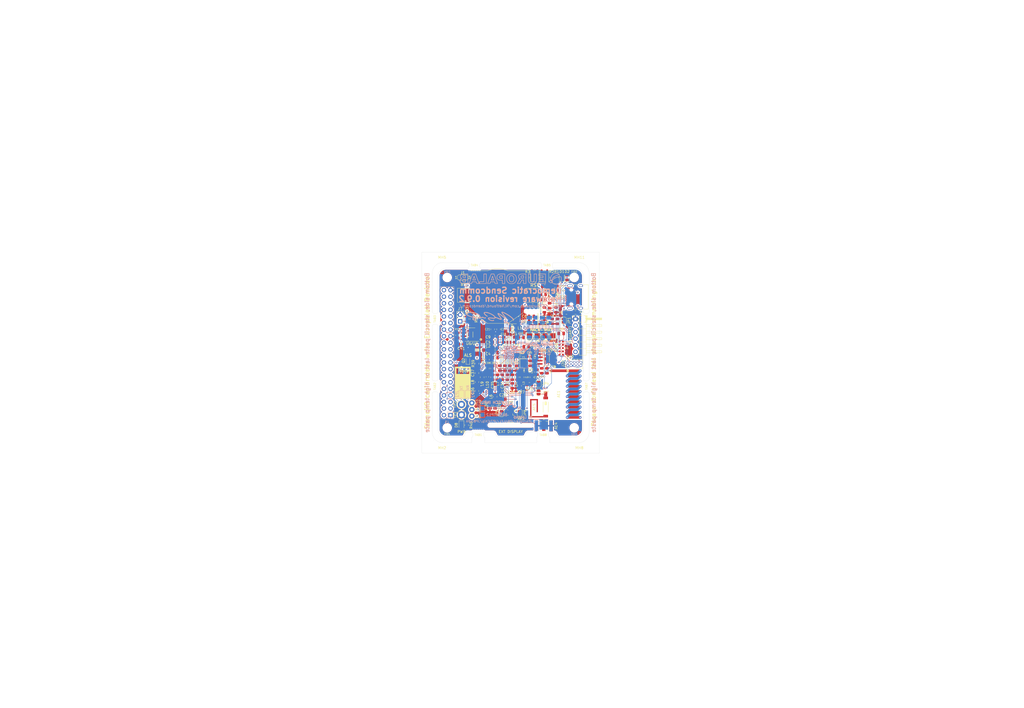
<source format=kicad_pcb>
(kicad_pcb (version 20171130) (host pcbnew 5.1.5+dfsg1-2build2)

  (general
    (thickness 1.6)
    (drawings 177)
    (tracks 1205)
    (zones 0)
    (modules 147)
    (nets 132)
  )

  (page A3)
  (title_block
    (title "Democratic Sendcomm")
    (date 2020-12-26)
    (rev 0.9.2)
    (company "Europalab Devices")
    (comment 1 "Copyright © 2020, Europalab Devices")
    (comment 2 "Fulfilling requirements of 20200210")
    (comment 3 "Pending quality assurance testing")
    (comment 4 "Release revision for manufacturing")
  )

  (layers
    (0 F.Cu signal)
    (1 In1.Cu power)
    (2 In2.Cu power)
    (31 B.Cu signal)
    (34 B.Paste user)
    (35 F.Paste user)
    (36 B.SilkS user)
    (37 F.SilkS user)
    (38 B.Mask user)
    (39 F.Mask user)
    (40 Dwgs.User user)
    (41 Cmts.User user)
    (44 Edge.Cuts user)
    (45 Margin user)
    (46 B.CrtYd user)
    (47 F.CrtYd user)
    (48 B.Fab user)
    (49 F.Fab user)
  )

  (setup
    (last_trace_width 0.09)
    (user_trace_width 0.1016)
    (user_trace_width 0.127)
    (user_trace_width 0.2)
    (trace_clearance 0.09)
    (zone_clearance 0.508)
    (zone_45_only no)
    (trace_min 0.09)
    (via_size 0.356)
    (via_drill 0.2)
    (via_min_size 0.356)
    (via_min_drill 0.2)
    (user_via 0.45 0.2)
    (user_via 0.6 0.3)
    (uvia_size 0.45)
    (uvia_drill 0.1)
    (uvias_allowed no)
    (uvia_min_size 0.45)
    (uvia_min_drill 0.1)
    (edge_width 0.1)
    (segment_width 0.1)
    (pcb_text_width 0.25)
    (pcb_text_size 1 1)
    (mod_edge_width 0.15)
    (mod_text_size 1 1)
    (mod_text_width 0.15)
    (pad_size 1 1.8)
    (pad_drill 0)
    (pad_to_mask_clearance 0)
    (aux_axis_origin 0 0)
    (visible_elements 7FFFFFFF)
    (pcbplotparams
      (layerselection 0x313fc_ffffffff)
      (usegerberextensions true)
      (usegerberattributes false)
      (usegerberadvancedattributes false)
      (creategerberjobfile false)
      (excludeedgelayer true)
      (linewidth 0.150000)
      (plotframeref false)
      (viasonmask false)
      (mode 1)
      (useauxorigin false)
      (hpglpennumber 1)
      (hpglpenspeed 20)
      (hpglpendiameter 15.000000)
      (psnegative false)
      (psa4output false)
      (plotreference true)
      (plotvalue true)
      (plotinvisibletext false)
      (padsonsilk false)
      (subtractmaskfromsilk false)
      (outputformat 1)
      (mirror false)
      (drillshape 0)
      (scaleselection 1)
      (outputdirectory "fabsingle"))
  )

  (net 0 "")
  (net 1 GND)
  (net 2 "Net-(AE1-Pad1)")
  (net 3 /Sheet5F53D5B4/RFSWPWR)
  (net 4 "Net-(C8-Pad1)")
  (net 5 /Sheet5F53D5B4/POWAMP)
  (net 6 "Net-(C13-Pad1)")
  (net 7 /Sheet5F53D5B4/HFOUT)
  (net 8 +3V3)
  (net 9 "Net-(C29-Pad1)")
  (net 10 /Sheet5F53D5B4/HPOUT)
  (net 11 /Sheet5F53D5B4/HFIN)
  (net 12 /Sheet5F53D5B4/BANDSEL)
  (net 13 "Net-(BT1-Pad1)")
  (net 14 /Sheet5F53D5B4/USB_BUS)
  (net 15 "Net-(C33-Pad1)")
  (net 16 "Net-(C34-Pad1)")
  (net 17 /Sheet5F53D5B4/CMDRST)
  (net 18 "Net-(D1-Pad2)")
  (net 19 "Net-(D1-Pad1)")
  (net 20 "Net-(D2-Pad1)")
  (net 21 "Net-(D2-Pad2)")
  (net 22 /Sheet5F53D5B4/USB_P)
  (net 23 /Sheet5F53D5B4/USB_N)
  (net 24 /Sheet60040980/ID_SD)
  (net 25 /Sheet60040980/ID_SC)
  (net 26 /Sheet5F53D5B4/SWDCLK)
  (net 27 "Net-(J3-Pad7)")
  (net 28 "Net-(J3-Pad8)")
  (net 29 "Net-(J4-Pad6)")
  (net 30 /Sheet5F53D5B4/CN_VBAT)
  (net 31 /Sheet5F53D5B4/XCEIV)
  (net 32 "Net-(AE5-Pad2)")
  (net 33 "Net-(C1-Pad1)")
  (net 34 "Net-(C7-Pad1)")
  (net 35 "Net-(C14-Pad1)")
  (net 36 "Net-(C17-Pad1)")
  (net 37 "Net-(C18-Pad2)")
  (net 38 "Net-(C19-Pad2)")
  (net 39 "Net-(C23-Pad2)")
  (net 40 "Net-(C23-Pad1)")
  (net 41 "Net-(C24-Pad1)")
  (net 42 "Net-(C24-Pad2)")
  (net 43 "Net-(C29-Pad2)")
  (net 44 "Net-(C33-Pad2)")
  (net 45 "Net-(C35-Pad2)")
  (net 46 "Net-(C40-Pad1)")
  (net 47 "Net-(J2-PadB5)")
  (net 48 "Net-(J2-PadA8)")
  (net 49 "Net-(J2-PadA5)")
  (net 50 "Net-(J2-PadB8)")
  (net 51 "Net-(J3-Pad2)")
  (net 52 "Net-(J3-Pad3)")
  (net 53 "Net-(J3-Pad4)")
  (net 54 "Net-(J3-Pad5)")
  (net 55 "Net-(J3-Pad10)")
  (net 56 "Net-(J3-Pad11)")
  (net 57 "Net-(J3-Pad12)")
  (net 58 "Net-(J3-Pad13)")
  (net 59 "Net-(J3-Pad15)")
  (net 60 "Net-(J3-Pad16)")
  (net 61 "Net-(J3-Pad18)")
  (net 62 "Net-(J3-Pad19)")
  (net 63 "Net-(J3-Pad21)")
  (net 64 "Net-(J3-Pad22)")
  (net 65 "Net-(J3-Pad23)")
  (net 66 "Net-(J3-Pad24)")
  (net 67 "Net-(J3-Pad26)")
  (net 68 "Net-(J3-Pad29)")
  (net 69 "Net-(J3-Pad31)")
  (net 70 "Net-(J3-Pad32)")
  (net 71 "Net-(J3-Pad33)")
  (net 72 "Net-(J3-Pad35)")
  (net 73 "Net-(J3-Pad36)")
  (net 74 "Net-(J3-Pad37)")
  (net 75 "Net-(J3-Pad38)")
  (net 76 "Net-(J3-Pad40)")
  (net 77 "Net-(J4-Pad7)")
  (net 78 "Net-(J4-Pad8)")
  (net 79 "Net-(J5-Pad2)")
  (net 80 "Net-(J5-Pad3)")
  (net 81 "Net-(J5-Pad6)")
  (net 82 "Net-(J6-Pad1)")
  (net 83 "Net-(L1-Pad2)")
  (net 84 "Net-(R3-Pad1)")
  (net 85 "Net-(R4-Pad1)")
  (net 86 "Net-(R4-Pad2)")
  (net 87 "Net-(U2-Pad5)")
  (net 88 "Net-(U3-PadG1)")
  (net 89 "Net-(U3-PadH1)")
  (net 90 "Net-(U3-PadE3)")
  (net 91 "Net-(U3-PadE4)")
  (net 92 "Net-(U3-PadF4)")
  (net 93 "Net-(U3-PadC7)")
  (net 94 "Net-(U3-PadD7)")
  (net 95 "Net-(U3-PadD8)")
  (net 96 "Net-(U5-Pad3)")
  (net 97 "Net-(U5-Pad4)")
  (net 98 "Net-(U8-Pad7)")
  (net 99 "Net-(U8-Pad3)")
  (net 100 "Net-(U8-Pad2)")
  (net 101 "Net-(U8-Pad1)")
  (net 102 "Net-(U9-Pad1)")
  (net 103 "Net-(U9-Pad2)")
  (net 104 "Net-(U9-Pad3)")
  (net 105 "Net-(U9-Pad7)")
  (net 106 /Sheet5F53D5B4/SWDIO)
  (net 107 "Net-(AE2-Pad1)")
  (net 108 "Net-(AE4-Pad1)")
  (net 109 "Net-(AE5-Pad1)")
  (net 110 "Net-(JP10-Pad1)")
  (net 111 "Net-(J6-Pad2)")
  (net 112 "Net-(J6-Pad3)")
  (net 113 "Net-(J6-Pad4)")
  (net 114 "Net-(J7-Pad1)")
  (net 115 "Net-(C95-Pad1)")
  (net 116 /TP_SCL)
  (net 117 /TP_SDA)
  (net 118 "Net-(J20-Pad6)")
  (net 119 "Net-(J20-Pad7)")
  (net 120 "Net-(J20-Pad8)")
  (net 121 "Net-(Q2-Pad2)")
  (net 122 EXT_UART_TX)
  (net 123 EXT_UART_RX)
  (net 124 "Net-(D8-Pad2)")
  (net 125 USB_TST)
  (net 126 "Net-(TP13-Pad1)")
  (net 127 "Net-(C94-Pad2)")
  (net 128 "Net-(C96-Pad1)")
  (net 129 /Sheet5F53D5B4/CRY_XIN-RSVD)
  (net 130 /Sheet5F53D5B4/CRY_XOUT-RSVD)
  (net 131 "Net-(C97-Pad1)")

  (net_class Default "This is the default net class."
    (clearance 0.09)
    (trace_width 0.09)
    (via_dia 0.356)
    (via_drill 0.2)
    (uvia_dia 0.45)
    (uvia_drill 0.1)
    (add_net +3V3)
    (add_net /Sheet5F53D5B4/BANDSEL)
    (add_net /Sheet5F53D5B4/CMDRST)
    (add_net /Sheet5F53D5B4/CN_VBAT)
    (add_net /Sheet5F53D5B4/CRY_XIN-RSVD)
    (add_net /Sheet5F53D5B4/CRY_XOUT-RSVD)
    (add_net /Sheet5F53D5B4/HFIN)
    (add_net /Sheet5F53D5B4/HFOUT)
    (add_net /Sheet5F53D5B4/HPOUT)
    (add_net /Sheet5F53D5B4/POWAMP)
    (add_net /Sheet5F53D5B4/RFSWPWR)
    (add_net /Sheet5F53D5B4/SWDCLK)
    (add_net /Sheet5F53D5B4/SWDIO)
    (add_net /Sheet5F53D5B4/USB_BUS)
    (add_net /Sheet5F53D5B4/USB_N)
    (add_net /Sheet5F53D5B4/USB_P)
    (add_net /Sheet5F53D5B4/XCEIV)
    (add_net /Sheet60040980/ID_SC)
    (add_net /Sheet60040980/ID_SD)
    (add_net /TP_SCL)
    (add_net /TP_SDA)
    (add_net EXT_UART_RX)
    (add_net EXT_UART_TX)
    (add_net GND)
    (add_net "Net-(AE1-Pad1)")
    (add_net "Net-(AE2-Pad1)")
    (add_net "Net-(AE4-Pad1)")
    (add_net "Net-(AE5-Pad1)")
    (add_net "Net-(AE5-Pad2)")
    (add_net "Net-(BT1-Pad1)")
    (add_net "Net-(C1-Pad1)")
    (add_net "Net-(C13-Pad1)")
    (add_net "Net-(C14-Pad1)")
    (add_net "Net-(C17-Pad1)")
    (add_net "Net-(C18-Pad2)")
    (add_net "Net-(C19-Pad2)")
    (add_net "Net-(C23-Pad1)")
    (add_net "Net-(C23-Pad2)")
    (add_net "Net-(C24-Pad1)")
    (add_net "Net-(C24-Pad2)")
    (add_net "Net-(C29-Pad1)")
    (add_net "Net-(C29-Pad2)")
    (add_net "Net-(C33-Pad1)")
    (add_net "Net-(C33-Pad2)")
    (add_net "Net-(C34-Pad1)")
    (add_net "Net-(C35-Pad2)")
    (add_net "Net-(C40-Pad1)")
    (add_net "Net-(C7-Pad1)")
    (add_net "Net-(C8-Pad1)")
    (add_net "Net-(C94-Pad2)")
    (add_net "Net-(C95-Pad1)")
    (add_net "Net-(C96-Pad1)")
    (add_net "Net-(C97-Pad1)")
    (add_net "Net-(D1-Pad1)")
    (add_net "Net-(D1-Pad2)")
    (add_net "Net-(D2-Pad1)")
    (add_net "Net-(D2-Pad2)")
    (add_net "Net-(D8-Pad2)")
    (add_net "Net-(J2-PadA5)")
    (add_net "Net-(J2-PadA8)")
    (add_net "Net-(J2-PadB5)")
    (add_net "Net-(J2-PadB8)")
    (add_net "Net-(J20-Pad6)")
    (add_net "Net-(J20-Pad7)")
    (add_net "Net-(J20-Pad8)")
    (add_net "Net-(J3-Pad10)")
    (add_net "Net-(J3-Pad11)")
    (add_net "Net-(J3-Pad12)")
    (add_net "Net-(J3-Pad13)")
    (add_net "Net-(J3-Pad15)")
    (add_net "Net-(J3-Pad16)")
    (add_net "Net-(J3-Pad18)")
    (add_net "Net-(J3-Pad19)")
    (add_net "Net-(J3-Pad2)")
    (add_net "Net-(J3-Pad21)")
    (add_net "Net-(J3-Pad22)")
    (add_net "Net-(J3-Pad23)")
    (add_net "Net-(J3-Pad24)")
    (add_net "Net-(J3-Pad26)")
    (add_net "Net-(J3-Pad29)")
    (add_net "Net-(J3-Pad3)")
    (add_net "Net-(J3-Pad31)")
    (add_net "Net-(J3-Pad32)")
    (add_net "Net-(J3-Pad33)")
    (add_net "Net-(J3-Pad35)")
    (add_net "Net-(J3-Pad36)")
    (add_net "Net-(J3-Pad37)")
    (add_net "Net-(J3-Pad38)")
    (add_net "Net-(J3-Pad4)")
    (add_net "Net-(J3-Pad40)")
    (add_net "Net-(J3-Pad5)")
    (add_net "Net-(J3-Pad7)")
    (add_net "Net-(J3-Pad8)")
    (add_net "Net-(J4-Pad6)")
    (add_net "Net-(J4-Pad7)")
    (add_net "Net-(J4-Pad8)")
    (add_net "Net-(J5-Pad2)")
    (add_net "Net-(J5-Pad3)")
    (add_net "Net-(J5-Pad6)")
    (add_net "Net-(J6-Pad1)")
    (add_net "Net-(J6-Pad2)")
    (add_net "Net-(J6-Pad3)")
    (add_net "Net-(J6-Pad4)")
    (add_net "Net-(J7-Pad1)")
    (add_net "Net-(JP10-Pad1)")
    (add_net "Net-(L1-Pad2)")
    (add_net "Net-(Q2-Pad2)")
    (add_net "Net-(R3-Pad1)")
    (add_net "Net-(R4-Pad1)")
    (add_net "Net-(R4-Pad2)")
    (add_net "Net-(TP13-Pad1)")
    (add_net "Net-(U2-Pad5)")
    (add_net "Net-(U3-PadC7)")
    (add_net "Net-(U3-PadD7)")
    (add_net "Net-(U3-PadD8)")
    (add_net "Net-(U3-PadE3)")
    (add_net "Net-(U3-PadE4)")
    (add_net "Net-(U3-PadF4)")
    (add_net "Net-(U3-PadG1)")
    (add_net "Net-(U3-PadH1)")
    (add_net "Net-(U5-Pad3)")
    (add_net "Net-(U5-Pad4)")
    (add_net "Net-(U8-Pad1)")
    (add_net "Net-(U8-Pad2)")
    (add_net "Net-(U8-Pad3)")
    (add_net "Net-(U8-Pad7)")
    (add_net "Net-(U9-Pad1)")
    (add_net "Net-(U9-Pad2)")
    (add_net "Net-(U9-Pad3)")
    (add_net "Net-(U9-Pad7)")
    (add_net USB_TST)
  )

  (net_class Power ""
    (clearance 0.2)
    (trace_width 0.5)
    (via_dia 1)
    (via_drill 0.7)
    (uvia_dia 0.5)
    (uvia_drill 0.1)
  )

  (module Elabdev:Panel_Mousetab_25mm_Single (layer F.Cu) (tedit 5CD9E502) (tstamp 5FEC726C)
    (at 222.5 179.75 90)
    (path /5CD9EB0D)
    (fp_text reference TAB8 (at 0 0) (layer F.SilkS)
      (effects (font (size 0.8 0.8) (thickness 0.13)))
    )
    (fp_text value Pantab (at -3.25 0 180) (layer F.Fab)
      (effects (font (size 1 1) (thickness 0.15)))
    )
    (fp_line (start 1.25 -2.2) (end 1.25 2.2) (layer F.Fab) (width 0.15))
    (fp_line (start -1.25 -2.2) (end -1.25 2.2) (layer F.Fab) (width 0.15))
    (fp_line (start 2.1 -2.6) (end 2.1 2.6) (layer F.CrtYd) (width 0.15))
    (fp_line (start 2.1 2.6) (end -2.1 2.6) (layer F.CrtYd) (width 0.15))
    (fp_line (start -2.1 2.6) (end -2.1 -2.6) (layer F.CrtYd) (width 0.15))
    (fp_line (start -2.1 -2.6) (end 2.1 -2.6) (layer F.CrtYd) (width 0.15))
    (pad "" np_thru_hole circle (at 1.35 2 90) (size 0.5 0.5) (drill 0.5) (layers *.Cu))
    (pad "" np_thru_hole circle (at 1.35 1.2 90) (size 0.5 0.5) (drill 0.5) (layers *.Cu))
    (pad "" np_thru_hole circle (at 1.35 0.4 90) (size 0.5 0.5) (drill 0.5) (layers *.Cu))
    (pad "" np_thru_hole circle (at 1.35 -0.4 90) (size 0.5 0.5) (drill 0.5) (layers *.Cu))
    (pad "" np_thru_hole circle (at 1.35 -1.2 90) (size 0.5 0.5) (drill 0.5) (layers *.Cu))
    (pad "" np_thru_hole circle (at 1.35 -2 90) (size 0.5 0.5) (drill 0.5) (layers *.Cu))
  )

  (module Capacitor_SMD:C_0805_2012Metric (layer F.Cu) (tedit 5B36C52B) (tstamp 5FEB8111)
    (at 211.5 143.0625 270)
    (descr "Capacitor SMD 0805 (2012 Metric), square (rectangular) end terminal, IPC_7351 nominal, (Body size source: https://docs.google.com/spreadsheets/d/1BsfQQcO9C6DZCsRaXUlFlo91Tg2WpOkGARC1WS5S8t0/edit?usp=sharing), generated with kicad-footprint-generator")
    (tags capacitor)
    (path /5F53D5B5/5F609CF5)
    (attr smd)
    (fp_text reference C19 (at -2.0625 0 180) (layer F.SilkS)
      (effects (font (size 0.7 0.7) (thickness 0.1)))
    )
    (fp_text value 15pF (at 0 1.65 90) (layer F.Fab)
      (effects (font (size 1 1) (thickness 0.15)))
    )
    (fp_line (start -1 0.6) (end -1 -0.6) (layer F.Fab) (width 0.1))
    (fp_line (start -1 -0.6) (end 1 -0.6) (layer F.Fab) (width 0.1))
    (fp_line (start 1 -0.6) (end 1 0.6) (layer F.Fab) (width 0.1))
    (fp_line (start 1 0.6) (end -1 0.6) (layer F.Fab) (width 0.1))
    (fp_line (start -0.258578 -0.71) (end 0.258578 -0.71) (layer F.SilkS) (width 0.12))
    (fp_line (start -0.258578 0.71) (end 0.258578 0.71) (layer F.SilkS) (width 0.12))
    (fp_line (start -1.68 0.95) (end -1.68 -0.95) (layer F.CrtYd) (width 0.05))
    (fp_line (start -1.68 -0.95) (end 1.68 -0.95) (layer F.CrtYd) (width 0.05))
    (fp_line (start 1.68 -0.95) (end 1.68 0.95) (layer F.CrtYd) (width 0.05))
    (fp_line (start 1.68 0.95) (end -1.68 0.95) (layer F.CrtYd) (width 0.05))
    (fp_text user %R (at 0 0 90) (layer F.Fab)
      (effects (font (size 0.5 0.5) (thickness 0.08)))
    )
    (pad 1 smd roundrect (at -0.9375 0 270) (size 0.975 1.4) (layers F.Cu F.Paste F.Mask) (roundrect_rratio 0.25)
      (net 1 GND))
    (pad 2 smd roundrect (at 0.9375 0 270) (size 0.975 1.4) (layers F.Cu F.Paste F.Mask) (roundrect_rratio 0.25)
      (net 38 "Net-(C19-Pad2)"))
    (model ${KISYS3DMOD}/Capacitor_SMD.3dshapes/C_0805_2012Metric.wrl
      (at (xyz 0 0 0))
      (scale (xyz 1 1 1))
      (rotate (xyz 0 0 0))
    )
  )

  (module Elabdev:Meinkuerz_sign_480dpi (layer B.Cu) (tedit 0) (tstamp 5FBE809B)
    (at 202 134 180)
    (fp_text reference G1 (at 0 0) (layer B.SilkS) hide
      (effects (font (size 1.524 1.524) (thickness 0.3)) (justify mirror))
    )
    (fp_text value Meinkuerzel_signature (at 0.75 0) (layer B.SilkS) hide
      (effects (font (size 1.524 1.524) (thickness 0.3)) (justify mirror))
    )
    (fp_poly (pts (xy 7.849084 1.675651) (xy 8.303148 1.632827) (xy 8.685942 1.550363) (xy 8.876057 1.481326)
      (xy 9.07938 1.34976) (xy 9.204465 1.178624) (xy 9.241225 0.986809) (xy 9.210768 0.854557)
      (xy 9.078684 0.643748) (xy 8.864557 0.429964) (xy 8.589687 0.233059) (xy 8.471807 0.165759)
      (xy 8.232808 0.053863) (xy 7.923436 -0.068816) (xy 7.576824 -0.190996) (xy 7.226108 -0.301392)
      (xy 6.904421 -0.388723) (xy 6.731621 -0.426811) (xy 6.398868 -0.490816) (xy 6.556265 -0.586535)
      (xy 6.736632 -0.743549) (xy 6.819572 -0.938245) (xy 6.82625 -1.022915) (xy 6.780462 -1.15416)
      (xy 6.660466 -1.295963) (xy 6.49231 -1.424979) (xy 6.30204 -1.517866) (xy 6.258842 -1.531402)
      (xy 6.0446 -1.569955) (xy 5.805186 -1.581627) (xy 5.582286 -1.566858) (xy 5.417587 -1.526091)
      (xy 5.409578 -1.522402) (xy 5.285381 -1.409276) (xy 5.232727 -1.237525) (xy 5.243042 -1.133742)
      (xy 5.545646 -1.133742) (xy 5.569322 -1.243922) (xy 5.599007 -1.270742) (xy 5.725804 -1.30367)
      (xy 5.911501 -1.301091) (xy 6.117136 -1.267785) (xy 6.303743 -1.20853) (xy 6.368163 -1.176419)
      (xy 6.483421 -1.090411) (xy 6.547775 -1.006994) (xy 6.550669 -0.996984) (xy 6.519163 -0.903747)
      (xy 6.404517 -0.814537) (xy 6.229026 -0.742568) (xy 6.060328 -0.706358) (xy 5.903418 -0.693399)
      (xy 5.806355 -0.717484) (xy 5.726223 -0.79035) (xy 5.718194 -0.79992) (xy 5.596762 -0.979847)
      (xy 5.545646 -1.133742) (xy 5.243042 -1.133742) (xy 5.253531 -1.028227) (xy 5.344918 -0.810631)
      (xy 5.442538 -0.642303) (xy 5.295353 -0.646487) (xy 5.12125 -0.625399) (xy 5.035885 -0.550663)
      (xy 5.027083 -0.501447) (xy 5.075804 -0.410776) (xy 5.222941 -0.351671) (xy 5.469958 -0.32355)
      (xy 5.476875 -0.323261) (xy 5.599677 -0.314345) (xy 5.697993 -0.289875) (xy 5.794712 -0.235966)
      (xy 5.912725 -0.138734) (xy 6.074923 0.015705) (xy 6.138333 0.077935) (xy 6.357426 0.284825)
      (xy 6.520758 0.415811) (xy 6.63982 0.476704) (xy 6.726105 0.473318) (xy 6.791106 0.411464)
      (xy 6.792772 0.408883) (xy 6.813029 0.349999) (xy 6.787897 0.281807) (xy 6.704882 0.184844)
      (xy 6.561666 0.048946) (xy 6.270625 -0.217166) (xy 6.532899 -0.183078) (xy 6.900304 -0.115245)
      (xy 7.289474 -0.008645) (xy 7.678243 0.127507) (xy 8.044445 0.283994) (xy 8.365914 0.451601)
      (xy 8.620483 0.621112) (xy 8.749193 0.738377) (xy 8.856936 0.865956) (xy 8.92727 0.965202)
      (xy 8.942916 1.001728) (xy 8.895983 1.084773) (xy 8.773369 1.176095) (xy 8.602358 1.259484)
      (xy 8.410231 1.318727) (xy 8.408998 1.318992) (xy 8.149682 1.354937) (xy 7.8128 1.371973)
      (xy 7.424917 1.370093) (xy 7.012599 1.349291) (xy 6.686734 1.319437) (xy 6.066773 1.222977)
      (xy 5.517194 1.081213) (xy 5.043989 0.897075) (xy 4.653152 0.673494) (xy 4.350673 0.413401)
      (xy 4.142546 0.119727) (xy 4.114637 0.061443) (xy 4.047094 -0.15251) (xy 4.06025 -0.336634)
      (xy 4.160207 -0.518581) (xy 4.270456 -0.644496) (xy 4.390411 -0.79173) (xy 4.431252 -0.900383)
      (xy 4.427296 -0.922309) (xy 4.357272 -0.99719) (xy 4.242023 -0.977517) (xy 4.082983 -0.863726)
      (xy 4.010682 -0.795217) (xy 3.879838 -0.680755) (xy 3.765594 -0.608691) (xy 3.712637 -0.594925)
      (xy 3.6215 -0.594723) (xy 3.455888 -0.585507) (xy 3.246599 -0.569127) (xy 3.175 -0.562633)
      (xy 2.951086 -0.544014) (xy 2.793821 -0.54282) (xy 2.664643 -0.565021) (xy 2.524987 -0.61659)
      (xy 2.371034 -0.687127) (xy 2.100169 -0.795663) (xy 1.89262 -0.837972) (xy 1.841867 -0.837015)
      (xy 1.72083 -0.812158) (xy 1.663036 -0.745697) (xy 1.637803 -0.635) (xy 1.623821 -0.491701)
      (xy 1.628566 -0.389706) (xy 1.630235 -0.383646) (xy 1.692219 -0.322789) (xy 1.789679 -0.330876)
      (xy 1.885465 -0.399867) (xy 1.916539 -0.445597) (xy 1.984375 -0.573694) (xy 2.371569 -0.384068)
      (xy 2.758764 -0.194442) (xy 3.165319 -0.256321) (xy 3.413597 -0.293214) (xy 3.576071 -0.310583)
      (xy 3.67165 -0.304292) (xy 3.719238 -0.270208) (xy 3.737742 -0.204195) (xy 3.744012 -0.129767)
      (xy 3.817818 0.177969) (xy 3.989413 0.470621) (xy 4.251219 0.74303) (xy 4.595656 0.99004)
      (xy 5.015149 1.206492) (xy 5.502117 1.387229) (xy 6.048984 1.527094) (xy 6.228561 1.561184)
      (xy 6.794861 1.64034) (xy 7.340678 1.678326) (xy 7.849084 1.675651)) (layer B.SilkS) (width 0.01))
    (fp_poly (pts (xy -4.580024 1.756567) (xy -4.544854 1.74305) (xy -4.466016 1.67622) (xy -4.437143 1.580417)
      (xy -4.461964 1.447967) (xy -4.544204 1.271201) (xy -4.68759 1.042447) (xy -4.895848 0.754033)
      (xy -5.172705 0.39829) (xy -5.237349 0.3175) (xy -5.411926 0.098408) (xy -5.577817 -0.112809)
      (xy -5.714811 -0.290245) (xy -5.794689 -0.396875) (xy -5.948296 -0.608542) (xy -5.791961 -0.468507)
      (xy -5.700695 -0.392772) (xy -5.541009 -0.266466) (xy -5.329307 -0.10231) (xy -5.081994 0.086977)
      (xy -4.815472 0.288675) (xy -4.815417 0.288716) (xy -4.345432 0.631252) (xy -3.946225 0.897872)
      (xy -3.615767 1.089474) (xy -3.352032 1.206955) (xy -3.152989 1.251211) (xy -3.016612 1.223138)
      (xy -2.940872 1.123633) (xy -2.939055 1.118116) (xy -2.92791 1.023519) (xy -2.955738 0.908417)
      (xy -3.029742 0.759005) (xy -3.157121 0.561475) (xy -3.345079 0.302021) (xy -3.409058 0.217037)
      (xy -3.654587 -0.113597) (xy -3.860834 -0.404313) (xy -4.022275 -0.646491) (xy -4.133388 -0.831509)
      (xy -4.188652 -0.950744) (xy -4.185335 -0.994958) (xy -4.120655 -0.981486) (xy -3.976478 -0.932768)
      (xy -3.770527 -0.855371) (xy -3.520529 -0.755864) (xy -3.349225 -0.685128) (xy -3.06462 -0.570045)
      (xy -2.797019 -0.469163) (xy -2.569108 -0.390505) (xy -2.403576 -0.342097) (xy -2.349431 -0.331513)
      (xy -2.183877 -0.291941) (xy -2.07811 -0.206425) (xy -2.041672 -0.151915) (xy -1.850086 0.096101)
      (xy -1.567603 0.354844) (xy -1.207453 0.616123) (xy -0.78287 0.87175) (xy -0.307084 1.113536)
      (xy 0.206672 1.333293) (xy 0.574448 1.467145) (xy 0.853452 1.556991) (xy 1.074831 1.61415)
      (xy 1.278935 1.645957) (xy 1.506112 1.659747) (xy 1.647661 1.662241) (xy 1.89537 1.661355)
      (xy 2.061526 1.650821) (xy 2.170245 1.626908) (xy 2.245641 1.585888) (xy 2.269431 1.566069)
      (xy 2.364656 1.413892) (xy 2.378536 1.21834) (xy 2.31231 1.002224) (xy 2.231511 0.867835)
      (xy 2.055394 0.653788) (xy 1.846452 0.444397) (xy 1.622129 0.252501) (xy 1.399873 0.090942)
      (xy 1.19713 -0.02744) (xy 1.031346 -0.089804) (xy 0.931657 -0.088852) (xy 0.853749 -0.025156)
      (xy 0.874571 0.06423) (xy 0.991583 0.174246) (xy 1.09802 0.242886) (xy 1.314624 0.387246)
      (xy 1.527802 0.560014) (xy 1.72429 0.746283) (xy 1.890825 0.931146) (xy 2.014146 1.099697)
      (xy 2.080988 1.237027) (xy 2.078088 1.32823) (xy 2.071165 1.336667) (xy 1.954541 1.387475)
      (xy 1.756832 1.400928) (xy 1.494763 1.380087) (xy 1.185063 1.328013) (xy 0.844457 1.247766)
      (xy 0.489674 1.142406) (xy 0.137439 1.014995) (xy -0.00172 0.957368) (xy -0.385109 0.777304)
      (xy -0.74297 0.581237) (xy -1.065571 0.377182) (xy -1.343179 0.173152) (xy -1.566062 -0.022838)
      (xy -1.724487 -0.202776) (xy -1.808722 -0.358647) (xy -1.809035 -0.482438) (xy -1.789329 -0.514562)
      (xy -1.69188 -0.558953) (xy -1.49842 -0.578536) (xy -1.2158 -0.573404) (xy -0.850872 -0.543648)
      (xy -0.464887 -0.496867) (xy -0.056607 -0.452123) (xy 0.260382 -0.442712) (xy 0.494773 -0.469264)
      (xy 0.655256 -0.532408) (xy 0.714552 -0.58228) (xy 0.776217 -0.725165) (xy 0.746162 -0.908878)
      (xy 0.632079 -1.115352) (xy 0.45893 -1.290216) (xy 0.2117 -1.450188) (xy -0.085638 -1.588107)
      (xy -0.409112 -1.696809) (xy -0.734748 -1.769134) (xy -1.038572 -1.797919) (xy -1.296612 -1.776003)
      (xy -1.42875 -1.731015) (xy -1.546706 -1.617759) (xy -1.577815 -1.519827) (xy -1.560687 -1.389395)
      (xy -1.486335 -1.336349) (xy -1.378138 -1.369493) (xy -1.317893 -1.421952) (xy -1.19986 -1.505637)
      (xy -1.092449 -1.534584) (xy -0.859949 -1.513387) (xy -0.579373 -1.457345) (xy -0.297878 -1.377776)
      (xy -0.068589 -1.288836) (xy 0.116249 -1.181832) (xy 0.284174 -1.050661) (xy 0.411262 -0.917533)
      (xy 0.473586 -0.804658) (xy 0.47625 -0.783054) (xy 0.425256 -0.757675) (xy 0.277287 -0.748743)
      (xy 0.039858 -0.755912) (xy -0.279513 -0.778835) (xy -0.673311 -0.817167) (xy -0.956033 -0.849048)
      (xy -1.308534 -0.882196) (xy -1.57585 -0.8857) (xy -1.774982 -0.85746) (xy -1.922933 -0.795374)
      (xy -2.017888 -0.717835) (xy -2.096716 -0.653738) (xy -2.190635 -0.62131) (xy -2.313833 -0.623423)
      (xy -2.480498 -0.662945) (xy -2.704818 -0.742748) (xy -3.00098 -0.865702) (xy -3.216817 -0.960383)
      (xy -3.585839 -1.11854) (xy -3.874386 -1.227749) (xy -4.094462 -1.290524) (xy -4.258069 -1.309381)
      (xy -4.377212 -1.286836) (xy -4.463891 -1.225404) (xy -4.466704 -1.222337) (xy -4.518051 -1.14061)
      (xy -4.530831 -1.040781) (xy -4.500098 -0.912213) (xy -4.420902 -0.744269) (xy -4.288295 -0.526313)
      (xy -4.097327 -0.247708) (xy -3.863138 0.07498) (xy -3.679345 0.325213) (xy -3.519393 0.545064)
      (xy -3.393108 0.720859) (xy -3.310313 0.838921) (xy -3.280834 0.885525) (xy -3.323557 0.888476)
      (xy -3.399896 0.869711) (xy -3.542096 0.805036) (xy -3.750284 0.678102) (xy -4.027571 0.486762)
      (xy -4.377062 0.228867) (xy -4.801868 -0.097732) (xy -4.81991 -0.111817) (xy -5.187034 -0.396401)
      (xy -5.482932 -0.620081) (xy -5.717862 -0.789492) (xy -5.902078 -0.911266) (xy -6.045837 -0.99204)
      (xy -6.159396 -1.038447) (xy -6.25301 -1.057121) (xy -6.283148 -1.058333) (xy -6.40378 -1.045849)
      (xy -6.450441 -0.994435) (xy -6.455563 -0.939271) (xy -6.445942 -0.865735) (xy -6.412644 -0.776476)
      (xy -6.348546 -0.66103) (xy -6.24652 -0.508935) (xy -6.099443 -0.309727) (xy -5.90019 -0.052942)
      (xy -5.641635 0.271882) (xy -5.570553 0.360397) (xy -5.363566 0.620769) (xy -5.174974 0.863504)
      (xy -5.016826 1.072659) (xy -4.901172 1.23229) (xy -4.84006 1.326453) (xy -4.839117 1.328251)
      (xy -4.786636 1.436383) (xy -4.790145 1.473528) (xy -4.856494 1.462433) (xy -4.877731 1.456477)
      (xy -4.973599 1.420322) (xy -5.140081 1.348706) (xy -5.352621 1.252468) (xy -5.55625 1.156974)
      (xy -6.094525 0.881508) (xy -6.644499 0.565345) (xy -7.182748 0.223911) (xy -7.685848 -0.12737)
      (xy -8.130378 -0.473072) (xy -8.424687 -0.732038) (xy -8.650145 -0.95487) (xy -8.800069 -1.131002)
      (xy -8.884377 -1.276175) (xy -8.912984 -1.406131) (xy -8.905425 -1.495188) (xy -8.906488 -1.61853)
      (xy -8.964006 -1.672137) (xy -9.075823 -1.672519) (xy -9.156792 -1.593028) (xy -9.200558 -1.456755)
      (xy -9.200763 -1.286789) (xy -9.151052 -1.106218) (xy -9.131299 -1.06447) (xy -9.024915 -0.913844)
      (xy -8.843627 -0.718433) (xy -8.601654 -0.490528) (xy -8.313213 -0.242422) (xy -7.992524 0.013592)
      (xy -7.653804 0.265222) (xy -7.3545 0.471681) (xy -6.896098 0.764541) (xy -6.449337 1.028776)
      (xy -6.024338 1.259805) (xy -5.631223 1.453048) (xy -5.280112 1.603926) (xy -4.981128 1.707858)
      (xy -4.744392 1.760265) (xy -4.580024 1.756567)) (layer B.SilkS) (width 0.01))
  )

  (module Elabdev:Panel_Mousetab_25mm_Single (layer F.Cu) (tedit 5CD9E59A) (tstamp 5FBE7343)
    (at 224 114.25 270)
    (path /5CD5C3A7)
    (fp_text reference TAB5 (at 0 0 180) (layer F.SilkS)
      (effects (font (size 0.8 0.8) (thickness 0.13)))
    )
    (fp_text value Pantab (at 0 -3.5 270) (layer F.Fab)
      (effects (font (size 1 1) (thickness 0.15)))
    )
    (fp_line (start -2.1 -2.6) (end 2.1 -2.6) (layer F.CrtYd) (width 0.15))
    (fp_line (start -2.1 2.6) (end -2.1 -2.6) (layer F.CrtYd) (width 0.15))
    (fp_line (start 2.1 2.6) (end -2.1 2.6) (layer F.CrtYd) (width 0.15))
    (fp_line (start 2.1 -2.6) (end 2.1 2.6) (layer F.CrtYd) (width 0.15))
    (fp_line (start -1.25 -2.2) (end -1.25 2.2) (layer F.Fab) (width 0.15))
    (fp_line (start 1.25 -2.2) (end 1.25 2.2) (layer F.Fab) (width 0.15))
    (pad "" np_thru_hole circle (at 1.35 -2 270) (size 0.5 0.5) (drill 0.5) (layers *.Cu))
    (pad "" np_thru_hole circle (at 1.35 -1.2 270) (size 0.5 0.5) (drill 0.5) (layers *.Cu))
    (pad "" np_thru_hole circle (at 1.35 -0.4 270) (size 0.5 0.5) (drill 0.5) (layers *.Cu))
    (pad "" np_thru_hole circle (at 1.35 0.4 270) (size 0.5 0.5) (drill 0.5) (layers *.Cu))
    (pad "" np_thru_hole circle (at 1.35 1.2 270) (size 0.5 0.5) (drill 0.5) (layers *.Cu))
    (pad "" np_thru_hole circle (at 1.35 2 270) (size 0.5 0.5) (drill 0.5) (layers *.Cu))
  )

  (module Elabdev:Elablogoslk-Gfx (layer B.Cu) (tedit 0) (tstamp 5FBDF7AF)
    (at 210 119.5 180)
    (fp_text reference G** (at 0 0) (layer B.SilkS) hide
      (effects (font (size 1.524 1.524) (thickness 0.3)) (justify mirror))
    )
    (fp_text value Elablogoslk (at 0.75 0) (layer B.SilkS) hide
      (effects (font (size 1.524 1.524) (thickness 0.3)) (justify mirror))
    )
    (fp_poly (pts (xy -15.405836 -0.675184) (xy -15.287483 -0.702055) (xy -15.188143 -0.754619) (xy -15.108772 -0.827765)
      (xy -15.050327 -0.916382) (xy -15.013763 -1.015359) (xy -15.000037 -1.119584) (xy -15.010104 -1.223945)
      (xy -15.04492 -1.323332) (xy -15.105441 -1.412633) (xy -15.192623 -1.486737) (xy -15.24833 -1.517344)
      (xy -15.356716 -1.550357) (xy -15.476625 -1.557984) (xy -15.592872 -1.539403) (xy -15.602283 -1.53653)
      (xy -15.678123 -1.497127) (xy -15.752493 -1.432517) (xy -15.815972 -1.352895) (xy -15.859141 -1.268459)
      (xy -15.864155 -1.2531) (xy -15.88425 -1.176683) (xy -15.891257 -1.117668) (xy -15.885212 -1.059627)
      (xy -15.866149 -0.986134) (xy -15.864727 -0.981328) (xy -15.815988 -0.8777) (xy -15.739972 -0.790432)
      (xy -15.643773 -0.72426) (xy -15.534487 -0.683915) (xy -15.419207 -0.674131) (xy -15.405836 -0.675184)) (layer B.Mask) (width 0.01))
    (fp_poly (pts (xy 17.476107 1.827609) (xy 17.687258 1.825899) (xy 17.865618 1.824237) (xy 18.014678 1.822477)
      (xy 18.137934 1.82047) (xy 18.238879 1.818068) (xy 18.321005 1.815122) (xy 18.387806 1.811484)
      (xy 18.442776 1.807007) (xy 18.489407 1.801541) (xy 18.531194 1.794939) (xy 18.57163 1.787052)
      (xy 18.6055 1.779685) (xy 18.771822 1.733432) (xy 18.923911 1.673315) (xy 19.054677 1.602656)
      (xy 19.157033 1.524776) (xy 19.164226 1.5179) (xy 19.246251 1.417951) (xy 19.315464 1.294688)
      (xy 19.365371 1.16053) (xy 19.377923 1.109275) (xy 19.39052 1.010407) (xy 19.393203 0.893754)
      (xy 19.386762 0.771789) (xy 19.371983 0.656983) (xy 19.349655 0.561808) (xy 19.341939 0.539811)
      (xy 19.283862 0.430962) (xy 19.19941 0.326298) (xy 19.097976 0.236127) (xy 19.019624 0.185927)
      (xy 18.914298 0.12941) (xy 18.968542 0.109123) (xy 19.093064 0.054672) (xy 19.194891 -0.009335)
      (xy 19.285933 -0.089714) (xy 19.390804 -0.214403) (xy 19.467199 -0.350129) (xy 19.516977 -0.501894)
      (xy 19.541997 -0.674698) (xy 19.545898 -0.789214) (xy 19.53245 -0.987132) (xy 19.491752 -1.163006)
      (xy 19.423278 -1.317328) (xy 19.326496 -1.450588) (xy 19.200879 -1.563277) (xy 19.045898 -1.655885)
      (xy 18.861023 -1.728905) (xy 18.645726 -1.782826) (xy 18.442214 -1.81358) (xy 18.390712 -1.817354)
      (xy 18.307346 -1.820878) (xy 18.196536 -1.82407) (xy 18.062704 -1.826851) (xy 17.910272 -1.829142)
      (xy 17.743659 -1.830864) (xy 17.567287 -1.831936) (xy 17.403536 -1.83228) (xy 16.528143 -1.832429)
      (xy 16.528143 -1.197429) (xy 17.471571 -1.197429) (xy 17.812474 -1.197429) (xy 17.960507 -1.19621)
      (xy 18.077011 -1.192363) (xy 18.166668 -1.185602) (xy 18.234157 -1.175639) (xy 18.257984 -1.170182)
      (xy 18.384709 -1.1231) (xy 18.482481 -1.054854) (xy 18.552639 -0.964254) (xy 18.589417 -0.8761)
      (xy 18.611394 -0.756961) (xy 18.608994 -0.636283) (xy 18.583832 -0.523232) (xy 18.537525 -0.426977)
      (xy 18.502598 -0.383459) (xy 18.44707 -0.333771) (xy 18.385424 -0.294593) (xy 18.312843 -0.264829)
      (xy 18.22451 -0.243381) (xy 18.115607 -0.229153) (xy 17.981316 -0.221046) (xy 17.816821 -0.217964)
      (xy 17.775464 -0.217851) (xy 17.471571 -0.217714) (xy 17.471571 -1.197429) (xy 16.528143 -1.197429)
      (xy 16.528143 1.197428) (xy 17.471571 1.197428) (xy 17.471571 0.417286) (xy 17.804933 0.417286)
      (xy 17.937918 0.418126) (xy 18.040036 0.420891) (xy 18.116671 0.425945) (xy 18.173209 0.433651)
      (xy 18.215035 0.444376) (xy 18.217426 0.445205) (xy 18.319056 0.498467) (xy 18.395331 0.575146)
      (xy 18.444205 0.67085) (xy 18.463631 0.781188) (xy 18.451564 0.901769) (xy 18.443884 0.931299)
      (xy 18.396902 1.030842) (xy 18.322562 1.110813) (xy 18.227195 1.165118) (xy 18.18819 1.177399)
      (xy 18.143627 1.184049) (xy 18.070672 1.189765) (xy 17.977218 1.19415) (xy 17.871155 1.196808)
      (xy 17.790109 1.197428) (xy 17.471571 1.197428) (xy 16.528143 1.197428) (xy 16.528143 1.835008)
      (xy 17.476107 1.827609)) (layer B.Mask) (width 0.01))
    (fp_poly (pts (xy 14.119941 1.828149) (xy 14.684369 1.823357) (xy 15.359475 0) (xy 16.034582 -1.823357)
      (xy 15.571079 -1.828205) (xy 15.445094 -1.82918) (xy 15.331429 -1.829406) (xy 15.235013 -1.828925)
      (xy 15.160777 -1.827781) (xy 15.11365 -1.826018) (xy 15.098562 -1.824039) (xy 15.090052 -1.80483)
      (xy 15.071782 -1.756797) (xy 15.045759 -1.68544) (xy 15.013987 -1.59626) (xy 14.978473 -1.494759)
      (xy 14.977731 -1.49262) (xy 14.865914 -1.170214) (xy 14.120645 -1.165479) (xy 13.375375 -1.160744)
      (xy 13.306737 -1.355979) (xy 13.272699 -1.452448) (xy 13.236904 -1.553325) (xy 13.204622 -1.643779)
      (xy 13.188986 -1.687286) (xy 13.139873 -1.823357) (xy 12.664678 -1.828197) (xy 12.53823 -1.828961)
      (xy 12.425118 -1.828639) (xy 12.329969 -1.827326) (xy 12.257408 -1.825117) (xy 12.212064 -1.822108)
      (xy 12.19843 -1.818559) (xy 12.205849 -1.799875) (xy 12.225002 -1.749455) (xy 12.255032 -1.669593)
      (xy 12.295087 -1.562586) (xy 12.34431 -1.430729) (xy 12.401847 -1.276318) (xy 12.466842 -1.101648)
      (xy 12.538441 -0.909015) (xy 12.615789 -0.700714) (xy 12.69803 -0.479041) (xy 12.702348 -0.467391)
      (xy 13.614056 -0.467391) (xy 13.61958 -0.47467) (xy 13.636172 -0.480187) (xy 13.66764 -0.484184)
      (xy 13.717795 -0.486904) (xy 13.790447 -0.488587) (xy 13.889405 -0.489478) (xy 14.01848 -0.489817)
      (xy 14.115143 -0.489857) (xy 14.270607 -0.489531) (xy 14.392961 -0.488457) (xy 14.485375 -0.486493)
      (xy 14.551022 -0.483496) (xy 14.59307 -0.479323) (xy 14.614692 -0.473831) (xy 14.619171 -0.467179)
      (xy 14.611769 -0.445613) (xy 14.593892 -0.393441) (xy 14.566814 -0.314385) (xy 14.53181 -0.212168)
      (xy 14.490155 -0.090515) (xy 14.443125 0.046852) (xy 14.391994 0.196209) (xy 14.367839 0.266773)
      (xy 14.315439 0.418794) (xy 14.266379 0.559098) (xy 14.221933 0.684192) (xy 14.183374 0.790582)
      (xy 14.151976 0.874778) (xy 14.129011 0.933285) (xy 14.115754 0.96261) (xy 14.11319 0.965273)
      (xy 14.105039 0.945854) (xy 14.08648 0.895813) (xy 14.058824 0.818867) (xy 14.023386 0.718735)
      (xy 13.981478 0.599134) (xy 13.934414 0.463783) (xy 13.883507 0.316398) (xy 13.865167 0.263071)
      (xy 13.813057 0.111504) (xy 13.764295 -0.030104) (xy 13.720215 -0.157901) (xy 13.682146 -0.268036)
      (xy 13.651421 -0.356659) (xy 13.629372 -0.419918) (xy 13.617329 -0.453964) (xy 13.615787 -0.458107)
      (xy 13.614056 -0.467391) (xy 12.702348 -0.467391) (xy 12.784311 -0.246291) (xy 12.842155 -0.090148)
      (xy 12.931409 0.150825) (xy 13.017702 0.38378) (xy 13.100126 0.606258) (xy 13.177768 0.815802)
      (xy 13.249717 1.009954) (xy 13.315063 1.186256) (xy 13.372895 1.34225) (xy 13.422301 1.47548)
      (xy 13.462371 1.583486) (xy 13.492193 1.663811) (xy 13.510857 1.713998) (xy 13.516223 1.728364)
      (xy 13.555513 1.832942) (xy 14.119941 1.828149)) (layer B.Mask) (width 0.01))
    (fp_poly (pts (xy 10.359571 -1.124857) (xy 12.028714 -1.124857) (xy 12.028714 -1.832429) (xy 9.416143 -1.832429)
      (xy 9.416143 1.832429) (xy 10.359571 1.832429) (xy 10.359571 -1.124857)) (layer B.Mask) (width 0.01))
    (fp_poly (pts (xy 8.199353 0.127) (xy 8.288425 -0.113439) (xy 8.374711 -0.34635) (xy 8.457277 -0.569212)
      (xy 8.535188 -0.7795) (xy 8.607508 -0.974691) (xy 8.673302 -1.152261) (xy 8.731636 -1.309687)
      (xy 8.781574 -1.444447) (xy 8.822182 -1.554015) (xy 8.852524 -1.63587) (xy 8.871666 -1.687486)
      (xy 8.876754 -1.701194) (xy 8.925739 -1.83303) (xy 8.45225 -1.828194) (xy 7.97876 -1.823357)
      (xy 7.866169 -1.496786) (xy 7.753577 -1.170214) (xy 6.263113 -1.160744) (xy 6.215979 -1.292479)
      (xy 6.18957 -1.366538) (xy 6.156119 -1.460694) (xy 6.120643 -1.560816) (xy 6.098384 -1.623786)
      (xy 6.027922 -1.823357) (xy 5.555303 -1.828192) (xy 5.082684 -1.833026) (xy 5.109 -1.764692)
      (xy 5.118841 -1.738485) (xy 5.140399 -1.680606) (xy 5.172801 -1.59341) (xy 5.215173 -1.479255)
      (xy 5.26664 -1.3405) (xy 5.32633 -1.1795) (xy 5.393368 -0.998613) (xy 5.46688 -0.800198)
      (xy 5.545992 -0.586611) (xy 5.590624 -0.466084) (xy 6.500383 -0.466084) (xy 6.503747 -0.473226)
      (xy 6.522197 -0.478851) (xy 6.559117 -0.48312) (xy 6.617891 -0.486194) (xy 6.701902 -0.488231)
      (xy 6.814535 -0.489393) (xy 6.959172 -0.489839) (xy 7.003143 -0.489857) (xy 7.158575 -0.489532)
      (xy 7.280898 -0.488459) (xy 7.373282 -0.486498) (xy 7.438898 -0.483504) (xy 7.480918 -0.479336)
      (xy 7.502511 -0.47385) (xy 7.506956 -0.467179) (xy 7.499509 -0.445611) (xy 7.481591 -0.393437)
      (xy 7.454479 -0.31438) (xy 7.419449 -0.212163) (xy 7.377777 -0.090513) (xy 7.33074 0.046847)
      (xy 7.279613 0.196192) (xy 7.255551 0.266494) (xy 7.203171 0.418497) (xy 7.154136 0.558793)
      (xy 7.109719 0.683886) (xy 7.071192 0.790281) (xy 7.039829 0.874483) (xy 7.016902 0.932996)
      (xy 7.003686 0.962326) (xy 7.001147 0.964994) (xy 6.993017 0.945656) (xy 6.974441 0.89568)
      (xy 6.946726 0.818758) (xy 6.911178 0.718582) (xy 6.869105 0.598844) (xy 6.821814 0.463236)
      (xy 6.770613 0.31545) (xy 6.749793 0.255094) (xy 6.697385 0.103053) (xy 6.648476 -0.038716)
      (xy 6.604368 -0.166446) (xy 6.566363 -0.276369) (xy 6.535764 -0.364717) (xy 6.513876 -0.427723)
      (xy 6.502 -0.461619) (xy 6.500383 -0.466084) (xy 5.590624 -0.466084) (xy 5.629831 -0.36021)
      (xy 5.717523 -0.123352) (xy 5.786688 0.0635) (xy 6.438059 1.823357) (xy 7.570937 1.823357)
      (xy 8.199353 0.127)) (layer B.Mask) (width 0.01))
    (fp_poly (pts (xy 3.261178 1.827277) (xy 3.480979 1.825468) (xy 3.667644 1.823588) (xy 3.824324 1.821528)
      (xy 3.954168 1.819181) (xy 4.060326 1.81644) (xy 4.145949 1.813196) (xy 4.214186 1.809344)
      (xy 4.268189 1.804775) (xy 4.311106 1.799382) (xy 4.346087 1.793058) (xy 4.360384 1.789806)
      (xy 4.57993 1.722356) (xy 4.770202 1.633466) (xy 4.931207 1.523128) (xy 5.062949 1.391336)
      (xy 5.165434 1.238084) (xy 5.238668 1.063365) (xy 5.282655 0.867172) (xy 5.297401 0.6495)
      (xy 5.297399 0.645705) (xy 5.288217 0.449129) (xy 5.259944 0.278882) (xy 5.210498 0.129241)
      (xy 5.137794 -0.005519) (xy 5.039749 -0.131121) (xy 4.999026 -0.174012) (xy 4.895224 -0.267312)
      (xy 4.781879 -0.345945) (xy 4.655594 -0.410816) (xy 4.512975 -0.462831) (xy 4.350626 -0.502892)
      (xy 4.165152 -0.531906) (xy 3.953157 -0.550777) (xy 3.711246 -0.56041) (xy 3.542393 -0.562141)
      (xy 3.229428 -0.562429) (xy 3.229428 -1.832429) (xy 2.286 -1.832429) (xy 2.286 1.161143)
      (xy 3.229428 1.161143) (xy 3.229428 0.124325) (xy 3.596821 0.130257) (xy 3.723136 0.132565)
      (xy 3.819164 0.135281) (xy 3.890902 0.139038) (xy 3.944349 0.144469) (xy 3.985502 0.152208)
      (xy 4.020359 0.16289) (xy 4.054919 0.177147) (xy 4.059313 0.17912) (xy 4.169998 0.247064)
      (xy 4.252769 0.337754) (xy 4.306977 0.449997) (xy 4.331976 0.582598) (xy 4.332071 0.68209)
      (xy 4.311044 0.815987) (xy 4.265746 0.924961) (xy 4.194448 1.012525) (xy 4.152688 1.046406)
      (xy 4.091383 1.0851) (xy 4.025279 1.114474) (xy 3.948479 1.135638) (xy 3.855086 1.149702)
      (xy 3.739205 1.157776) (xy 3.594939 1.16097) (xy 3.543117 1.161143) (xy 3.229428 1.161143)
      (xy 2.286 1.161143) (xy 2.286 1.834702) (xy 3.261178 1.827277)) (layer B.Mask) (width 0.01))
    (fp_poly (pts (xy -5.021036 1.832322) (xy -4.790545 1.831953) (xy -4.592718 1.830742) (xy -4.423936 1.828439)
      (xy -4.280582 1.824796) (xy -4.15904 1.819563) (xy -4.05569 1.812491) (xy -3.966916 1.80333)
      (xy -3.8891 1.791831) (xy -3.818625 1.777744) (xy -3.751873 1.760821) (xy -3.685226 1.740812)
      (xy -3.683 1.7401) (xy -3.505143 1.668202) (xy -3.35675 1.57546) (xy -3.237033 1.461065)
      (xy -3.145204 1.32421) (xy -3.080473 1.164086) (xy -3.065095 1.106714) (xy -3.052126 1.024859)
      (xy -3.044784 0.920167) (xy -3.043076 0.805447) (xy -3.04701 0.693506) (xy -3.056593 0.597152)
      (xy -3.064765 0.553367) (xy -3.122067 0.387982) (xy -3.210124 0.241735) (xy -3.328674 0.114934)
      (xy -3.477456 0.007885) (xy -3.57383 -0.043297) (xy -3.737708 -0.121173) (xy -3.668326 -0.14196)
      (xy -3.581385 -0.180968) (xy -3.486689 -0.24535) (xy -3.393008 -0.328178) (xy -3.309114 -0.42252)
      (xy -3.302741 -0.430815) (xy -3.267184 -0.483895) (xy -3.217707 -0.567269) (xy -3.155723 -0.678343)
      (xy -3.082645 -0.814521) (xy -2.999885 -0.973211) (xy -2.908856 -1.151818) (xy -2.893023 -1.183254)
      (xy -2.82288 -1.322987) (xy -2.758127 -1.452445) (xy -2.700522 -1.56808) (xy -2.651821 -1.666341)
      (xy -2.613784 -1.743682) (xy -2.588166 -1.796552) (xy -2.576727 -1.821403) (xy -2.576286 -1.822789)
      (xy -2.593653 -1.825316) (xy -2.642652 -1.827593) (xy -2.718631 -1.829528) (xy -2.816936 -1.831032)
      (xy -2.932915 -1.832014) (xy -3.061914 -1.832384) (xy -3.070679 -1.832385) (xy -3.565072 -1.832341)
      (xy -3.841286 -1.280998) (xy -3.935266 -1.094993) (xy -4.016708 -0.93913) (xy -4.088439 -0.810677)
      (xy -4.153287 -0.706904) (xy -4.214078 -0.625078) (xy -4.27364 -0.562471) (xy -4.334799 -0.51635)
      (xy -4.400382 -0.483984) (xy -4.473218 -0.462643) (xy -4.556132 -0.449597) (xy -4.651953 -0.442113)
      (xy -4.712607 -0.439322) (xy -4.934857 -0.43053) (xy -4.934857 -1.832429) (xy -5.878286 -1.832429)
      (xy -5.878286 0.194859) (xy -4.934857 0.194859) (xy -4.640036 0.20436) (xy -4.485926 0.211499)
      (xy -4.366408 0.22194) (xy -4.279926 0.23584) (xy -4.249825 0.243746) (xy -4.144318 0.293932)
      (xy -4.063726 0.369853) (xy -4.008771 0.470198) (xy -3.980174 0.593659) (xy -3.978435 0.736049)
      (xy -3.99804 0.857385) (xy -4.035625 0.958384) (xy -4.088688 1.032538) (xy -4.094482 1.037986)
      (xy -4.130735 1.063292) (xy -4.185257 1.093514) (xy -4.218877 1.109665) (xy -4.256325 1.124906)
      (xy -4.295556 1.136159) (xy -4.3433 1.144228) (xy -4.406282 1.149916) (xy -4.491232 1.154025)
      (xy -4.604875 1.15736) (xy -4.621893 1.157773) (xy -4.934857 1.165259) (xy -4.934857 0.194859)
      (xy -5.878286 0.194859) (xy -5.878286 1.832429) (xy -5.021036 1.832322)) (layer B.Mask) (width 0.01))
    (fp_poly (pts (xy -10.867571 1.124857) (xy -12.482286 1.124857) (xy -12.482286 0.435429) (xy -10.976429 0.435429)
      (xy -10.976429 -0.272143) (xy -12.482286 -0.272143) (xy -12.482286 -1.124857) (xy -10.813143 -1.124857)
      (xy -10.813143 -1.832429) (xy -13.425714 -1.832429) (xy -13.425714 1.832429) (xy -10.867571 1.832429)
      (xy -10.867571 1.124857)) (layer B.Mask) (width 0.01))
    (fp_poly (pts (xy -0.228978 1.89448) (xy -0.078724 1.888371) (xy 0.055719 1.876762) (xy 0.151065 1.86234)
      (xy 0.390616 1.801445) (xy 0.605048 1.717288) (xy 0.798897 1.607509) (xy 0.976703 1.469751)
      (xy 1.061357 1.38929) (xy 1.213795 1.212223) (xy 1.337717 1.01768) (xy 1.433707 0.804035)
      (xy 1.502349 0.569664) (xy 1.544225 0.31294) (xy 1.559919 0.032239) (xy 1.560072 0)
      (xy 1.5472 -0.283492) (xy 1.5082 -0.542822) (xy 1.442499 -0.779588) (xy 1.349522 -0.99539)
      (xy 1.228695 -1.191828) (xy 1.079444 -1.370501) (xy 1.061357 -1.389048) (xy 0.896512 -1.53709)
      (xy 0.720815 -1.65755) (xy 0.53061 -1.751843) (xy 0.322238 -1.821386) (xy 0.092042 -1.867598)
      (xy -0.163636 -1.891894) (xy -0.244929 -1.895095) (xy -0.344247 -1.897272) (xy -0.433738 -1.898118)
      (xy -0.505666 -1.897644) (xy -0.552295 -1.895858) (xy -0.562429 -1.894726) (xy -0.602523 -1.888187)
      (xy -0.665462 -1.878473) (xy -0.738175 -1.867598) (xy -0.743857 -1.866762) (xy -0.987164 -1.813977)
      (xy -1.214974 -1.730312) (xy -1.424808 -1.617574) (xy -1.614186 -1.477568) (xy -1.78063 -1.3121)
      (xy -1.92166 -1.122975) (xy -2.025001 -0.933616) (xy -2.105385 -0.721719) (xy -2.162321 -0.489395)
      (xy -2.195876 -0.243481) (xy -2.205744 0) (xy -1.222288 0) (xy -1.221796 -0.128993)
      (xy -1.219948 -0.228802) (xy -1.216185 -0.306517) (xy -1.20995 -0.369231) (xy -1.200684 -0.424036)
      (xy -1.187828 -0.478023) (xy -1.183354 -0.494518) (xy -1.114887 -0.688703) (xy -1.025572 -0.853973)
      (xy -0.916566 -0.989615) (xy -0.789032 -1.09492) (xy -0.644127 -1.169176) (xy -0.483013 -1.211671)
      (xy -0.306849 -1.221694) (xy -0.116795 -1.198534) (xy -0.057367 -1.18504) (xy 0.084118 -1.131346)
      (xy 0.213032 -1.045953) (xy 0.326853 -0.932026) (xy 0.423063 -0.79273) (xy 0.499138 -0.631233)
      (xy 0.55256 -0.450698) (xy 0.56112 -0.408214) (xy 0.584828 -0.229692) (xy 0.593933 -0.038244)
      (xy 0.588859 0.15539) (xy 0.57003 0.340473) (xy 0.537873 0.506266) (xy 0.522796 0.560199)
      (xy 0.450801 0.743853) (xy 0.357363 0.898533) (xy 0.243303 1.023688) (xy 0.109438 1.118771)
      (xy -0.043412 1.183232) (xy -0.214428 1.216521) (xy -0.402793 1.218089) (xy -0.451366 1.213587)
      (xy -0.615554 1.178187) (xy -0.763149 1.110952) (xy -0.893253 1.012766) (xy -1.004968 0.884509)
      (xy -1.097397 0.727063) (xy -1.169644 0.541309) (xy -1.183354 0.494518) (xy -1.197354 0.439443)
      (xy -1.207603 0.385605) (xy -1.214658 0.325911) (xy -1.21908 0.25327) (xy -1.221425 0.160591)
      (xy -1.222252 0.04078) (xy -1.222288 0) (xy -2.205744 0) (xy -2.206117 0.009184)
      (xy -2.193113 0.261761) (xy -2.156929 0.507413) (xy -2.097634 0.739303) (xy -2.015294 0.95059)
      (xy -2.006273 0.969348) (xy -1.884663 1.178429) (xy -1.737221 1.362156) (xy -1.564379 1.520214)
      (xy -1.366569 1.652289) (xy -1.144222 1.758066) (xy -0.897769 1.837229) (xy -0.781432 1.863623)
      (xy -0.671269 1.87966) (xy -0.535583 1.890138) (xy -0.384709 1.895074) (xy -0.228978 1.89448)) (layer B.Mask) (width 0.01))
    (fp_poly (pts (xy -6.826317 0.53975) (xy -6.827566 0.291846) (xy -6.828746 0.077441) (xy -6.829948 -0.106249)
      (xy -6.831263 -0.262012) (xy -6.83278 -0.392631) (xy -6.834591 -0.500893) (xy -6.836785 -0.589584)
      (xy -6.839454 -0.661489) (xy -6.842688 -0.719394) (xy -6.846576 -0.766085) (xy -6.85121 -0.804347)
      (xy -6.856681 -0.836965) (xy -6.863077 -0.866726) (xy -6.870491 -0.896416) (xy -6.8733 -0.907143)
      (xy -6.945951 -1.121606) (xy -7.044066 -1.310445) (xy -7.167245 -1.473259) (xy -7.315092 -1.609643)
      (xy -7.487208 -1.719196) (xy -7.683195 -1.801513) (xy -7.78606 -1.831342) (xy -7.99491 -1.872121)
      (xy -8.223254 -1.895786) (xy -8.458202 -1.901599) (xy -8.686866 -1.888819) (xy -8.721534 -1.885054)
      (xy -8.963638 -1.84308) (xy -9.179163 -1.776508) (xy -9.368393 -1.685132) (xy -9.531612 -1.568747)
      (xy -9.669105 -1.427148) (xy -9.781154 -1.260129) (xy -9.868045 -1.067486) (xy -9.873312 -1.052694)
      (xy -9.89064 -1.002703) (xy -9.90567 -0.956653) (xy -9.918583 -0.911642) (xy -9.929558 -0.86477)
      (xy -9.938774 -0.813136) (xy -9.94641 -0.75384) (xy -9.952646 -0.68398) (xy -9.957661 -0.600657)
      (xy -9.961634 -0.500969) (xy -9.964745 -0.382017) (xy -9.967173 -0.240898) (xy -9.969097 -0.074714)
      (xy -9.970696 0.119438) (xy -9.972151 0.344458) (xy -9.973434 0.566964) (xy -9.980598 1.832428)
      (xy -9.50787 1.832428) (xy -9.035143 1.832429) (xy -9.035006 0.639536) (xy -9.034686 0.395346)
      (xy -9.033808 0.170485) (xy -9.032401 -0.032809) (xy -9.030499 -0.2123) (xy -9.028133 -0.365749)
      (xy -9.025336 -0.490919) (xy -9.022138 -0.585571) (xy -9.018573 -0.647469) (xy -9.01636 -0.667414)
      (xy -8.977519 -0.830688) (xy -8.918726 -0.963883) (xy -8.839697 -1.067414) (xy -8.740148 -1.141696)
      (xy -8.670648 -1.172329) (xy -8.573978 -1.195565) (xy -8.459225 -1.207176) (xy -8.338386 -1.207365)
      (xy -8.223459 -1.196337) (xy -8.126439 -1.174296) (xy -8.095567 -1.162546) (xy -7.993559 -1.101899)
      (xy -7.911492 -1.018493) (xy -7.848023 -0.909845) (xy -7.801809 -0.773475) (xy -7.771504 -0.606899)
      (xy -7.765546 -0.553072) (xy -7.762345 -0.501945) (xy -7.759316 -0.41837) (xy -7.756513 -0.306182)
      (xy -7.75399 -0.169219) (xy -7.7518 -0.011318) (xy -7.749999 0.163684) (xy -7.748639 0.351952)
      (xy -7.747776 0.549647) (xy -7.747468 0.73025) (xy -7.747 1.832429) (xy -6.819926 1.832429)
      (xy -6.826317 0.53975)) (layer B.Mask) (width 0.01))
    (fp_poly (pts (xy -17.270857 2.058311) (xy -17.102743 2.039596) (xy -16.954974 2.011439) (xy -16.938388 2.007237)
      (xy -16.682976 1.922338) (xy -16.444847 1.807365) (xy -16.225908 1.664916) (xy -16.028068 1.497588)
      (xy -15.853234 1.30798) (xy -15.703315 1.098689) (xy -15.580218 0.872311) (xy -15.48585 0.631446)
      (xy -15.422121 0.37869) (xy -15.390938 0.116641) (xy -15.390801 -0.099786) (xy -15.397211 -0.193957)
      (xy -15.406041 -0.286438) (xy -15.415923 -0.364098) (xy -15.4221 -0.39964) (xy -15.442959 -0.499923)
      (xy -15.566749 -0.492929) (xy -15.69629 -0.496243) (xy -15.806108 -0.524692) (xy -15.905682 -0.581873)
      (xy -15.985309 -0.651692) (xy -16.069093 -0.751088) (xy -16.120703 -0.853346) (xy -16.143679 -0.967732)
      (xy -16.144231 -1.067409) (xy -16.120321 -1.203444) (xy -16.066076 -1.323863) (xy -16.008031 -1.399469)
      (xy -15.962886 -1.447295) (xy -16.094134 -1.560257) (xy -16.310437 -1.72361) (xy -16.545788 -1.859063)
      (xy -16.794158 -1.963425) (xy -16.940397 -2.008082) (xy -17.019918 -2.027472) (xy -17.094181 -2.041279)
      (xy -17.17315 -2.05063) (xy -17.266789 -2.056652) (xy -17.385063 -2.060472) (xy -17.408072 -2.060978)
      (xy -17.582144 -2.061629) (xy -17.721649 -2.055588) (xy -17.826043 -2.042881) (xy -17.828434 -2.042434)
      (xy -18.09035 -1.975071) (xy -18.339379 -1.875706) (xy -18.57251 -1.74658) (xy -18.786736 -1.589936)
      (xy -18.979046 -1.408016) (xy -19.14643 -1.203063) (xy -19.285879 -0.977319) (xy -19.303382 -0.943429)
      (xy -19.40388 -0.716746) (xy -19.473153 -0.493719) (xy -19.513584 -0.264321) (xy -19.527555 -0.018526)
      (xy -19.527603 0) (xy -19.523937 0.15642) (xy -19.511711 0.292381) (xy -19.488713 0.423151)
      (xy -19.452732 0.563998) (xy -19.439294 0.609771) (xy -19.395104 0.7569) (xy -19.299659 0.768363)
      (xy -19.217327 0.774864) (xy -19.109125 0.778584) (xy -18.985357 0.77962) (xy -18.856324 0.778069)
      (xy -18.73233 0.774028) (xy -18.623675 0.767594) (xy -18.559667 0.761405) (xy -18.346158 0.726115)
      (xy -18.114459 0.671283) (xy -17.874767 0.599973) (xy -17.637277 0.515246) (xy -17.412186 0.420167)
      (xy -17.391389 0.410506) (xy -17.192189 0.309102) (xy -16.979233 0.186332) (xy -16.762202 0.04853)
      (xy -16.550777 -0.09797) (xy -16.354639 -0.246832) (xy -16.234754 -0.346335) (xy -16.182789 -0.389353)
      (xy -16.140243 -0.420967) (xy -16.115285 -0.435171) (xy -16.113595 -0.435429) (xy -16.098753 -0.418839)
      (xy -16.08788 -0.374973) (xy -16.081591 -0.312682) (xy -16.080498 -0.240821) (xy -16.085215 -0.168243)
      (xy -16.09198 -0.123374) (xy -16.144244 0.049757) (xy -16.231957 0.220297) (xy -16.354341 0.387676)
      (xy -16.510616 0.551322) (xy -16.700002 0.710665) (xy -16.92172 0.865135) (xy -17.17499 1.014159)
      (xy -17.459033 1.157168) (xy -17.773069 1.293591) (xy -18.116318 1.422856) (xy -18.278929 1.47815)
      (xy -18.388878 1.514177) (xy -18.490967 1.547257) (xy -18.578701 1.575313) (xy -18.645583 1.596269)
      (xy -18.68512 1.608052) (xy -18.687143 1.608599) (xy -18.750643 1.625466) (xy -18.659929 1.691696)
      (xy -18.496644 1.795397) (xy -18.30896 1.88838) (xy -18.108236 1.966085) (xy -17.905832 2.023954)
      (xy -17.765054 2.050834) (xy -17.615233 2.064627) (xy -17.446094 2.066887) (xy -17.270857 2.058311)) (layer B.Mask) (width 0.01))
    (fp_poly (pts (xy 17.917836 1.28629) (xy 18.054785 1.279804) (xy 18.165087 1.267294) (xy 18.253486 1.247368)
      (xy 18.324731 1.218633) (xy 18.383566 1.179699) (xy 18.434739 1.129175) (xy 18.476528 1.07498)
      (xy 18.504025 1.031532) (xy 18.521261 0.989192) (xy 18.531376 0.93622) (xy 18.537511 0.86088)
      (xy 18.538464 0.84349) (xy 18.537958 0.720191) (xy 18.520204 0.622334) (xy 18.482677 0.542196)
      (xy 18.422848 0.472055) (xy 18.414344 0.464209) (xy 18.370632 0.426221) (xy 18.330198 0.396654)
      (xy 18.287703 0.374358) (xy 18.237806 0.358182) (xy 18.175166 0.346978) (xy 18.094443 0.339595)
      (xy 17.990296 0.334883) (xy 17.857385 0.331693) (xy 17.793607 0.330563) (xy 17.380857 0.323601)
      (xy 17.380857 0.729383) (xy 17.56512 0.729383) (xy 17.565212 0.64451) (xy 17.566495 0.578701)
      (xy 17.568875 0.538977) (xy 17.570281 0.531476) (xy 17.592055 0.520343) (xy 17.642672 0.512548)
      (xy 17.714852 0.507986) (xy 17.801316 0.506549) (xy 17.894785 0.50813) (xy 17.98798 0.512623)
      (xy 18.073622 0.519919) (xy 18.14443 0.529914) (xy 18.187794 0.540544) (xy 18.272117 0.582877)
      (xy 18.327185 0.643869) (xy 18.355424 0.727116) (xy 18.360543 0.796433) (xy 18.348404 0.904009)
      (xy 18.311217 0.986622) (xy 18.247726 1.046703) (xy 18.2245 1.060112) (xy 18.193142 1.074475)
      (xy 18.159093 1.084668) (xy 18.115636 1.091387) (xy 18.056053 1.095326) (xy 17.973626 1.097179)
      (xy 17.861643 1.097643) (xy 17.571357 1.097643) (xy 17.566315 0.826297) (xy 17.56512 0.729383)
      (xy 17.380857 0.729383) (xy 17.380857 1.288143) (xy 17.749493 1.288143) (xy 17.917836 1.28629)) (layer B.SilkS) (width 0.01))
    (fp_poly (pts (xy 17.68475 -0.127322) (xy 17.877097 -0.129458) (xy 18.03749 -0.136052) (xy 18.170089 -0.14805)
      (xy 18.279056 -0.166399) (xy 18.36855 -0.192045) (xy 18.442734 -0.225937) (xy 18.505768 -0.269019)
      (xy 18.561812 -0.322239) (xy 18.567122 -0.328076) (xy 18.630512 -0.413985) (xy 18.670957 -0.50888)
      (xy 18.691232 -0.621399) (xy 18.694842 -0.725714) (xy 18.677935 -0.871409) (xy 18.630791 -0.9974)
      (xy 18.554075 -1.102703) (xy 18.448456 -1.186334) (xy 18.350027 -1.234497) (xy 18.313242 -1.247952)
      (xy 18.276743 -1.258357) (xy 18.235037 -1.266222) (xy 18.182629 -1.272051) (xy 18.114025 -1.276354)
      (xy 18.023731 -1.279637) (xy 17.906251 -1.282407) (xy 17.81175 -1.284191) (xy 17.380857 -1.291917)
      (xy 17.380857 -0.704548) (xy 17.562286 -0.704548) (xy 17.562912 -0.818333) (xy 17.564662 -0.919775)
      (xy 17.56734 -1.003282) (xy 17.570755 -1.063261) (xy 17.57471 -1.09412) (xy 17.575893 -1.096785)
      (xy 17.599123 -1.10204) (xy 17.651483 -1.104745) (xy 17.725926 -1.10518) (xy 17.815407 -1.103622)
      (xy 17.912878 -1.100348) (xy 18.011294 -1.095636) (xy 18.103609 -1.089763) (xy 18.182776 -1.083008)
      (xy 18.24175 -1.075649) (xy 18.269857 -1.069441) (xy 18.372131 -1.019227) (xy 18.445362 -0.949066)
      (xy 18.490921 -0.856888) (xy 18.510181 -0.740622) (xy 18.51105 -0.705457) (xy 18.497542 -0.583062)
      (xy 18.456802 -0.484556) (xy 18.388504 -0.409483) (xy 18.292323 -0.357388) (xy 18.253848 -0.345005)
      (xy 18.213991 -0.338923) (xy 18.14545 -0.333689) (xy 18.055824 -0.329671) (xy 17.952712 -0.327237)
      (xy 17.87525 -0.326673) (xy 17.562286 -0.326572) (xy 17.562286 -0.704548) (xy 17.380857 -0.704548)
      (xy 17.380857 -0.127) (xy 17.68475 -0.127322)) (layer B.SilkS) (width 0.01))
    (fp_poly (pts (xy 14.121277 1.222939) (xy 14.139569 1.177499) (xy 14.167285 1.103946) (xy 14.203299 1.005403)
      (xy 14.246485 0.884992) (xy 14.29572 0.745835) (xy 14.349877 0.591055) (xy 14.407831 0.423773)
      (xy 14.432643 0.351674) (xy 14.491932 0.179065) (xy 14.547704 0.016714) (xy 14.598838 -0.132122)
      (xy 14.644217 -0.264186) (xy 14.68272 -0.376222) (xy 14.713228 -0.464971) (xy 14.734623 -0.527178)
      (xy 14.745784 -0.559586) (xy 14.747119 -0.563436) (xy 14.731103 -0.568092) (xy 14.681055 -0.572105)
      (xy 14.599223 -0.575414) (xy 14.487856 -0.577957) (xy 14.349204 -0.579674) (xy 14.185514 -0.580502)
      (xy 14.117417 -0.580571) (xy 13.481668 -0.580571) (xy 13.550179 -0.382995) (xy 13.752286 -0.382995)
      (xy 13.769527 -0.387914) (xy 13.817649 -0.392225) (xy 13.891247 -0.39569) (xy 13.984918 -0.398066)
      (xy 14.093258 -0.399114) (xy 14.115143 -0.399143) (xy 14.245154 -0.398608) (xy 14.342499 -0.396854)
      (xy 14.410781 -0.393655) (xy 14.453605 -0.388786) (xy 14.474576 -0.382022) (xy 14.478196 -0.376464)
      (xy 14.472592 -0.350253) (xy 14.456769 -0.296749) (xy 14.432498 -0.220971) (xy 14.401551 -0.127939)
      (xy 14.365696 -0.022673) (xy 14.326704 0.089808) (xy 14.286347 0.204483) (xy 14.246393 0.316334)
      (xy 14.208614 0.42034) (xy 14.174779 0.511481) (xy 14.14666 0.584739) (xy 14.126026 0.635093)
      (xy 14.114648 0.657524) (xy 14.11333 0.658087) (xy 14.104503 0.638312) (xy 14.085886 0.589371)
      (xy 14.059288 0.516479) (xy 14.02652 0.424854) (xy 13.989388 0.31971) (xy 13.949703 0.206264)
      (xy 13.909273 0.089732) (xy 13.869907 -0.02467) (xy 13.833414 -0.131725) (xy 13.801604 -0.226219)
      (xy 13.776283 -0.302935) (xy 13.759263 -0.356657) (xy 13.752351 -0.382169) (xy 13.752286 -0.382995)
      (xy 13.550179 -0.382995) (xy 13.596483 -0.249464) (xy 13.632184 -0.146279) (xy 13.676964 -0.016496)
      (xy 13.72816 0.132149) (xy 13.78311 0.29192) (xy 13.839153 0.455081) (xy 13.893627 0.613895)
      (xy 13.907075 0.653143) (xy 13.954158 0.790045) (xy 13.997809 0.915927) (xy 14.036575 1.026684)
      (xy 14.069005 1.118214) (xy 14.09365 1.186412) (xy 14.109057 1.227174) (xy 14.113533 1.237145)
      (xy 14.121277 1.222939)) (layer B.SilkS) (width 0.01))
    (fp_poly (pts (xy 7.009104 1.222935) (xy 7.027411 1.177482) (xy 7.055126 1.103908) (xy 7.091127 1.005334)
      (xy 7.134289 0.884879) (xy 7.183489 0.745666) (xy 7.237604 0.590814) (xy 7.29551 0.423444)
      (xy 7.320643 0.350304) (xy 7.379884 0.177599) (xy 7.435614 0.015195) (xy 7.486717 -0.133657)
      (xy 7.532076 -0.265709) (xy 7.570575 -0.377713) (xy 7.601097 -0.46642) (xy 7.622526 -0.528581)
      (xy 7.633746 -0.560946) (xy 7.635119 -0.564806) (xy 7.619103 -0.568506) (xy 7.570757 -0.571889)
      (xy 7.494034 -0.574854) (xy 7.392888 -0.577303) (xy 7.271274 -0.579136) (xy 7.133146 -0.580256)
      (xy 7.005309 -0.580571) (xy 6.369451 -0.580571) (xy 6.437761 -0.382739) (xy 6.640286 -0.382739)
      (xy 6.657585 -0.387871) (xy 6.706114 -0.392305) (xy 6.780819 -0.395812) (xy 6.876647 -0.398163)
      (xy 6.988546 -0.399131) (xy 7.003143 -0.399143) (xy 7.133127 -0.398609) (xy 7.230445 -0.396857)
      (xy 7.298702 -0.393662) (xy 7.341504 -0.388798) (xy 7.362457 -0.38204) (xy 7.366067 -0.376464)
      (xy 7.360381 -0.350266) (xy 7.344441 -0.296776) (xy 7.320027 -0.221016) (xy 7.288918 -0.128009)
      (xy 7.252894 -0.022775) (xy 7.213731 0.089663) (xy 7.173211 0.204285) (xy 7.133111 0.316067)
      (xy 7.09521 0.419989) (xy 7.061287 0.511028) (xy 7.033121 0.584164) (xy 7.012492 0.634373)
      (xy 7.001177 0.656636) (xy 6.999915 0.657173) (xy 6.991125 0.637536) (xy 6.972575 0.588723)
      (xy 6.94607 0.515949) (xy 6.913413 0.424431) (xy 6.876408 0.319386) (xy 6.83686 0.206031)
      (xy 6.796572 0.089582) (xy 6.757349 -0.024744) (xy 6.720994 -0.13173) (xy 6.689313 -0.22616)
      (xy 6.664108 -0.302817) (xy 6.647184 -0.356485) (xy 6.640345 -0.381947) (xy 6.640286 -0.382739)
      (xy 6.437761 -0.382739) (xy 6.515103 -0.15875) (xy 6.56389 -0.017316) (xy 6.620546 0.147163)
      (xy 6.681187 0.3234) (xy 6.741931 0.500109) (xy 6.798896 0.666004) (xy 6.825601 0.743857)
      (xy 6.868787 0.869149) (xy 6.908519 0.98316) (xy 6.943194 1.081393) (xy 6.971211 1.159348)
      (xy 6.990966 1.212526) (xy 7.000856 1.236427) (xy 7.001331 1.237146) (xy 7.009104 1.222935)) (layer B.SilkS) (width 0.01))
    (fp_poly (pts (xy 3.469821 1.25172) (xy 3.639453 1.249943) (xy 3.777717 1.244388) (xy 3.889387 1.234487)
      (xy 3.97924 1.219671) (xy 4.05205 1.199373) (xy 4.107012 1.175919) (xy 4.20351 1.119377)
      (xy 4.274558 1.057688) (xy 4.330625 0.980547) (xy 4.358698 0.928143) (xy 4.386927 0.867671)
      (xy 4.404373 0.817864) (xy 4.413558 0.766132) (xy 4.417003 0.699888) (xy 4.417343 0.635381)
      (xy 4.415033 0.54058) (xy 4.40758 0.470903) (xy 4.393344 0.415356) (xy 4.379391 0.381)
      (xy 4.30689 0.260497) (xy 4.21178 0.167276) (xy 4.160013 0.132901) (xy 4.101562 0.102304)
      (xy 4.03976 0.07869) (xy 3.969016 0.061238) (xy 3.883741 0.049123) (xy 3.778344 0.041522)
      (xy 3.647235 0.037612) (xy 3.506107 0.036569) (xy 3.138714 0.036286) (xy 3.138714 0.217714)
      (xy 3.319474 0.217714) (xy 3.588658 0.217714) (xy 3.724055 0.219535) (xy 3.828565 0.225268)
      (xy 3.907418 0.235318) (xy 3.952931 0.245952) (xy 4.064296 0.295777) (xy 4.149888 0.369752)
      (xy 4.207908 0.464789) (xy 4.236555 0.577799) (xy 4.23403 0.705695) (xy 4.231259 0.7236)
      (xy 4.196708 0.839804) (xy 4.13642 0.930844) (xy 4.049545 0.997964) (xy 4.040041 1.003057)
      (xy 3.966856 1.029431) (xy 3.864473 1.049521) (xy 3.739561 1.062525) (xy 3.598793 1.067643)
      (xy 3.510643 1.066628) (xy 3.329214 1.061357) (xy 3.324344 0.639536) (xy 3.319474 0.217714)
      (xy 3.138714 0.217714) (xy 3.138714 1.251857) (xy 3.469821 1.25172)) (layer B.SilkS) (width 0.01))
    (fp_poly (pts (xy -4.748893 1.25172) (xy -4.559352 1.248116) (xy -4.401825 1.236609) (xy -4.272639 1.215848)
      (xy -4.168118 1.184484) (xy -4.08459 1.141166) (xy -4.018379 1.084545) (xy -3.965811 1.013271)
      (xy -3.934517 0.9525) (xy -3.912616 0.894379) (xy -3.899826 0.832542) (xy -3.894092 0.754357)
      (xy -3.893196 0.6985) (xy -3.901781 0.551017) (xy -3.929914 0.430791) (xy -3.97935 0.33346)
      (xy -4.051842 0.254657) (xy -4.080489 0.23243) (xy -4.134998 0.197795) (xy -4.193639 0.171348)
      (xy -4.262099 0.152095) (xy -4.346064 0.139043) (xy -4.451222 0.131199) (xy -4.583258 0.12757)
      (xy -4.68415 0.127) (xy -5.025572 0.127) (xy -5.025572 0.308429) (xy -4.844879 0.308429)
      (xy -4.611947 0.308429) (xy -4.463964 0.311908) (xy -4.351524 0.32235) (xy -4.286369 0.335941)
      (xy -4.200675 0.373113) (xy -4.138882 0.428683) (xy -4.098966 0.506327) (xy -4.078909 0.609718)
      (xy -4.075915 0.718603) (xy -4.09141 0.834003) (xy -4.132387 0.923963) (xy -4.199746 0.989733)
      (xy -4.294387 1.03256) (xy -4.303907 1.035233) (xy -4.350131 1.04304) (xy -4.422652 1.049937)
      (xy -4.511483 1.055172) (xy -4.605431 1.057973) (xy -4.835072 1.061357) (xy -4.839975 0.684893)
      (xy -4.844879 0.308429) (xy -5.025572 0.308429) (xy -5.025572 1.251857) (xy -4.748893 1.25172)) (layer B.SilkS) (width 0.01))
    (fp_poly (pts (xy -0.142398 1.293463) (xy 0.024867 1.254036) (xy 0.172149 1.186568) (xy 0.302524 1.089623)
      (xy 0.41907 0.961765) (xy 0.426631 0.951832) (xy 0.519148 0.804754) (xy 0.58968 0.63735)
      (xy 0.63892 0.446978) (xy 0.667562 0.230994) (xy 0.676323 0) (xy 0.673196 -0.168269)
      (xy 0.662767 -0.310503) (xy 0.643462 -0.436496) (xy 0.613709 -0.556043) (xy 0.571936 -0.67894)
      (xy 0.563982 -0.699699) (xy 0.481161 -0.86925) (xy 0.375 -1.014254) (xy 0.247987 -1.13247)
      (xy 0.102613 -1.221656) (xy -0.058636 -1.279569) (xy -0.087072 -1.286064) (xy -0.181882 -1.299098)
      (xy -0.295056 -1.304288) (xy -0.412669 -1.301865) (xy -0.520799 -1.29206) (xy -0.596816 -1.277574)
      (xy -0.758614 -1.215966) (xy -0.902124 -1.123795) (xy -1.026333 -1.002409) (xy -1.13023 -0.853154)
      (xy -1.212801 -0.677376) (xy -1.273035 -0.476423) (xy -1.297973 -0.344714) (xy -1.317523 -0.157129)
      (xy -1.321776 0.03894) (xy -1.319088 0.089237) (xy -1.138305 0.089237) (xy -1.137369 -0.126739)
      (xy -1.114624 -0.332425) (xy -1.070915 -0.522167) (xy -1.007084 -0.690309) (xy -0.952748 -0.789214)
      (xy -0.856844 -0.910573) (xy -0.740847 -1.00905) (xy -0.611589 -1.079515) (xy -0.53096 -1.106099)
      (xy -0.446071 -1.118252) (xy -0.339824 -1.120426) (xy -0.225476 -1.113529) (xy -0.116285 -1.098471)
      (xy -0.025507 -1.07616) (xy -0.009205 -1.070323) (xy 0.108861 -1.006051) (xy 0.216671 -0.910803)
      (xy 0.310638 -0.789269) (xy 0.387179 -0.646139) (xy 0.442709 -0.486103) (xy 0.445453 -0.475435)
      (xy 0.469064 -0.352468) (xy 0.485322 -0.206355) (xy 0.493409 -0.049644) (xy 0.492509 0.105118)
      (xy 0.48822 0.180613) (xy 0.461955 0.388456) (xy 0.416876 0.567864) (xy 0.351698 0.72217)
      (xy 0.265138 0.85471) (xy 0.200713 0.926871) (xy 0.117737 1.001173) (xy 0.034832 1.054148)
      (xy -0.056426 1.088811) (xy -0.16446 1.108173) (xy -0.297696 1.115247) (xy -0.326571 1.115451)
      (xy -0.420698 1.114782) (xy -0.488437 1.111445) (xy -0.539668 1.103929) (xy -0.584269 1.090725)
      (xy -0.63212 1.070321) (xy -0.637177 1.067961) (xy -0.775729 0.984032) (xy -0.891719 0.872529)
      (xy -0.985388 0.733071) (xy -1.05698 0.565273) (xy -1.106737 0.368752) (xy -1.11659 0.309848)
      (xy -1.138305 0.089237) (xy -1.319088 0.089237) (xy -1.311373 0.233595) (xy -1.286953 0.416943)
      (xy -1.249159 0.579086) (xy -1.2354 0.621852) (xy -1.154666 0.810239) (xy -1.053645 0.96897)
      (xy -0.932844 1.097662) (xy -0.792773 1.195926) (xy -0.633939 1.263379) (xy -0.456853 1.299633)
      (xy -0.332724 1.306286) (xy -0.142398 1.293463)) (layer B.SilkS) (width 0.01))
    (fp_poly (pts (xy 17.376321 1.936112) (xy 17.575843 1.93377) (xy 17.763562 1.930852) (xy 17.935943 1.927453)
      (xy 18.089453 1.923672) (xy 18.220558 1.919605) (xy 18.325725 1.915347) (xy 18.401419 1.910997)
      (xy 18.442214 1.906961) (xy 18.670522 1.862132) (xy 18.866845 1.803284) (xy 19.033238 1.728967)
      (xy 19.171756 1.637729) (xy 19.284455 1.52812) (xy 19.37339 1.398687) (xy 19.440615 1.24798)
      (xy 19.459863 1.188357) (xy 19.480984 1.083762) (xy 19.491611 0.958021) (xy 19.491764 0.824715)
      (xy 19.481464 0.697427) (xy 19.460729 0.58974) (xy 19.458962 0.583541) (xy 19.418042 0.476828)
      (xy 19.360429 0.370567) (xy 19.293466 0.276554) (xy 19.224493 0.206584) (xy 19.224207 0.206356)
      (xy 19.185345 0.173472) (xy 19.161942 0.150046) (xy 19.158858 0.144704) (xy 19.172423 0.130162)
      (xy 19.208156 0.10075) (xy 19.25861 0.062563) (xy 19.263795 0.058775) (xy 19.39463 -0.05863)
      (xy 19.499534 -0.201191) (xy 19.578146 -0.368319) (xy 19.624026 -0.529259) (xy 19.639187 -0.638775)
      (xy 19.644323 -0.767829) (xy 19.639906 -0.902915) (xy 19.626408 -1.030522) (xy 19.6043 -1.137144)
      (xy 19.602584 -1.143) (xy 19.532238 -1.318415) (xy 19.433044 -1.471932) (xy 19.305321 -1.603238)
      (xy 19.149388 -1.71202) (xy 18.965565 -1.797967) (xy 18.915968 -1.81562) (xy 18.848076 -1.837521)
      (xy 18.782367 -1.856262) (xy 18.715456 -1.872085) (xy 18.643952 -1.885232) (xy 18.564469 -1.895946)
      (xy 18.473618 -1.904467) (xy 18.368011 -1.911039) (xy 18.244261 -1.915902) (xy 18.09898 -1.9193)
      (xy 17.92878 -1.921473) (xy 17.730272 -1.922664) (xy 17.500068 -1.923115) (xy 17.410279 -1.923143)
      (xy 16.437429 -1.923143) (xy 16.437429 -1.744294) (xy 16.618857 -1.744294) (xy 17.566821 -1.736325)
      (xy 17.824538 -1.73372) (xy 18.046591 -1.730539) (xy 18.232874 -1.726785) (xy 18.383283 -1.722461)
      (xy 18.497712 -1.71757) (xy 18.576056 -1.712115) (xy 18.614571 -1.706958) (xy 18.808199 -1.65522)
      (xy 18.978908 -1.588644) (xy 19.122995 -1.509047) (xy 19.236758 -1.418246) (xy 19.265852 -1.387464)
      (xy 19.350709 -1.264489) (xy 19.412342 -1.119965) (xy 19.450079 -0.960769) (xy 19.463245 -0.79378)
      (xy 19.451169 -0.625877) (xy 19.413176 -0.463938) (xy 19.367336 -0.350672) (xy 19.299338 -0.235825)
      (xy 19.215789 -0.140697) (xy 19.111879 -0.061808) (xy 18.982799 0.004323) (xy 18.823736 0.061175)
      (xy 18.780629 0.073808) (xy 18.718223 0.091052) (xy 18.676877 0.103954) (xy 18.658558 0.115602)
      (xy 18.665235 0.129083) (xy 18.698876 0.147485) (xy 18.761447 0.173895) (xy 18.854919 0.211401)
      (xy 18.87296 0.218673) (xy 19.012121 0.289833) (xy 19.126957 0.379746) (xy 19.213055 0.484642)
      (xy 19.239234 0.531538) (xy 19.287613 0.669318) (xy 19.309412 0.822107) (xy 19.30552 0.9812)
      (xy 19.276823 1.137895) (xy 19.224209 1.283489) (xy 19.149919 1.40751) (xy 19.084229 1.473537)
      (xy 18.991644 1.538818) (xy 18.881229 1.597746) (xy 18.771379 1.641635) (xy 18.702495 1.663597)
      (xy 18.634955 1.682139) (xy 18.565031 1.697543) (xy 18.489 1.710091) (xy 18.403135 1.720064)
      (xy 18.30371 1.727744) (xy 18.187 1.733412) (xy 18.049278 1.73735) (xy 17.886821 1.73984)
      (xy 17.695901 1.741163) (xy 17.472793 1.741601) (xy 17.448893 1.741607) (xy 16.618857 1.741714)
      (xy 16.618857 -1.744294) (xy 16.437429 -1.744294) (xy 16.437429 1.945407) (xy 17.376321 1.936112)) (layer B.SilkS) (width 0.01))
    (fp_poly (pts (xy 10.454715 0.458107) (xy 10.459357 -1.025071) (xy 11.289393 -1.02979) (xy 12.119428 -1.034509)
      (xy 12.12071 -1.383576) (xy 12.121228 -1.503872) (xy 12.12207 -1.591663) (xy 12.123689 -1.650731)
      (xy 12.126534 -1.684855) (xy 12.131057 -1.697816) (xy 12.13771 -1.693396) (xy 12.146943 -1.675374)
      (xy 12.153705 -1.660071) (xy 12.164282 -1.633274) (xy 12.186537 -1.574796) (xy 12.219591 -1.487001)
      (xy 12.262565 -1.37225) (xy 12.314579 -1.232908) (xy 12.374755 -1.071336) (xy 12.442212 -0.889897)
      (xy 12.516072 -0.690955) (xy 12.595455 -0.476873) (xy 12.679481 -0.250012) (xy 12.767271 -0.012736)
      (xy 12.837317 0.176754) (xy 13.489214 1.941008) (xy 14.116691 1.941147) (xy 14.744167 1.941286)
      (xy 15.454739 0.022679) (xy 15.548293 -0.230044) (xy 15.638246 -0.473272) (xy 15.723803 -0.70484)
      (xy 15.804167 -0.922583) (xy 15.878542 -1.124338) (xy 15.946132 -1.307939) (xy 16.006142 -1.471221)
      (xy 16.057775 -1.612021) (xy 16.100234 -1.728172) (xy 16.132725 -1.817512) (xy 16.154451 -1.877875)
      (xy 16.164616 -1.907096) (xy 16.165298 -1.909536) (xy 16.147875 -1.912871) (xy 16.098501 -1.915909)
      (xy 16.021512 -1.918549) (xy 15.921242 -1.920684) (xy 15.802026 -1.922213) (xy 15.6682 -1.923032)
      (xy 15.595626 -1.923143) (xy 15.025967 -1.923143) (xy 14.978944 -1.791607) (xy 14.952683 -1.717525)
      (xy 14.9196 -1.623298) (xy 14.884658 -1.523097) (xy 14.862962 -1.4605) (xy 14.794004 -1.260929)
      (xy 13.447698 -1.251419) (xy 13.400558 -1.383174) (xy 13.374144 -1.457242) (xy 13.340689 -1.551404)
      (xy 13.305208 -1.651531) (xy 13.282947 -1.7145) (xy 13.212477 -1.914072) (xy 11.268953 -1.918689)
      (xy 9.325428 -1.923306) (xy 9.325428 1.741714) (xy 9.506857 1.741714) (xy 9.506857 -1.741714)
      (xy 11.938 -1.741714) (xy 12.332911 -1.741714) (xy 13.077053 -1.741714) (xy 13.14562 -1.546679)
      (xy 13.17965 -1.450233) (xy 13.215443 -1.349365) (xy 13.247723 -1.258924) (xy 13.263305 -1.215571)
      (xy 13.312424 -1.0795) (xy 14.11893 -1.07478) (xy 14.925436 -1.070059) (xy 15.040853 -1.405887)
      (xy 15.156269 -1.741714) (xy 15.909676 -1.741714) (xy 15.885285 -1.673679) (xy 15.87531 -1.646414)
      (xy 15.853944 -1.588431) (xy 15.822241 -1.502571) (xy 15.78125 -1.391673) (xy 15.732026 -1.258578)
      (xy 15.67562 -1.106126) (xy 15.613084 -0.937156) (xy 15.54547 -0.75451) (xy 15.473831 -0.561026)
      (xy 15.399218 -0.359546) (xy 15.322684 -0.15291) (xy 15.245281 0.056043) (xy 15.168061 0.264473)
      (xy 15.092076 0.469538) (xy 15.018378 0.668399) (xy 14.94802 0.858216) (xy 14.882053 1.036149)
      (xy 14.82153 1.199357) (xy 14.767504 1.345001) (xy 14.721025 1.47024) (xy 14.683146 1.572234)
      (xy 14.654919 1.648143) (xy 14.637397 1.695127) (xy 14.6318 1.709964) (xy 14.625672 1.719356)
      (xy 14.612887 1.726701) (xy 14.589407 1.732247) (xy 14.551193 1.736242) (xy 14.494207 1.738937)
      (xy 14.414409 1.740578) (xy 14.30776 1.741417) (xy 14.170223 1.7417) (xy 14.116367 1.741714)
      (xy 13.613473 1.741714) (xy 12.98366 0.040031) (xy 12.895445 -0.198432) (xy 12.810696 -0.42775)
      (xy 12.730277 -0.645574) (xy 12.655051 -0.849555) (xy 12.585882 -1.037343) (xy 12.523634 -1.206589)
      (xy 12.469169 -1.354944) (xy 12.423353 -1.480059) (xy 12.387048 -1.579585) (xy 12.361118 -1.651173)
      (xy 12.346426 -1.692473) (xy 12.343379 -1.701683) (xy 12.332911 -1.741714) (xy 11.938 -1.741714)
      (xy 11.938 -1.215571) (xy 10.268857 -1.215571) (xy 10.268857 1.741714) (xy 9.506857 1.741714)
      (xy 9.325428 1.741714) (xy 9.325428 1.941286) (xy 10.450074 1.941286) (xy 10.454715 0.458107)) (layer B.SilkS) (width 0.01))
    (fp_poly (pts (xy 8.342452 0.021647) (xy 8.436013 -0.231131) (xy 8.525975 -0.474401) (xy 8.611541 -0.706002)
      (xy 8.691918 -0.92377) (xy 8.766308 -1.125542) (xy 8.833916 -1.309155) (xy 8.893946 -1.472446)
      (xy 8.945603 -1.613253) (xy 8.988092 -1.729411) (xy 9.020616 -1.818759) (xy 9.04238 -1.879132)
      (xy 9.052588 -1.908369) (xy 9.053286 -1.910822) (xy 9.035864 -1.913811) (xy 8.986479 -1.916255)
      (xy 8.90945 -1.918095) (xy 8.809096 -1.919271) (xy 8.689735 -1.91972) (xy 8.555688 -1.919384)
      (xy 8.479625 -1.918862) (xy 7.905965 -1.914072) (xy 7.794095 -1.5875) (xy 7.682226 -1.260929)
      (xy 6.335026 -1.251419) (xy 6.306359 -1.328745) (xy 6.289966 -1.373987) (xy 6.264728 -1.44487)
      (xy 6.233702 -1.532758) (xy 6.199945 -1.629015) (xy 6.189101 -1.660071) (xy 6.100509 -1.914072)
      (xy 5.524715 -1.918865) (xy 5.359581 -1.91997) (xy 5.22763 -1.920176) (xy 5.125771 -1.919385)
      (xy 5.050909 -1.917498) (xy 4.999952 -1.914416) (xy 4.969807 -1.910039) (xy 4.957381 -1.90427)
      (xy 4.956883 -1.900722) (xy 4.964112 -1.880991) (xy 4.983121 -1.829413) (xy 5.013103 -1.748173)
      (xy 5.015488 -1.741714) (xy 5.210541 -1.741714) (xy 5.964912 -1.741714) (xy 6.051638 -1.49225)
      (xy 6.085521 -1.395336) (xy 6.117973 -1.303485) (xy 6.145812 -1.225647) (xy 6.165851 -1.170771)
      (xy 6.169476 -1.161143) (xy 6.200588 -1.0795) (xy 7.813222 -1.07006) (xy 8.041564 -1.741714)
      (xy 8.798373 -1.741714) (xy 8.746266 -1.601107) (xy 8.732295 -1.56342) (xy 8.706701 -1.494393)
      (xy 8.670479 -1.396707) (xy 8.624623 -1.273045) (xy 8.570128 -1.126089) (xy 8.507988 -0.958519)
      (xy 8.439198 -0.773018) (xy 8.364751 -0.572267) (xy 8.285643 -0.358948) (xy 8.202868 -0.135743)
      (xy 8.118886 0.090714) (xy 8.034396 0.318552) (xy 7.953255 0.537389) (xy 7.876384 0.744738)
      (xy 7.804705 0.938109) (xy 7.73914 1.115016) (xy 7.680611 1.272969) (xy 7.630039 1.409481)
      (xy 7.588348 1.522064) (xy 7.556458 1.608229) (xy 7.535292 1.665488) (xy 7.525772 1.691353)
      (xy 7.525603 1.691821) (xy 7.507593 1.741714) (xy 6.501027 1.741714) (xy 5.941841 0.231321)
      (xy 5.856713 0.001399) (xy 5.773565 -0.223154) (xy 5.693483 -0.4394) (xy 5.617556 -0.644403)
      (xy 5.546871 -0.835226) (xy 5.482518 -1.008933) (xy 5.425583 -1.162587) (xy 5.377155 -1.293252)
      (xy 5.338321 -1.39799) (xy 5.31017 -1.473865) (xy 5.296598 -1.510393) (xy 5.210541 -1.741714)
      (xy 5.015488 -1.741714) (xy 5.05325 -1.639457) (xy 5.102755 -1.505448) (xy 5.160811 -1.348333)
      (xy 5.226609 -1.170296) (xy 5.299343 -0.973523) (xy 5.378205 -0.760198) (xy 5.462387 -0.532508)
      (xy 5.551082 -0.292636) (xy 5.643482 -0.042768) (xy 5.67103 0.031723) (xy 6.377214 1.941231)
      (xy 7.004416 1.941258) (xy 7.631618 1.941286) (xy 8.342452 0.021647)) (layer B.SilkS) (width 0.01))
    (fp_poly (pts (xy 3.01625 1.940874) (xy 3.273532 1.940293) (xy 3.497801 1.93864) (xy 3.69232 1.935636)
      (xy 3.860351 1.931003) (xy 4.005159 1.924463) (xy 4.130006 1.915738) (xy 4.238156 1.904548)
      (xy 4.332872 1.890616) (xy 4.417418 1.873663) (xy 4.495056 1.853411) (xy 4.569051 1.829582)
      (xy 4.641912 1.802196) (xy 4.83296 1.707983) (xy 4.99948 1.588044) (xy 5.139894 1.444131)
      (xy 5.252628 1.277999) (xy 5.336106 1.091401) (xy 5.364595 0.997857) (xy 5.381743 0.903857)
      (xy 5.392195 0.785541) (xy 5.395952 0.654256) (xy 5.393017 0.521348) (xy 5.383393 0.398164)
      (xy 5.367082 0.29605) (xy 5.364449 0.284827) (xy 5.299106 0.089679) (xy 5.204644 -0.084037)
      (xy 5.081605 -0.235786) (xy 4.930534 -0.365033) (xy 4.751975 -0.471244) (xy 4.546471 -0.553883)
      (xy 4.495588 -0.56946) (xy 4.379476 -0.599033) (xy 4.257194 -0.621449) (xy 4.122218 -0.637368)
      (xy 3.968024 -0.647451) (xy 3.788088 -0.652357) (xy 3.669393 -0.653092) (xy 3.320143 -0.653143)
      (xy 3.320143 -1.923143) (xy 2.195286 -1.923143) (xy 2.195286 1.741714) (xy 2.376714 1.741714)
      (xy 2.376714 -1.741714) (xy 3.138714 -1.741714) (xy 3.138714 -0.471714) (xy 3.551464 -0.471565)
      (xy 3.750681 -0.470056) (xy 3.919196 -0.465375) (xy 4.062495 -0.457059) (xy 4.18606 -0.444643)
      (xy 4.295375 -0.427666) (xy 4.395924 -0.405662) (xy 4.426857 -0.397561) (xy 4.588037 -0.344679)
      (xy 4.723943 -0.278599) (xy 4.844805 -0.193617) (xy 4.927176 -0.118598) (xy 5.035118 0.0047)
      (xy 5.115454 0.13495) (xy 5.170407 0.278089) (xy 5.202203 0.440055) (xy 5.213069 0.626783)
      (xy 5.213099 0.644071) (xy 5.201054 0.842512) (xy 5.1649 1.017155) (xy 5.103218 1.17252)
      (xy 5.014587 1.313128) (xy 4.995097 1.337915) (xy 4.915652 1.418759) (xy 4.811885 1.499503)
      (xy 4.694959 1.57246) (xy 4.576038 1.629948) (xy 4.563923 1.634761) (xy 4.502246 1.657776)
      (xy 4.442968 1.677258) (xy 4.382504 1.693498) (xy 4.31727 1.706785) (xy 4.243679 1.717411)
      (xy 4.158148 1.725667) (xy 4.057091 1.731843) (xy 3.936922 1.736231) (xy 3.794058 1.73912)
      (xy 3.624913 1.740802) (xy 3.425901 1.741567) (xy 3.245195 1.741714) (xy 2.376714 1.741714)
      (xy 2.195286 1.741714) (xy 2.195286 1.941286) (xy 3.01625 1.940874)) (layer B.SilkS) (width 0.01))
    (fp_poly (pts (xy -5.021036 1.935852) (xy -4.793119 1.933396) (xy -4.597931 1.93078) (xy -4.431914 1.92773)
      (xy -4.291511 1.923976) (xy -4.173166 1.919243) (xy -4.073321 1.913259) (xy -3.988418 1.905752)
      (xy -3.914902 1.896449) (xy -3.849214 1.885076) (xy -3.787798 1.871363) (xy -3.727097 1.855035)
      (xy -3.663553 1.83582) (xy -3.646714 1.830504) (xy -3.460903 1.755335) (xy -3.302861 1.656943)
      (xy -3.172953 1.535885) (xy -3.071538 1.392716) (xy -2.998981 1.227994) (xy -2.955642 1.042274)
      (xy -2.941883 0.836113) (xy -2.944535 0.751664) (xy -2.970788 0.549618) (xy -3.02521 0.369394)
      (xy -3.10744 0.211664) (xy -3.217114 0.077101) (xy -3.35387 -0.033624) (xy -3.375691 -0.047515)
      (xy -3.483201 -0.113874) (xy -3.366217 -0.221069) (xy -3.298153 -0.289678) (xy -3.228775 -0.369677)
      (xy -3.172279 -0.444616) (xy -3.168753 -0.449882) (xy -3.143002 -0.492801) (xy -3.103432 -0.564026)
      (xy -3.052268 -0.659315) (xy -2.991732 -0.774428) (xy -2.924049 -0.905124) (xy -2.851443 -1.047161)
      (xy -2.776138 -1.196299) (xy -2.750589 -1.247321) (xy -2.412905 -1.923143) (xy -3.025274 -1.92205)
      (xy -3.637643 -1.920956) (xy -3.900714 -1.383645) (xy -3.967594 -1.248649) (xy -4.033121 -1.119355)
      (xy -4.094697 -1.000671) (xy -4.149724 -0.897503) (xy -4.195605 -0.814757) (xy -4.229743 -0.75734)
      (xy -4.241768 -0.739427) (xy -4.311228 -0.65759) (xy -4.385523 -0.600761) (xy -4.472559 -0.565391)
      (xy -4.580244 -0.547934) (xy -4.676322 -0.544463) (xy -4.844143 -0.544286) (xy -4.844143 -1.923143)
      (xy -5.969 -1.923143) (xy -5.969 1.741714) (xy -5.787572 1.741714) (xy -5.787572 -1.741714)
      (xy -5.025572 -1.741714) (xy -5.025572 -0.339443) (xy -4.757964 -0.349293) (xy -4.615205 -0.356806)
      (xy -4.501654 -0.369184) (xy -4.41032 -0.388818) (xy -4.33421 -0.418097) (xy -4.266333 -0.459414)
      (xy -4.199696 -0.515158) (xy -4.160212 -0.553672) (xy -4.128038 -0.587342) (xy -4.098819 -0.621326)
      (xy -4.070192 -0.659671) (xy -4.039793 -0.706426) (xy -4.005259 -0.765639) (xy -3.964226 -0.84136)
      (xy -3.914332 -0.937635) (xy -3.853212 -1.058514) (xy -3.78022 -1.204601) (xy -3.512659 -1.741714)
      (xy -3.117044 -1.741714) (xy -3.001632 -1.741413) (xy -2.899484 -1.74057) (xy -2.815804 -1.739275)
      (xy -2.755791 -1.737619) (xy -2.724649 -1.735693) (xy -2.721429 -1.734814) (xy -2.729312 -1.714735)
      (xy -2.751416 -1.666979) (xy -2.785428 -1.596169) (xy -2.829029 -1.506927) (xy -2.879906 -1.403874)
      (xy -2.935743 -1.291632) (xy -2.994223 -1.174823) (xy -3.053031 -1.058069) (xy -3.109852 -0.945991)
      (xy -3.16237 -0.843212) (xy -3.20827 -0.754353) (xy -3.245234 -0.684036) (xy -3.270949 -0.636883)
      (xy -3.275267 -0.629395) (xy -3.328852 -0.547567) (xy -3.393496 -0.462195) (xy -3.456371 -0.390068)
      (xy -3.464272 -0.382014) (xy -3.52968 -0.322374) (xy -3.59628 -0.276035) (xy -3.672386 -0.239122)
      (xy -3.766312 -0.207756) (xy -3.88637 -0.178064) (xy -3.915147 -0.171793) (xy -3.981172 -0.15591)
      (xy -4.028904 -0.141053) (xy -4.05115 -0.129617) (xy -4.051219 -0.126459) (xy -4.029411 -0.116167)
      (xy -3.979986 -0.097286) (xy -3.909871 -0.07234) (xy -3.82599 -0.043852) (xy -3.809547 -0.038405)
      (xy -3.624817 0.032779) (xy -3.473046 0.114728) (xy -3.351849 0.209977) (xy -3.258843 0.321064)
      (xy -3.191644 0.450527) (xy -3.147871 0.600903) (xy -3.134627 0.680158) (xy -3.123922 0.86667)
      (xy -3.142164 1.040976) (xy -3.187999 1.19989) (xy -3.260074 1.340225) (xy -3.357033 1.458799)
      (xy -3.477523 1.552423) (xy -3.514224 1.573174) (xy -3.584489 1.608523) (xy -3.652391 1.638616)
      (xy -3.721475 1.663869) (xy -3.795287 1.684694) (xy -3.877373 1.701508) (xy -3.971278 1.714725)
      (xy -4.080549 1.724759) (xy -4.208732 1.732026) (xy -4.359372 1.73694) (xy -4.536016 1.739916)
      (xy -4.74221 1.741367) (xy -4.955377 1.741714) (xy -5.787572 1.741714) (xy -5.969 1.741714)
      (xy -5.969 1.94538) (xy -5.021036 1.935852)) (layer B.SilkS) (width 0.01))
    (fp_poly (pts (xy -10.776857 1.034143) (xy -12.391572 1.034143) (xy -12.391572 0.526143) (xy -10.867571 0.526143)
      (xy -10.867571 -0.362459) (xy -11.625036 -0.367194) (xy -12.3825 -0.371929) (xy -12.3825 -1.025071)
      (xy -11.552464 -1.02979) (xy -10.722429 -1.034509) (xy -10.722429 -1.923143) (xy -13.516429 -1.923143)
      (xy -13.516429 1.741714) (xy -13.335 1.741714) (xy -13.335 -1.741714) (xy -10.903857 -1.741714)
      (xy -10.903857 -1.215571) (xy -12.573 -1.215571) (xy -12.573 -0.181429) (xy -11.067143 -0.181429)
      (xy -11.067143 0.344714) (xy -12.573 0.344714) (xy -12.573 1.215571) (xy -10.958286 1.215571)
      (xy -10.958286 1.741714) (xy -13.335 1.741714) (xy -13.516429 1.741714) (xy -13.516429 1.941286)
      (xy -10.776857 1.941286) (xy -10.776857 1.034143)) (layer B.SilkS) (width 0.01))
    (fp_poly (pts (xy -0.046283 1.984082) (xy 0.206367 1.948594) (xy 0.438248 1.888182) (xy 0.653008 1.801885)
      (xy 0.854296 1.688741) (xy 0.863269 1.68289) (xy 1.060133 1.532969) (xy 1.229056 1.359949)
      (xy 1.369982 1.163952) (xy 1.482853 0.945099) (xy 1.567611 0.703512) (xy 1.624201 0.439313)
      (xy 1.652563 0.152623) (xy 1.656141 0) (xy 1.650921 -0.206425) (xy 1.634193 -0.389393)
      (xy 1.60436 -0.560355) (xy 1.559824 -0.730762) (xy 1.549429 -0.764462) (xy 1.457142 -0.999911)
      (xy 1.336272 -1.213596) (xy 1.188095 -1.40437) (xy 1.013888 -1.571083) (xy 0.81493 -1.712588)
      (xy 0.592497 -1.827734) (xy 0.347866 -1.915375) (xy 0.237793 -1.943941) (xy 0.138714 -1.961261)
      (xy 0.012862 -1.974747) (xy -0.130428 -1.984159) (xy -0.281823 -1.989257) (xy -0.431987 -1.989801)
      (xy -0.571587 -1.985551) (xy -0.691288 -1.976269) (xy -0.743857 -1.969163) (xy -1.007432 -1.90967)
      (xy -1.249849 -1.821488) (xy -1.470339 -1.705094) (xy -1.668133 -1.560968) (xy -1.842461 -1.389587)
      (xy -1.991658 -1.192804) (xy -2.102886 -0.99137) (xy -2.190391 -0.766757) (xy -2.253579 -0.523747)
      (xy -2.291856 -0.267119) (xy -2.304115 -0.012316) (xy -2.120384 -0.012316) (xy -2.10703 -0.264384)
      (xy -2.068583 -0.509321) (xy -2.005038 -0.74061) (xy -1.923837 -0.936898) (xy -1.804176 -1.139844)
      (xy -1.658886 -1.317388) (xy -1.488809 -1.468943) (xy -1.294788 -1.593923) (xy -1.077667 -1.691741)
      (xy -0.838287 -1.761812) (xy -0.700337 -1.787863) (xy -0.580115 -1.801343) (xy -0.43776 -1.809191)
      (xy -0.287005 -1.811256) (xy -0.141586 -1.807386) (xy -0.015238 -1.797433) (xy 0 -1.795564)
      (xy 0.255898 -1.746905) (xy 0.489644 -1.670102) (xy 0.70078 -1.565372) (xy 0.888852 -1.432931)
      (xy 1.016957 -1.312949) (xy 1.150303 -1.153665) (xy 1.258198 -0.982405) (xy 1.344639 -0.791805)
      (xy 1.409617 -0.589489) (xy 1.425642 -0.528394) (xy 1.437741 -0.475056) (xy 1.446463 -0.422873)
      (xy 1.452357 -0.365243) (xy 1.455973 -0.295562) (xy 1.45786 -0.20723) (xy 1.458566 -0.093645)
      (xy 1.458653 0) (xy 1.45843 0.134227) (xy 1.457396 0.238771) (xy 1.455001 0.320235)
      (xy 1.450695 0.38522) (xy 1.443931 0.440328) (xy 1.434158 0.492163) (xy 1.420828 0.547325)
      (xy 1.409617 0.589488) (xy 1.330888 0.824444) (xy 1.228367 1.033318) (xy 1.10063 1.218603)
      (xy 0.96659 1.363777) (xy 0.796652 1.50436) (xy 0.610401 1.617267) (xy 0.405269 1.703477)
      (xy 0.178686 1.763968) (xy -0.071918 1.799717) (xy -0.201375 1.808371) (xy -0.485139 1.807121)
      (xy -0.749468 1.777341) (xy -0.993452 1.719492) (xy -1.216179 1.634035) (xy -1.416738 1.521431)
      (xy -1.594219 1.382141) (xy -1.747709 1.216626) (xy -1.876299 1.025348) (xy -1.922927 0.936897)
      (xy -2.009916 0.721489) (xy -2.071824 0.487139) (xy -2.108647 0.240364) (xy -2.120384 -0.012316)
      (xy -2.304115 -0.012316) (xy -2.304629 -0.001654) (xy -2.291303 0.267869) (xy -2.251285 0.536669)
      (xy -2.222335 0.664371) (xy -2.143763 0.906369) (xy -2.03683 1.126522) (xy -1.902794 1.32395)
      (xy -1.742912 1.49777) (xy -1.558442 1.647103) (xy -1.35064 1.771065) (xy -1.120765 1.868776)
      (xy -0.870073 1.939355) (xy -0.599822 1.981919) (xy -0.323349 1.995607) (xy -0.046283 1.984082)) (layer B.SilkS) (width 0.01))
    (fp_poly (pts (xy -8.944429 0.736098) (xy -8.944112 0.469691) (xy -8.943175 0.22854) (xy -8.941642 0.014178)
      (xy -8.939534 -0.171866) (xy -8.936874 -0.32806) (xy -8.933683 -0.452872) (xy -8.929984 -0.544772)
      (xy -8.925799 -0.602229) (xy -8.9249 -0.609497) (xy -8.894127 -0.764874) (xy -8.848 -0.888581)
      (xy -8.784047 -0.982869) (xy -8.699797 -1.049988) (xy -8.592782 -1.09219) (xy -8.460531 -1.111725)
      (xy -8.3717 -1.113562) (xy -8.230369 -1.099565) (xy -8.114949 -1.061226) (xy -8.023084 -0.996955)
      (xy -7.95242 -0.905164) (xy -7.905397 -0.798877) (xy -7.897745 -0.775735) (xy -7.891118 -0.752839)
      (xy -7.885433 -0.727499) (xy -7.880603 -0.697025) (xy -7.876541 -0.658725) (xy -7.873164 -0.609909)
      (xy -7.870384 -0.547887) (xy -7.868116 -0.469968) (xy -7.866275 -0.373462) (xy -7.864774 -0.255677)
      (xy -7.863528 -0.113923) (xy -7.862452 0.05449) (xy -7.861459 0.252253) (xy -7.860463 0.482057)
      (xy -7.859853 0.630464) (xy -7.854505 1.941286) (xy -6.71032 1.941286) (xy -6.717671 0.630464)
      (xy -6.719101 0.380417) (xy -6.720449 0.163838) (xy -6.721804 -0.022093) (xy -6.723258 -0.180193)
      (xy -6.7249 -0.313281) (xy -6.726822 -0.424175) (xy -6.729113 -0.515692) (xy -6.731864 -0.590652)
      (xy -6.735166 -0.651872) (xy -6.739108 -0.702172) (xy -6.743782 -0.744368) (xy -6.749277 -0.781279)
      (xy -6.755685 -0.815723) (xy -6.763094 -0.850519) (xy -6.765534 -0.861484) (xy -6.831907 -1.092178)
      (xy -6.922 -1.295665) (xy -7.036305 -1.472392) (xy -7.175311 -1.622807) (xy -7.33951 -1.747357)
      (xy -7.529392 -1.846491) (xy -7.745446 -1.920656) (xy -7.978294 -1.968833) (xy -8.080355 -1.980171)
      (xy -8.205972 -1.987973) (xy -8.344559 -1.992153) (xy -8.485529 -1.992624) (xy -8.6183 -1.989298)
      (xy -8.732284 -1.982089) (xy -8.789849 -1.975491) (xy -8.998041 -1.933704) (xy -9.197776 -1.871663)
      (xy -9.343571 -1.809514) (xy -9.426175 -1.765523) (xy -9.497696 -1.718116) (xy -9.569306 -1.658969)
      (xy -9.652177 -1.579757) (xy -9.652888 -1.579047) (xy -9.763125 -1.459018) (xy -9.847845 -1.341565)
      (xy -9.914735 -1.214624) (xy -9.962166 -1.093566) (xy -9.979549 -1.04346) (xy -9.994677 -0.998219)
      (xy -10.007717 -0.955029) (xy -10.018841 -0.911078) (xy -10.028218 -0.863551) (xy -10.036019 -0.809638)
      (xy -10.042413 -0.746523) (xy -10.04757 -0.671395) (xy -10.051661 -0.58144) (xy -10.054855 -0.473846)
      (xy -10.057322 -0.345799) (xy -10.059233 -0.194487) (xy -10.060758 -0.017096) (xy -10.062066 0.189187)
      (xy -10.063328 0.427174) (xy -10.064173 0.594179) (xy -10.069997 1.741714) (xy -9.887857 1.741714)
      (xy -9.887498 0.594179) (xy -9.887252 0.330067) (xy -9.886506 0.099291) (xy -9.884988 -0.101098)
      (xy -9.882422 -0.274051) (xy -9.878534 -0.422515) (xy -9.87305 -0.549441) (xy -9.865696 -0.657778)
      (xy -9.856197 -0.750475) (xy -9.84428 -0.830481) (xy -9.829669 -0.900746) (xy -9.812091 -0.96422)
      (xy -9.791271 -1.02385) (xy -9.766935 -1.082587) (xy -9.738809 -1.14338) (xy -9.722857 -1.17625)
      (xy -9.622798 -1.340714) (xy -9.496 -1.480897) (xy -9.343029 -1.596417) (xy -9.16445 -1.68689)
      (xy -8.960829 -1.751935) (xy -8.834548 -1.77736) (xy -8.76535 -1.788773) (xy -8.708167 -1.798409)
      (xy -8.674236 -1.804371) (xy -8.672286 -1.804745) (xy -8.621839 -1.809934) (xy -8.543992 -1.812402)
      (xy -8.447511 -1.812375) (xy -8.341161 -1.810082) (xy -8.233709 -1.805752) (xy -8.133921 -1.799613)
      (xy -8.050561 -1.791894) (xy -8.019143 -1.787723) (xy -7.825211 -1.750306) (xy -7.659695 -1.700352)
      (xy -7.515997 -1.634843) (xy -7.387517 -1.550762) (xy -7.267657 -1.44509) (xy -7.265663 -1.443097)
      (xy -7.172119 -1.339238) (xy -7.097465 -1.231086) (xy -7.035893 -1.108541) (xy -6.981594 -0.961502)
      (xy -6.972832 -0.933869) (xy -6.922192 -0.771071) (xy -6.916499 0.485321) (xy -6.910807 1.741714)
      (xy -7.674429 1.741714) (xy -7.674429 0.570735) (xy -7.674536 0.328702) (xy -7.674898 0.120105)
      (xy -7.675579 -0.057905) (xy -7.67664 -0.208177) (xy -7.678144 -0.33356) (xy -7.680153 -0.436904)
      (xy -7.68273 -0.521057) (xy -7.685936 -0.588868) (xy -7.689834 -0.643187) (xy -7.694487 -0.686863)
      (xy -7.699957 -0.722745) (xy -7.703092 -0.739014) (xy -7.74847 -0.900361) (xy -7.812822 -1.031644)
      (xy -7.898198 -1.134895) (xy -8.006645 -1.212145) (xy -8.14021 -1.265426) (xy -8.259536 -1.291101)
      (xy -8.425952 -1.302754) (xy -8.581471 -1.286201) (xy -8.722266 -1.243122) (xy -8.844506 -1.175194)
      (xy -8.944364 -1.084096) (xy -9.01801 -0.971509) (xy -9.025519 -0.955246) (xy -9.042376 -0.916514)
      (xy -9.056941 -0.880311) (xy -9.069398 -0.843761) (xy -9.079932 -0.803987) (xy -9.088726 -0.758115)
      (xy -9.095964 -0.703267) (xy -9.101833 -0.636568) (xy -9.106515 -0.555142) (xy -9.110194 -0.456113)
      (xy -9.113057 -0.336606) (xy -9.115285 -0.193743) (xy -9.117065 -0.02465) (xy -9.11858 0.173549)
      (xy -9.120014 0.403732) (xy -9.120753 0.530679) (xy -9.127749 1.741714) (xy -9.887857 1.741714)
      (xy -10.069997 1.741714) (xy -10.07101 1.941286) (xy -8.944429 1.941286) (xy -8.944429 0.736098)) (layer B.SilkS) (width 0.01))
    (fp_poly (pts (xy -17.296013 2.160559) (xy -17.146955 2.147625) (xy -17.01788 2.127067) (xy -17.011837 2.125773)
      (xy -16.745147 2.049925) (xy -16.492279 1.942406) (xy -16.256146 1.805414) (xy -16.039659 1.641144)
      (xy -15.84573 1.451794) (xy -15.677272 1.23956) (xy -15.542936 1.0177) (xy -15.432149 0.7745)
      (xy -15.354991 0.53052) (xy -15.309681 0.278492) (xy -15.29444 0.01115) (xy -15.294429 0.003282)
      (xy -15.298471 -0.139348) (xy -15.3098 -0.280217) (xy -15.32722 -0.409001) (xy -15.349537 -0.515371)
      (xy -15.357739 -0.543688) (xy -15.355416 -0.564047) (xy -15.329992 -0.582366) (xy -15.275454 -0.602783)
      (xy -15.268804 -0.604899) (xy -15.162741 -0.655064) (xy -15.06468 -0.732155) (xy -14.984955 -0.826886)
      (xy -14.948096 -0.893002) (xy -14.915202 -1.001259) (xy -14.903988 -1.121411) (xy -14.914464 -1.239923)
      (xy -14.946639 -1.343257) (xy -14.947804 -1.345701) (xy -15.022979 -1.461189) (xy -15.124166 -1.554603)
      (xy -15.246006 -1.622102) (xy -15.38314 -1.659847) (xy -15.387074 -1.660428) (xy -15.491406 -1.659995)
      (xy -15.604795 -1.633404) (xy -15.715456 -1.5842) (xy -15.779665 -1.542285) (xy -15.870979 -1.473172)
      (xy -15.950097 -1.555302) (xy -16.081266 -1.674272) (xy -16.23939 -1.789717) (xy -16.415182 -1.896314)
      (xy -16.599354 -1.98874) (xy -16.78262 -2.061672) (xy -16.891 -2.094578) (xy -17.047658 -2.129727)
      (xy -17.209836 -2.155371) (xy -17.367777 -2.17058) (xy -17.511725 -2.174422) (xy -17.631925 -2.165967)
      (xy -17.634857 -2.165544) (xy -17.674946 -2.159671) (xy -17.737875 -2.150465) (xy -17.81058 -2.139838)
      (xy -17.816286 -2.139004) (xy -18.064866 -2.084852) (xy -18.308663 -1.997087) (xy -18.54328 -1.878379)
      (xy -18.764318 -1.7314) (xy -18.967378 -1.558819) (xy -19.148062 -1.363308) (xy -19.197318 -1.300487)
      (xy -19.279292 -1.179057) (xy -19.361727 -1.034591) (xy -19.438347 -0.879707) (xy -19.502877 -0.727026)
      (xy -19.546388 -0.598593) (xy -19.596363 -0.372839) (xy -19.622134 -0.135568) (xy -19.623294 0.015294)
      (xy -19.438684 0.015294) (xy -19.435462 -0.11985) (xy -19.426996 -0.248532) (xy -19.413417 -0.360178)
      (xy -19.406283 -0.399143) (xy -19.335194 -0.653214) (xy -19.23167 -0.893807) (xy -19.098013 -1.11793)
      (xy -18.936525 -1.322597) (xy -18.749507 -1.504818) (xy -18.53926 -1.661604) (xy -18.3515 -1.768912)
      (xy -18.102407 -1.87556) (xy -17.852172 -1.946261) (xy -17.598514 -1.981337) (xy -17.339147 -1.981111)
      (xy -17.0815 -1.94776) (xy -16.85852 -1.892837) (xy -16.65007 -1.81372) (xy -16.448808 -1.706971)
      (xy -16.24739 -1.569152) (xy -16.207859 -1.53867) (xy -16.096218 -1.451093) (xy -16.160605 -1.325598)
      (xy -16.213366 -1.187745) (xy -16.234458 -1.048571) (xy -16.052281 -1.048571) (xy -16.031838 -1.168768)
      (xy -16.00986 -1.224633) (xy -15.989545 -1.265059) (xy -15.97637 -1.286894) (xy -15.974808 -1.288143)
      (xy -15.9736 -1.271673) (xy -15.975278 -1.228665) (xy -15.9791 -1.17344) (xy -15.976769 -1.114912)
      (xy -15.798888 -1.114912) (xy -15.782507 -1.219803) (xy -15.733025 -1.319033) (xy -15.69601 -1.364734)
      (xy -15.609118 -1.433166) (xy -15.508967 -1.469377) (xy -15.40059 -1.472484) (xy -15.289022 -1.441604)
      (xy -15.280192 -1.437677) (xy -15.201936 -1.383432) (xy -15.139246 -1.304623) (xy -15.097557 -1.211528)
      (xy -15.082299 -1.114425) (xy -15.085859 -1.069994) (xy -15.119357 -0.965711) (xy -15.177402 -0.881608)
      (xy -15.254047 -0.819151) (xy -15.343345 -0.779808) (xy -15.439348 -0.765044) (xy -15.536107 -0.776325)
      (xy -15.627675 -0.815118) (xy -15.708105 -0.882888) (xy -15.7306 -0.911048) (xy -15.781731 -1.010086)
      (xy -15.798888 -1.114912) (xy -15.976769 -1.114912) (xy -15.973468 -1.032067) (xy -15.935024 -0.901205)
      (xy -15.866385 -0.785474) (xy -15.770167 -0.689499) (xy -15.670136 -0.62762) (xy -15.620299 -0.602204)
      (xy -15.600929 -0.587963) (xy -15.609046 -0.582006) (xy -15.622304 -0.581234) (xy -15.707408 -0.594049)
      (xy -15.799509 -0.630575) (xy -15.885003 -0.684656) (xy -15.921248 -0.716578) (xy -15.995745 -0.815363)
      (xy -16.039837 -0.928398) (xy -16.052281 -1.048571) (xy -16.234458 -1.048571) (xy -16.234934 -1.045431)
      (xy -16.225692 -0.905079) (xy -16.186024 -0.773113) (xy -16.120934 -0.66192) (xy -16.07517 -0.60192)
      (xy -16.197335 -0.494486) (xy -16.495715 -0.249344) (xy -16.806412 -0.026992) (xy -17.123796 0.168963)
      (xy -17.44224 0.334918) (xy -17.607894 0.408797) (xy -17.925188 0.527413) (xy -18.235479 0.613419)
      (xy -18.544775 0.668075) (xy -18.859088 0.692643) (xy -18.968731 0.694366) (xy -19.0705 0.693682)
      (xy -19.161697 0.691696) (xy -19.235145 0.688669) (xy -19.283667 0.684863) (xy -19.297591 0.682391)
      (xy -19.318647 0.668168) (xy -19.338512 0.636698) (xy -19.358733 0.583669) (xy -19.380857 0.504772)
      (xy -19.406432 0.395695) (xy -19.415582 0.353786) (xy -19.428875 0.262684) (xy -19.436532 0.146329)
      (xy -19.438684 0.015294) (xy -19.623294 0.015294) (xy -19.623985 0.105038) (xy -19.602197 0.340797)
      (xy -19.557055 0.563525) (xy -19.500205 0.737314) (xy -19.476014 0.795271) (xy -19.455127 0.828398)
      (xy -19.427735 0.8457) (xy -19.384028 0.856181) (xy -19.367489 0.859127) (xy -19.318903 0.8645)
      (xy -19.242269 0.869218) (xy -19.145823 0.872939) (xy -19.037803 0.875323) (xy -18.959286 0.876015)
      (xy -18.816862 0.875149) (xy -18.699029 0.871032) (xy -18.594173 0.862823) (xy -18.490677 0.849678)
      (xy -18.405929 0.835895) (xy -18.051516 0.756421) (xy -17.697254 0.64199) (xy -17.34584 0.493844)
      (xy -16.999974 0.313221) (xy -16.662353 0.101362) (xy -16.412386 -0.080203) (xy -16.345574 -0.131743)
      (xy -16.284702 -0.178695) (xy -16.23877 -0.214119) (xy -16.223508 -0.225886) (xy -16.177602 -0.261271)
      (xy -16.18817 -0.158877) (xy -16.220167 -0.017945) (xy -16.286538 0.12666) (xy -16.385758 0.273345)
      (xy -16.516299 0.420513) (xy -16.676635 0.56657) (xy -16.865239 0.709919) (xy -17.080585 0.848966)
      (xy -17.238136 0.938422) (xy -17.429229 1.035044) (xy -17.646671 1.133785) (xy -17.880988 1.230988)
      (xy -18.122704 1.322994) (xy -18.362346 1.406146) (xy -18.59044 1.476785) (xy -18.7325 1.515397)
      (xy -18.813249 1.536528) (xy -18.880746 1.555404) (xy -18.927359 1.569812) (xy -18.945054 1.577045)
      (xy -18.937656 1.592075) (xy -18.905115 1.622661) (xy -18.853973 1.663963) (xy -18.548229 1.663963)
      (xy -18.195864 1.542899) (xy -17.818042 1.404312) (xy -17.475922 1.260402) (xy -17.169295 1.111041)
      (xy -16.89795 0.956099) (xy -16.661679 0.795448) (xy -16.460271 0.628959) (xy -16.293516 0.456502)
      (xy -16.177146 0.30254) (xy -16.095717 0.157981) (xy -16.037163 0.007634) (xy -16.002429 -0.142528)
      (xy -15.992458 -0.28653) (xy -16.008192 -0.418399) (xy -16.04657 -0.52462) (xy -16.064244 -0.563339)
      (xy -16.062768 -0.577274) (xy -16.039718 -0.566483) (xy -15.992667 -0.531025) (xy -15.986472 -0.526063)
      (xy -15.893478 -0.468732) (xy -15.780852 -0.425622) (xy -15.664129 -0.402007) (xy -15.612728 -0.399143)
      (xy -15.554885 -0.397723) (xy -15.523059 -0.39047) (xy -15.507008 -0.372895) (xy -15.498881 -0.34925)
      (xy -15.494292 -0.314813) (xy -15.490482 -0.251324) (xy -15.48771 -0.166011) (xy -15.486234 -0.066104)
      (xy -15.486111 0.009071) (xy -15.487144 0.128679) (xy -15.489794 0.220872) (xy -15.494959 0.294516)
      (xy -15.503535 0.358476) (xy -15.516419 0.421616) (xy -15.534507 0.492801) (xy -15.53536 0.495975)
      (xy -15.620774 0.748075) (xy -15.734233 0.980107) (xy -15.873059 1.190961) (xy -16.034572 1.379529)
      (xy -16.216093 1.544699) (xy -16.414942 1.685361) (xy -16.62844 1.800407) (xy -16.853908 1.888725)
      (xy -17.088666 1.949206) (xy -17.330035 1.980741) (xy -17.575336 1.982218) (xy -17.821889 1.952528)
      (xy -18.067015 1.890561) (xy -18.308035 1.795208) (xy -18.468007 1.710853) (xy -18.548229 1.663963)
      (xy -18.853973 1.663963) (xy -18.852879 1.664846) (xy -18.7864 1.714674) (xy -18.711126 1.768191)
      (xy -18.632507 1.821439) (xy -18.555994 1.870464) (xy -18.487035 1.911309) (xy -18.476607 1.917072)
      (xy -18.332118 1.986283) (xy -18.164027 2.050685) (xy -17.985016 2.105739) (xy -17.870714 2.133941)
      (xy -17.752406 2.152558) (xy -17.609807 2.16313) (xy -17.453987 2.165762) (xy -17.296013 2.160559)) (layer B.SilkS) (width 0.01))
  )

  (module Jumper:SolderJumper-2_P1.3mm_Bridged_RoundedPad1.0x1.5mm (layer F.Cu) (tedit 5C745284) (tstamp 5FBED780)
    (at 220.75 160 270)
    (descr "SMD Solder Jumper, 1x1.5mm, rounded Pads, 0.3mm gap, bridged with 1 copper strip")
    (tags "solder jumper open")
    (path /5F5C0728/5F989558)
    (attr virtual)
    (fp_text reference JP4 (at 0 -1.25 unlocked) (layer F.SilkS)
      (effects (font (size 1 1) (thickness 0.15)) (justify left))
    )
    (fp_text value SolderBridge (at 0 1.9 270) (layer F.Fab)
      (effects (font (size 1 1) (thickness 0.15)))
    )
    (fp_poly (pts (xy 0.25 -0.3) (xy -0.25 -0.3) (xy -0.25 0.3) (xy 0.25 0.3)) (layer F.Cu) (width 0))
    (fp_line (start 1.65 1.25) (end -1.65 1.25) (layer F.CrtYd) (width 0.05))
    (fp_line (start 1.65 1.25) (end 1.65 -1.25) (layer F.CrtYd) (width 0.05))
    (fp_line (start -1.65 -1.25) (end -1.65 1.25) (layer F.CrtYd) (width 0.05))
    (fp_line (start -1.65 -1.25) (end 1.65 -1.25) (layer F.CrtYd) (width 0.05))
    (fp_line (start -0.7 -1) (end 0.7 -1) (layer F.SilkS) (width 0.12))
    (fp_line (start 1.4 -0.3) (end 1.4 0.3) (layer F.SilkS) (width 0.12))
    (fp_line (start 0.7 1) (end -0.7 1) (layer F.SilkS) (width 0.12))
    (fp_line (start -1.4 0.3) (end -1.4 -0.3) (layer F.SilkS) (width 0.12))
    (fp_arc (start -0.7 -0.3) (end -0.7 -1) (angle -90) (layer F.SilkS) (width 0.12))
    (fp_arc (start -0.7 0.3) (end -1.4 0.3) (angle -90) (layer F.SilkS) (width 0.12))
    (fp_arc (start 0.7 0.3) (end 0.7 1) (angle -90) (layer F.SilkS) (width 0.12))
    (fp_arc (start 0.7 -0.3) (end 1.4 -0.3) (angle -90) (layer F.SilkS) (width 0.12))
    (pad 1 smd custom (at -0.65 0 270) (size 1 0.5) (layers F.Cu F.Mask)
      (net 2 "Net-(AE1-Pad1)") (zone_connect 2)
      (options (clearance outline) (anchor rect))
      (primitives
        (gr_circle (center 0 0.25) (end 0.5 0.25) (width 0))
        (gr_circle (center 0 -0.25) (end 0.5 -0.25) (width 0))
        (gr_poly (pts
           (xy 0 -0.75) (xy 0.5 -0.75) (xy 0.5 0.75) (xy 0 0.75)) (width 0))
      ))
    (pad 2 smd custom (at 0.65 0 270) (size 1 0.5) (layers F.Cu F.Mask)
      (net 110 "Net-(JP10-Pad1)") (zone_connect 2)
      (options (clearance outline) (anchor rect))
      (primitives
        (gr_circle (center 0 0.25) (end 0.5 0.25) (width 0))
        (gr_circle (center 0 -0.25) (end 0.5 -0.25) (width 0))
        (gr_poly (pts
           (xy 0 -0.75) (xy -0.5 -0.75) (xy -0.5 0.75) (xy 0 0.75)) (width 0))
      ))
  )

  (module Elabdev:TFBGA-64_8x8_6.0x6.0mm_P0.65mm (layer F.Cu) (tedit 5F6BA77A) (tstamp 5F68786E)
    (at 210 148)
    (path /5F53D5B5/6052EF69)
    (solder_mask_margin 0.025)
    (clearance 0.0508)
    (attr smd)
    (fp_text reference U3 (at 4.25 0) (layer F.SilkS)
      (effects (font (size 1 1) (thickness 0.15)))
    )
    (fp_text value ATSAMR34 (at 0 4) (layer F.Fab)
      (effects (font (size 1 1) (thickness 0.15)))
    )
    (fp_line (start -2 -3) (end -3 -2) (layer F.Fab) (width 0.1))
    (fp_line (start -3 -2) (end -3 3) (layer F.Fab) (width 0.1))
    (fp_line (start -3 3) (end 3 3) (layer F.Fab) (width 0.1))
    (fp_line (start 3 3) (end 3 -3) (layer F.Fab) (width 0.1))
    (fp_line (start 3 -3) (end -2 -3) (layer F.Fab) (width 0.1))
    (fp_line (start 1.62 -3.12) (end 3.12 -3.12) (layer F.SilkS) (width 0.12))
    (fp_line (start 3.12 -3.12) (end 3.12 -1.62) (layer F.SilkS) (width 0.12))
    (fp_line (start 1.62 -3.12) (end 3.12 -3.12) (layer F.SilkS) (width 0.12))
    (fp_line (start 3.12 -3.12) (end 3.12 -1.62) (layer F.SilkS) (width 0.12))
    (fp_line (start 1.62 3.12) (end 3.12 3.12) (layer F.SilkS) (width 0.12))
    (fp_line (start 3.12 3.12) (end 3.12 1.62) (layer F.SilkS) (width 0.12))
    (fp_line (start 1.62 -3.12) (end 3.12 -3.12) (layer F.SilkS) (width 0.12))
    (fp_line (start 3.12 -3.12) (end 3.12 -1.62) (layer F.SilkS) (width 0.12))
    (fp_line (start -1.62 3.12) (end -3.12 3.12) (layer F.SilkS) (width 0.12))
    (fp_line (start -3.12 3.12) (end -3.12 1.62) (layer F.SilkS) (width 0.12))
    (fp_line (start -1.62 -3.12) (end -2 -3.12) (layer F.SilkS) (width 0.12))
    (fp_line (start -2 -3.12) (end -3.12 -2) (layer F.SilkS) (width 0.12))
    (fp_line (start -3.12 -2) (end -3.12 -1.62) (layer F.SilkS) (width 0.12))
    (fp_circle (center -3 -3) (end -3 -2.9) (layer F.SilkS) (width 0.2))
    (fp_line (start -4 -4) (end 4 -4) (layer F.CrtYd) (width 0.05))
    (fp_line (start 4 -4) (end 4 4) (layer F.CrtYd) (width 0.05))
    (fp_line (start 4 4) (end -4 4) (layer F.CrtYd) (width 0.05))
    (fp_line (start -4 4) (end -4 -4) (layer F.CrtYd) (width 0.05))
    (pad A1 smd circle (at -2.275 -2.275) (size 0.32 0.32) (layers F.Cu F.Paste F.Mask)
      (net 11 /Sheet5F53D5B4/HFIN))
    (pad B1 smd circle (at -2.275 -1.625) (size 0.32 0.32) (layers F.Cu F.Paste F.Mask)
      (net 7 /Sheet5F53D5B4/HFOUT))
    (pad C1 smd circle (at -2.275 -0.975) (size 0.32 0.32) (layers F.Cu F.Paste F.Mask)
      (net 33 "Net-(C1-Pad1)"))
    (pad D1 smd circle (at -2.275 -0.325) (size 0.32 0.32) (layers F.Cu F.Paste F.Mask)
      (net 5 /Sheet5F53D5B4/POWAMP))
    (pad E1 smd circle (at -2.275 0.325) (size 0.32 0.32) (layers F.Cu F.Paste F.Mask)
      (net 1 GND))
    (pad F1 smd circle (at -2.275 0.975) (size 0.32 0.32) (layers F.Cu F.Paste F.Mask)
      (net 10 /Sheet5F53D5B4/HPOUT))
    (pad G1 smd circle (at -2.275 1.625) (size 0.32 0.32) (layers F.Cu F.Paste F.Mask)
      (net 88 "Net-(U3-PadG1)"))
    (pad H1 smd circle (at -2.275 2.275) (size 0.32 0.32) (layers F.Cu F.Paste F.Mask)
      (net 89 "Net-(U3-PadH1)"))
    (pad A2 smd circle (at -1.625 -2.275) (size 0.32 0.32) (layers F.Cu F.Paste F.Mask)
      (net 1 GND))
    (pad B2 smd circle (at -1.625 -1.625) (size 0.32 0.32) (layers F.Cu F.Paste F.Mask)
      (net 1 GND))
    (pad C2 smd circle (at -1.625 -0.975) (size 0.32 0.32) (layers F.Cu F.Paste F.Mask)
      (net 33 "Net-(C1-Pad1)"))
    (pad D2 smd circle (at -1.625 -0.325) (size 0.32 0.32) (layers F.Cu F.Paste F.Mask)
      (net 31 /Sheet5F53D5B4/XCEIV))
    (pad E2 smd circle (at -1.625 0.325) (size 0.32 0.32) (layers F.Cu F.Paste F.Mask)
      (net 1 GND))
    (pad F2 smd circle (at -1.625 0.975) (size 0.32 0.32) (layers F.Cu F.Paste F.Mask)
      (net 1 GND))
    (pad G2 smd circle (at -1.625 1.625) (size 0.32 0.32) (layers F.Cu F.Paste F.Mask)
      (net 1 GND))
    (pad H2 smd circle (at -1.625 2.275) (size 0.32 0.32) (layers F.Cu F.Paste F.Mask)
      (net 35 "Net-(C14-Pad1)"))
    (pad A3 smd circle (at -0.975 -2.275) (size 0.32 0.32) (layers F.Cu F.Paste F.Mask)
      (net 37 "Net-(C18-Pad2)"))
    (pad B3 smd circle (at -0.975 -1.625) (size 0.32 0.32) (layers F.Cu F.Paste F.Mask)
      (net 1 GND))
    (pad C3 smd circle (at -0.975 -0.975) (size 0.32 0.32) (layers F.Cu F.Paste F.Mask)
      (net 30 /Sheet5F53D5B4/CN_VBAT))
    (pad D3 smd circle (at -0.975 -0.325) (size 0.32 0.32) (layers F.Cu F.Paste F.Mask)
      (net 122 EXT_UART_TX))
    (pad E3 smd circle (at -0.975 0.325) (size 0.32 0.32) (layers F.Cu F.Paste F.Mask)
      (net 90 "Net-(U3-PadE3)"))
    (pad F3 smd circle (at -0.975 0.975) (size 0.32 0.32) (layers F.Cu F.Paste F.Mask)
      (net 125 USB_TST))
    (pad G3 smd circle (at -0.975 1.625) (size 0.32 0.32) (layers F.Cu F.Paste F.Mask)
      (net 1 GND))
    (pad H3 smd circle (at -0.975 2.275) (size 0.32 0.32) (layers F.Cu F.Paste F.Mask)
      (net 33 "Net-(C1-Pad1)"))
    (pad A4 smd circle (at -0.325 -2.275) (size 0.32 0.32) (layers F.Cu F.Paste F.Mask)
      (net 38 "Net-(C19-Pad2)"))
    (pad B4 smd circle (at -0.325 -1.625) (size 0.32 0.32) (layers F.Cu F.Paste F.Mask)
      (net 121 "Net-(Q2-Pad2)"))
    (pad C4 smd circle (at -0.325 -0.975) (size 0.32 0.32) (layers F.Cu F.Paste F.Mask)
      (net 123 EXT_UART_RX))
    (pad D4 smd circle (at -0.325 -0.325) (size 0.32 0.32) (layers F.Cu F.Paste F.Mask)
      (net 1 GND))
    (pad E4 smd circle (at -0.325 0.325) (size 0.32 0.32) (layers F.Cu F.Paste F.Mask)
      (net 91 "Net-(U3-PadE4)"))
    (pad F4 smd circle (at -0.325 0.975) (size 0.32 0.32) (layers F.Cu F.Paste F.Mask)
      (net 92 "Net-(U3-PadF4)"))
    (pad G4 smd circle (at -0.325 1.625) (size 0.32 0.32) (layers F.Cu F.Paste F.Mask)
      (net 8 +3V3))
    (pad H4 smd circle (at -0.325 2.275) (size 0.32 0.32) (layers F.Cu F.Paste F.Mask)
      (net 6 "Net-(C13-Pad1)"))
    (pad A5 smd circle (at 0.325 -2.275) (size 0.32 0.32) (layers F.Cu F.Paste F.Mask)
      (net 36 "Net-(C17-Pad1)"))
    (pad B5 smd circle (at 0.325 -1.625) (size 0.32 0.32) (layers F.Cu F.Paste F.Mask)
      (net 1 GND))
    (pad C5 smd circle (at 0.325 -0.975) (size 0.32 0.32) (layers F.Cu F.Paste F.Mask)
      (net 26 /Sheet5F53D5B4/SWDCLK))
    (pad D5 smd circle (at 0.325 -0.325) (size 0.32 0.32) (layers F.Cu F.Paste F.Mask)
      (net 106 /Sheet5F53D5B4/SWDIO))
    (pad E5 smd circle (at 0.325 0.325) (size 0.32 0.32) (layers F.Cu F.Paste F.Mask)
      (net 126 "Net-(TP13-Pad1)"))
    (pad F5 smd circle (at 0.325 0.975) (size 0.32 0.32) (layers F.Cu F.Paste F.Mask)
      (net 3 /Sheet5F53D5B4/RFSWPWR))
    (pad G5 smd circle (at 0.325 1.625) (size 0.32 0.32) (layers F.Cu F.Paste F.Mask)
      (net 1 GND))
    (pad H5 smd circle (at 0.325 2.275) (size 0.32 0.32) (layers F.Cu F.Paste F.Mask)
      (net 1 GND))
    (pad A6 smd circle (at 0.975 -2.275) (size 0.32 0.32) (layers F.Cu F.Paste F.Mask)
      (net 83 "Net-(L1-Pad2)"))
    (pad B6 smd circle (at 0.975 -1.625) (size 0.32 0.32) (layers F.Cu F.Paste F.Mask)
      (net 17 /Sheet5F53D5B4/CMDRST))
    (pad C6 smd circle (at 0.975 -0.975) (size 0.32 0.32) (layers F.Cu F.Paste F.Mask)
      (net 85 "Net-(R4-Pad1)"))
    (pad D6 smd circle (at 0.975 -0.325) (size 0.32 0.32) (layers F.Cu F.Paste F.Mask)
      (net 1 GND))
    (pad E6 smd circle (at 0.975 0.325) (size 0.32 0.32) (layers F.Cu F.Paste F.Mask)
      (net 116 /TP_SCL))
    (pad F6 smd circle (at 0.975 0.975) (size 0.32 0.32) (layers F.Cu F.Paste F.Mask)
      (net 12 /Sheet5F53D5B4/BANDSEL))
    (pad G6 smd circle (at 0.975 1.625) (size 0.32 0.32) (layers F.Cu F.Paste F.Mask)
      (net 1 GND))
    (pad H6 smd circle (at 0.975 2.275) (size 0.32 0.32) (layers F.Cu F.Paste F.Mask)
      (net 127 "Net-(C94-Pad2)"))
    (pad A7 smd circle (at 1.625 -2.275) (size 0.32 0.32) (layers F.Cu F.Paste F.Mask)
      (net 8 +3V3))
    (pad B7 smd circle (at 1.625 -1.625) (size 0.32 0.32) (layers F.Cu F.Paste F.Mask)
      (net 1 GND))
    (pad C7 smd circle (at 1.625 -0.975) (size 0.32 0.32) (layers F.Cu F.Paste F.Mask)
      (net 93 "Net-(U3-PadC7)"))
    (pad D7 smd circle (at 1.625 -0.325) (size 0.32 0.32) (layers F.Cu F.Paste F.Mask)
      (net 94 "Net-(U3-PadD7)"))
    (pad E7 smd circle (at 1.625 0.325) (size 0.32 0.32) (layers F.Cu F.Paste F.Mask)
      (net 19 "Net-(D1-Pad1)"))
    (pad F7 smd circle (at 1.625 0.975) (size 0.32 0.32) (layers F.Cu F.Paste F.Mask)
      (net 117 /TP_SDA))
    (pad G7 smd circle (at 1.625 1.625) (size 0.32 0.32) (layers F.Cu F.Paste F.Mask)
      (net 1 GND))
    (pad H7 smd circle (at 1.625 2.275) (size 0.32 0.32) (layers F.Cu F.Paste F.Mask)
      (net 115 "Net-(C95-Pad1)"))
    (pad A8 smd circle (at 2.275 -2.275) (size 0.32 0.32) (layers F.Cu F.Paste F.Mask)
      (net 8 +3V3))
    (pad B8 smd circle (at 2.275 -1.625) (size 0.32 0.32) (layers F.Cu F.Paste F.Mask)
      (net 23 /Sheet5F53D5B4/USB_N))
    (pad C8 smd circle (at 2.275 -0.975) (size 0.32 0.32) (layers F.Cu F.Paste F.Mask)
      (net 22 /Sheet5F53D5B4/USB_P))
    (pad D8 smd circle (at 2.275 -0.325) (size 0.32 0.32) (layers F.Cu F.Paste F.Mask)
      (net 95 "Net-(U3-PadD8)"))
    (pad E8 smd circle (at 2.275 0.325) (size 0.32 0.32) (layers F.Cu F.Paste F.Mask)
      (net 20 "Net-(D2-Pad1)"))
    (pad F8 smd circle (at 2.275 0.975) (size 0.32 0.32) (layers F.Cu F.Paste F.Mask)
      (net 129 /Sheet5F53D5B4/CRY_XIN-RSVD))
    (pad G8 smd circle (at 2.275 1.625) (size 0.32 0.32) (layers F.Cu F.Paste F.Mask)
      (net 130 /Sheet5F53D5B4/CRY_XOUT-RSVD))
    (pad H8 smd circle (at 2.275 2.275) (size 0.32 0.32) (layers F.Cu F.Paste F.Mask)
      (net 8 +3V3))
    (model ${KISYS3DMOD}/Package_BGA.3dshapes/TFBGA-64_5x5mm_Layout8x8_P0.5mm.wrl
      (at (xyz 0 0 0))
      (scale (xyz 1.2 1.2 1.2))
      (rotate (xyz 0 0 0))
    )
  )

  (module TestPoint:TestPoint_THTPad_D2.0mm_Drill1.0mm (layer F.Cu) (tedit 5A0F774F) (tstamp 5FBA0BE2)
    (at 195 172.5)
    (descr "THT pad as test Point, diameter 2.0mm, hole diameter 1.0mm")
    (tags "test point THT pad")
    (path /5F97637F)
    (attr virtual)
    (fp_text reference TP5 (at 2 0 90) (layer F.SilkS)
      (effects (font (size 0.7 0.7) (thickness 0.1)))
    )
    (fp_text value Probe (at 0 2.25) (layer F.Fab)
      (effects (font (size 1 1) (thickness 0.15)))
    )
    (fp_circle (center 0 0) (end 0 1.2) (layer F.SilkS) (width 0.12))
    (fp_circle (center 0 0) (end 1.5 0) (layer F.CrtYd) (width 0.05))
    (fp_text user %R (at 0 -2.15) (layer F.Fab)
      (effects (font (size 1 1) (thickness 0.15)))
    )
    (pad 1 thru_hole circle (at 0 0) (size 2 2) (drill 1) (layers *.Cu *.Mask)
      (net 116 /TP_SCL))
  )

  (module TestPoint:TestPoint_THTPad_D2.0mm_Drill1.0mm (layer F.Cu) (tedit 5A0F774F) (tstamp 5FBA0BEA)
    (at 195 169.96)
    (descr "THT pad as test Point, diameter 2.0mm, hole diameter 1.0mm")
    (tags "test point THT pad")
    (path /5F97786E)
    (attr virtual)
    (fp_text reference TP6 (at 2 0.04 90) (layer F.SilkS)
      (effects (font (size 0.7 0.7) (thickness 0.1)))
    )
    (fp_text value Probe (at 0 2.25) (layer F.Fab)
      (effects (font (size 1 1) (thickness 0.15)))
    )
    (fp_circle (center 0 0) (end 0 1.2) (layer F.SilkS) (width 0.12))
    (fp_circle (center 0 0) (end 1.5 0) (layer F.CrtYd) (width 0.05))
    (fp_text user %R (at 0 -2.15) (layer F.Fab)
      (effects (font (size 1 1) (thickness 0.15)))
    )
    (pad 1 thru_hole circle (at 0 0) (size 2 2) (drill 1) (layers *.Cu *.Mask)
      (net 117 /TP_SDA))
  )

  (module Inductor_SMD:L_0603_1608Metric (layer F.Cu) (tedit 5B301BBE) (tstamp 5F687507)
    (at 201 157.35 270)
    (descr "Inductor SMD 0603 (1608 Metric), square (rectangular) end terminal, IPC_7351 nominal, (Body size source: http://www.tortai-tech.com/upload/download/2011102023233369053.pdf), generated with kicad-footprint-generator")
    (tags inductor)
    (path /5F5C0728/5F5D6DC7)
    (attr smd)
    (fp_text reference L10 (at 3 0 90) (layer F.SilkS)
      (effects (font (size 1 1) (thickness 0.15)))
    )
    (fp_text value 11nH (at 0 1.65 90) (layer F.Fab)
      (effects (font (size 1 1) (thickness 0.15)))
    )
    (fp_text user %R (at 0 0 90) (layer F.Fab)
      (effects (font (size 0.5 0.5) (thickness 0.08)))
    )
    (fp_line (start 1.48 0.73) (end -1.48 0.73) (layer F.CrtYd) (width 0.05))
    (fp_line (start 1.48 -0.73) (end 1.48 0.73) (layer F.CrtYd) (width 0.05))
    (fp_line (start -1.48 -0.73) (end 1.48 -0.73) (layer F.CrtYd) (width 0.05))
    (fp_line (start -1.48 0.73) (end -1.48 -0.73) (layer F.CrtYd) (width 0.05))
    (fp_line (start -0.162779 0.51) (end 0.162779 0.51) (layer F.SilkS) (width 0.12))
    (fp_line (start -0.162779 -0.51) (end 0.162779 -0.51) (layer F.SilkS) (width 0.12))
    (fp_line (start 0.8 0.4) (end -0.8 0.4) (layer F.Fab) (width 0.1))
    (fp_line (start 0.8 -0.4) (end 0.8 0.4) (layer F.Fab) (width 0.1))
    (fp_line (start -0.8 -0.4) (end 0.8 -0.4) (layer F.Fab) (width 0.1))
    (fp_line (start -0.8 0.4) (end -0.8 -0.4) (layer F.Fab) (width 0.1))
    (pad 2 smd roundrect (at 0.7875 0 270) (size 0.875 0.95) (layers F.Cu F.Paste F.Mask) (roundrect_rratio 0.25)
      (net 45 "Net-(C35-Pad2)"))
    (pad 1 smd roundrect (at -0.7875 0 270) (size 0.875 0.95) (layers F.Cu F.Paste F.Mask) (roundrect_rratio 0.25)
      (net 16 "Net-(C34-Pad1)"))
    (model ${KISYS3DMOD}/Inductor_SMD.3dshapes/L_0603_1608Metric.wrl
      (at (xyz 0 0 0))
      (scale (xyz 1 1 1))
      (rotate (xyz 0 0 0))
    )
  )

  (module Elabdev:L_Murata_LQH3NPN (layer F.Cu) (tedit 5FE7612F) (tstamp 5F68751C)
    (at 210.75 138.5)
    (descr https://www.murata.com/~/media/webrenewal/products/inductor/chip/tokoproducts/wirewoundferritetypeforpl/m_dem3518c.ashx)
    (tags "Inductor SMD DEM35xxC")
    (path /5F53D5B5/5F643B51)
    (attr smd)
    (fp_text reference L1 (at 2.75 0) (layer F.SilkS)
      (effects (font (size 1 1) (thickness 0.15)))
    )
    (fp_text value LQH3NPN100MJRL (at 0 3.024) (layer F.Fab)
      (effects (font (size 1 1) (thickness 0.15)))
    )
    (fp_line (start -1.75 -1.6) (end -1.75 1.6) (layer F.CrtYd) (width 0.05))
    (fp_line (start -1.75 1.6) (end 1.75 1.6) (layer F.CrtYd) (width 0.05))
    (fp_line (start 1.75 1.6) (end 1.75 -1.6) (layer F.CrtYd) (width 0.05))
    (fp_line (start 1.75 -1.6) (end -1.75 -1.6) (layer F.CrtYd) (width 0.05))
    (fp_line (start -1.5 -1.35) (end 1.5 -1.35) (layer F.Fab) (width 0.1))
    (fp_line (start 1.5 -1.35) (end 1.5 1.35) (layer F.Fab) (width 0.1))
    (fp_line (start 1.5 1.35) (end -1.5 1.35) (layer F.Fab) (width 0.1))
    (fp_line (start -1.5 1.35) (end -1.5 -1.35) (layer F.Fab) (width 0.1))
    (fp_line (start -1.5 -1.6) (end 1.5 -1.6) (layer F.SilkS) (width 0.12))
    (fp_line (start -1.5 1.6) (end 1.5 1.6) (layer F.SilkS) (width 0.12))
    (fp_text user %R (at 0 0) (layer F.Fab)
      (effects (font (size 0.7 0.7) (thickness 0.105)))
    )
    (pad 1 smd rect (at -1.1 0) (size 0.8 2.7) (layers F.Cu F.Mask)
      (net 36 "Net-(C17-Pad1)"))
    (pad 2 smd rect (at 1.1 0) (size 0.8 2.7) (layers F.Cu F.Mask)
      (net 83 "Net-(L1-Pad2)"))
    (model ${KISYS3DMOD}/Inductor_SMD.3dshapes/L_Murata_DEM35xxC.wrl
      (at (xyz 0 0 0))
      (scale (xyz 1 1 1))
      (rotate (xyz 0 0 0))
    )
  )

  (module Elabdev:Panel_Mousetab_25mm_Single (layer F.Cu) (tedit 5CD9E59A) (tstamp 5F4C0A71)
    (at 196 114.25 270)
    (path /5CD5C3A7)
    (fp_text reference TAB4 (at 0 0 180) (layer F.SilkS)
      (effects (font (size 0.8 0.8) (thickness 0.13)))
    )
    (fp_text value Pantab (at 0 -3.5 270) (layer F.Fab)
      (effects (font (size 1 1) (thickness 0.15)))
    )
    (fp_line (start 1.25 -2.2) (end 1.25 2.2) (layer F.Fab) (width 0.15))
    (fp_line (start -1.25 -2.2) (end -1.25 2.2) (layer F.Fab) (width 0.15))
    (fp_line (start 2.1 -2.6) (end 2.1 2.6) (layer F.CrtYd) (width 0.15))
    (fp_line (start 2.1 2.6) (end -2.1 2.6) (layer F.CrtYd) (width 0.15))
    (fp_line (start -2.1 2.6) (end -2.1 -2.6) (layer F.CrtYd) (width 0.15))
    (fp_line (start -2.1 -2.6) (end 2.1 -2.6) (layer F.CrtYd) (width 0.15))
    (pad "" np_thru_hole circle (at 1.35 2 270) (size 0.5 0.5) (drill 0.5) (layers *.Cu))
    (pad "" np_thru_hole circle (at 1.35 1.2 270) (size 0.5 0.5) (drill 0.5) (layers *.Cu))
    (pad "" np_thru_hole circle (at 1.35 0.4 270) (size 0.5 0.5) (drill 0.5) (layers *.Cu))
    (pad "" np_thru_hole circle (at 1.35 -0.4 270) (size 0.5 0.5) (drill 0.5) (layers *.Cu))
    (pad "" np_thru_hole circle (at 1.35 -1.2 270) (size 0.5 0.5) (drill 0.5) (layers *.Cu))
    (pad "" np_thru_hole circle (at 1.35 -2 270) (size 0.5 0.5) (drill 0.5) (layers *.Cu))
  )

  (module Elabdev:Panel_Mousetab_25mm_Single (layer F.Cu) (tedit 5CD9E502) (tstamp 5CE1C45C)
    (at 197.5 179.75 90)
    (path /5CD9EB0D)
    (fp_text reference TAB1 (at 0 0) (layer F.SilkS)
      (effects (font (size 0.8 0.8) (thickness 0.13)))
    )
    (fp_text value Pantab (at -3.25 0 180) (layer F.Fab)
      (effects (font (size 1 1) (thickness 0.15)))
    )
    (fp_line (start -2.1 -2.6) (end 2.1 -2.6) (layer F.CrtYd) (width 0.15))
    (fp_line (start -2.1 2.6) (end -2.1 -2.6) (layer F.CrtYd) (width 0.15))
    (fp_line (start 2.1 2.6) (end -2.1 2.6) (layer F.CrtYd) (width 0.15))
    (fp_line (start 2.1 -2.6) (end 2.1 2.6) (layer F.CrtYd) (width 0.15))
    (fp_line (start -1.25 -2.2) (end -1.25 2.2) (layer F.Fab) (width 0.15))
    (fp_line (start 1.25 -2.2) (end 1.25 2.2) (layer F.Fab) (width 0.15))
    (pad "" np_thru_hole circle (at 1.35 -2 90) (size 0.5 0.5) (drill 0.5) (layers *.Cu))
    (pad "" np_thru_hole circle (at 1.35 -1.2 90) (size 0.5 0.5) (drill 0.5) (layers *.Cu))
    (pad "" np_thru_hole circle (at 1.35 -0.4 90) (size 0.5 0.5) (drill 0.5) (layers *.Cu))
    (pad "" np_thru_hole circle (at 1.35 0.4 90) (size 0.5 0.5) (drill 0.5) (layers *.Cu))
    (pad "" np_thru_hole circle (at 1.35 1.2 90) (size 0.5 0.5) (drill 0.5) (layers *.Cu))
    (pad "" np_thru_hole circle (at 1.35 2 90) (size 0.5 0.5) (drill 0.5) (layers *.Cu))
  )

  (module Elabdev:Panel_Mousetab_25mm_Single (layer F.Cu) (tedit 5CD5AA6C) (tstamp 5F4C1007)
    (at 180.75 161)
    (path /5CD5C074)
    (fp_text reference TAB2 (at 0 0 90) (layer F.SilkS)
      (effects (font (size 0.8 0.8) (thickness 0.13)))
    )
    (fp_text value Pantab (at -2.5 0 -270) (layer F.Fab)
      (effects (font (size 1 1) (thickness 0.15)))
    )
    (fp_line (start -2.1 -2.6) (end 2.1 -2.6) (layer F.CrtYd) (width 0.15))
    (fp_line (start -2.1 2.6) (end -2.1 -2.6) (layer F.CrtYd) (width 0.15))
    (fp_line (start 2.1 2.6) (end -2.1 2.6) (layer F.CrtYd) (width 0.15))
    (fp_line (start 2.1 -2.6) (end 2.1 2.6) (layer F.CrtYd) (width 0.15))
    (fp_line (start -1.25 -2.2) (end -1.25 2.2) (layer F.Fab) (width 0.15))
    (fp_line (start 1.25 -2.2) (end 1.25 2.2) (layer F.Fab) (width 0.15))
    (pad "" np_thru_hole circle (at 1.35 -2) (size 0.5 0.5) (drill 0.5) (layers *.Cu))
    (pad "" np_thru_hole circle (at 1.35 -1.2) (size 0.5 0.5) (drill 0.5) (layers *.Cu))
    (pad "" np_thru_hole circle (at 1.35 -0.4) (size 0.5 0.5) (drill 0.5) (layers *.Cu))
    (pad "" np_thru_hole circle (at 1.35 0.4) (size 0.5 0.5) (drill 0.5) (layers *.Cu))
    (pad "" np_thru_hole circle (at 1.35 1.2) (size 0.5 0.5) (drill 0.5) (layers *.Cu))
    (pad "" np_thru_hole circle (at 1.35 2) (size 0.5 0.5) (drill 0.5) (layers *.Cu))
  )

  (module Elabdev:Panel_Mousetab_25mm_Single (layer F.Cu) (tedit 5CD5AA6C) (tstamp 5F4C1047)
    (at 180.75 135)
    (path /5CD5C074)
    (fp_text reference TAB3 (at 0 0 90) (layer F.SilkS)
      (effects (font (size 0.8 0.8) (thickness 0.13)))
    )
    (fp_text value Pantab (at -2.5 0 -270) (layer F.Fab)
      (effects (font (size 1 1) (thickness 0.15)))
    )
    (fp_line (start 1.25 -2.2) (end 1.25 2.2) (layer F.Fab) (width 0.15))
    (fp_line (start -1.25 -2.2) (end -1.25 2.2) (layer F.Fab) (width 0.15))
    (fp_line (start 2.1 -2.6) (end 2.1 2.6) (layer F.CrtYd) (width 0.15))
    (fp_line (start 2.1 2.6) (end -2.1 2.6) (layer F.CrtYd) (width 0.15))
    (fp_line (start -2.1 2.6) (end -2.1 -2.6) (layer F.CrtYd) (width 0.15))
    (fp_line (start -2.1 -2.6) (end 2.1 -2.6) (layer F.CrtYd) (width 0.15))
    (pad "" np_thru_hole circle (at 1.35 2) (size 0.5 0.5) (drill 0.5) (layers *.Cu))
    (pad "" np_thru_hole circle (at 1.35 1.2) (size 0.5 0.5) (drill 0.5) (layers *.Cu))
    (pad "" np_thru_hole circle (at 1.35 0.4) (size 0.5 0.5) (drill 0.5) (layers *.Cu))
    (pad "" np_thru_hole circle (at 1.35 -0.4) (size 0.5 0.5) (drill 0.5) (layers *.Cu))
    (pad "" np_thru_hole circle (at 1.35 -1.2) (size 0.5 0.5) (drill 0.5) (layers *.Cu))
    (pad "" np_thru_hole circle (at 1.35 -2) (size 0.5 0.5) (drill 0.5) (layers *.Cu))
  )

  (module Elabdev:Panel_Mousetab_25mm_Single (layer F.Cu) (tedit 5CD5AA6C) (tstamp 5F4C108A)
    (at 239.25 135 180)
    (path /5CD5C074)
    (fp_text reference TAB6 (at 0 0 90) (layer F.SilkS)
      (effects (font (size 0.8 0.8) (thickness 0.13)))
    )
    (fp_text value Pantab (at -2.5 0 90) (layer F.Fab)
      (effects (font (size 1 1) (thickness 0.15)))
    )
    (fp_line (start 1.25 -2.2) (end 1.25 2.2) (layer F.Fab) (width 0.15))
    (fp_line (start -1.25 -2.2) (end -1.25 2.2) (layer F.Fab) (width 0.15))
    (fp_line (start 2.1 -2.6) (end 2.1 2.6) (layer F.CrtYd) (width 0.15))
    (fp_line (start 2.1 2.6) (end -2.1 2.6) (layer F.CrtYd) (width 0.15))
    (fp_line (start -2.1 2.6) (end -2.1 -2.6) (layer F.CrtYd) (width 0.15))
    (fp_line (start -2.1 -2.6) (end 2.1 -2.6) (layer F.CrtYd) (width 0.15))
    (pad "" np_thru_hole circle (at 1.35 2 180) (size 0.5 0.5) (drill 0.5) (layers *.Cu))
    (pad "" np_thru_hole circle (at 1.35 1.2 180) (size 0.5 0.5) (drill 0.5) (layers *.Cu))
    (pad "" np_thru_hole circle (at 1.35 0.4 180) (size 0.5 0.5) (drill 0.5) (layers *.Cu))
    (pad "" np_thru_hole circle (at 1.35 -0.4 180) (size 0.5 0.5) (drill 0.5) (layers *.Cu))
    (pad "" np_thru_hole circle (at 1.35 -1.2 180) (size 0.5 0.5) (drill 0.5) (layers *.Cu))
    (pad "" np_thru_hole circle (at 1.35 -2 180) (size 0.5 0.5) (drill 0.5) (layers *.Cu))
  )

  (module Elabdev:Panel_Mousetab_25mm_Single (layer F.Cu) (tedit 5CD5AA6C) (tstamp 5F4C1067)
    (at 239.25 161 180)
    (path /5CD5C074)
    (fp_text reference TAB7 (at 0 0 90) (layer F.SilkS)
      (effects (font (size 0.8 0.8) (thickness 0.13)))
    )
    (fp_text value Pantab (at -2.5 0 90) (layer F.Fab)
      (effects (font (size 1 1) (thickness 0.15)))
    )
    (fp_line (start -2.1 -2.6) (end 2.1 -2.6) (layer F.CrtYd) (width 0.15))
    (fp_line (start -2.1 2.6) (end -2.1 -2.6) (layer F.CrtYd) (width 0.15))
    (fp_line (start 2.1 2.6) (end -2.1 2.6) (layer F.CrtYd) (width 0.15))
    (fp_line (start 2.1 -2.6) (end 2.1 2.6) (layer F.CrtYd) (width 0.15))
    (fp_line (start -1.25 -2.2) (end -1.25 2.2) (layer F.Fab) (width 0.15))
    (fp_line (start 1.25 -2.2) (end 1.25 2.2) (layer F.Fab) (width 0.15))
    (pad "" np_thru_hole circle (at 1.35 -2 180) (size 0.5 0.5) (drill 0.5) (layers *.Cu))
    (pad "" np_thru_hole circle (at 1.35 -1.2 180) (size 0.5 0.5) (drill 0.5) (layers *.Cu))
    (pad "" np_thru_hole circle (at 1.35 -0.4 180) (size 0.5 0.5) (drill 0.5) (layers *.Cu))
    (pad "" np_thru_hole circle (at 1.35 0.4 180) (size 0.5 0.5) (drill 0.5) (layers *.Cu))
    (pad "" np_thru_hole circle (at 1.35 1.2 180) (size 0.5 0.5) (drill 0.5) (layers *.Cu))
    (pad "" np_thru_hole circle (at 1.35 2 180) (size 0.5 0.5) (drill 0.5) (layers *.Cu))
  )

  (module Connector_PinSocket_2.54mm:PinSocket_2x20_P2.54mm_Vertical (layer B.Cu) (tedit 5A19A433) (tstamp 5F683F15)
    (at 186.77 172.13)
    (descr "Through hole straight socket strip, 2x20, 2.54mm pitch, double cols (from Kicad 4.0.7), script generated")
    (tags "Through hole socket strip THT 2x20 2.54mm double row")
    (path /60040981/5F6A7FD9)
    (fp_text reference J3 (at -1.27 2.77) (layer B.SilkS)
      (effects (font (size 1 1) (thickness 0.15)) (justify mirror))
    )
    (fp_text value RPIHAT-40W (at -1.27 -51.03) (layer B.Fab)
      (effects (font (size 1 1) (thickness 0.15)) (justify mirror))
    )
    (fp_line (start -3.81 1.27) (end 0.27 1.27) (layer B.Fab) (width 0.1))
    (fp_line (start 0.27 1.27) (end 1.27 0.27) (layer B.Fab) (width 0.1))
    (fp_line (start 1.27 0.27) (end 1.27 -49.53) (layer B.Fab) (width 0.1))
    (fp_line (start 1.27 -49.53) (end -3.81 -49.53) (layer B.Fab) (width 0.1))
    (fp_line (start -3.81 -49.53) (end -3.81 1.27) (layer B.Fab) (width 0.1))
    (fp_line (start -3.87 1.33) (end -1.27 1.33) (layer B.SilkS) (width 0.12))
    (fp_line (start -3.87 1.33) (end -3.87 -49.59) (layer B.SilkS) (width 0.12))
    (fp_line (start -3.87 -49.59) (end 1.33 -49.59) (layer B.SilkS) (width 0.12))
    (fp_line (start 1.33 -1.27) (end 1.33 -49.59) (layer B.SilkS) (width 0.12))
    (fp_line (start -1.27 -1.27) (end 1.33 -1.27) (layer B.SilkS) (width 0.12))
    (fp_line (start -1.27 1.33) (end -1.27 -1.27) (layer B.SilkS) (width 0.12))
    (fp_line (start 1.33 1.33) (end 1.33 0) (layer B.SilkS) (width 0.12))
    (fp_line (start 0 1.33) (end 1.33 1.33) (layer B.SilkS) (width 0.12))
    (fp_line (start -4.34 1.8) (end 1.76 1.8) (layer B.CrtYd) (width 0.05))
    (fp_line (start 1.76 1.8) (end 1.76 -50) (layer B.CrtYd) (width 0.05))
    (fp_line (start 1.76 -50) (end -4.34 -50) (layer B.CrtYd) (width 0.05))
    (fp_line (start -4.34 -50) (end -4.34 1.8) (layer B.CrtYd) (width 0.05))
    (fp_text user %R (at -1.27 -24.13 -90) (layer B.Fab)
      (effects (font (size 1 1) (thickness 0.15)) (justify mirror))
    )
    (pad 1 thru_hole rect (at 0 0) (size 1.7 1.7) (drill 1) (layers *.Cu *.Mask)
      (net 8 +3V3))
    (pad 2 thru_hole oval (at -2.54 0) (size 1.7 1.7) (drill 1) (layers *.Cu *.Mask)
      (net 51 "Net-(J3-Pad2)"))
    (pad 3 thru_hole oval (at 0 -2.54) (size 1.7 1.7) (drill 1) (layers *.Cu *.Mask)
      (net 52 "Net-(J3-Pad3)"))
    (pad 4 thru_hole oval (at -2.54 -2.54) (size 1.7 1.7) (drill 1) (layers *.Cu *.Mask)
      (net 53 "Net-(J3-Pad4)"))
    (pad 5 thru_hole oval (at 0 -5.08) (size 1.7 1.7) (drill 1) (layers *.Cu *.Mask)
      (net 54 "Net-(J3-Pad5)"))
    (pad 6 thru_hole oval (at -2.54 -5.08) (size 1.7 1.7) (drill 1) (layers *.Cu *.Mask)
      (net 1 GND))
    (pad 7 thru_hole oval (at 0 -7.62) (size 1.7 1.7) (drill 1) (layers *.Cu *.Mask)
      (net 27 "Net-(J3-Pad7)"))
    (pad 8 thru_hole oval (at -2.54 -7.62) (size 1.7 1.7) (drill 1) (layers *.Cu *.Mask)
      (net 28 "Net-(J3-Pad8)"))
    (pad 9 thru_hole oval (at 0 -10.16) (size 1.7 1.7) (drill 1) (layers *.Cu *.Mask)
      (net 1 GND))
    (pad 10 thru_hole oval (at -2.54 -10.16) (size 1.7 1.7) (drill 1) (layers *.Cu *.Mask)
      (net 55 "Net-(J3-Pad10)"))
    (pad 11 thru_hole oval (at 0 -12.7) (size 1.7 1.7) (drill 1) (layers *.Cu *.Mask)
      (net 56 "Net-(J3-Pad11)"))
    (pad 12 thru_hole oval (at -2.54 -12.7) (size 1.7 1.7) (drill 1) (layers *.Cu *.Mask)
      (net 57 "Net-(J3-Pad12)"))
    (pad 13 thru_hole oval (at 0 -15.24) (size 1.7 1.7) (drill 1) (layers *.Cu *.Mask)
      (net 58 "Net-(J3-Pad13)"))
    (pad 14 thru_hole oval (at -2.54 -15.24) (size 1.7 1.7) (drill 1) (layers *.Cu *.Mask)
      (net 1 GND))
    (pad 15 thru_hole oval (at 0 -17.78) (size 1.7 1.7) (drill 1) (layers *.Cu *.Mask)
      (net 59 "Net-(J3-Pad15)"))
    (pad 16 thru_hole oval (at -2.54 -17.78) (size 1.7 1.7) (drill 1) (layers *.Cu *.Mask)
      (net 60 "Net-(J3-Pad16)"))
    (pad 17 thru_hole oval (at 0 -20.32) (size 1.7 1.7) (drill 1) (layers *.Cu *.Mask)
      (net 8 +3V3))
    (pad 18 thru_hole oval (at -2.54 -20.32) (size 1.7 1.7) (drill 1) (layers *.Cu *.Mask)
      (net 61 "Net-(J3-Pad18)"))
    (pad 19 thru_hole oval (at 0 -22.86) (size 1.7 1.7) (drill 1) (layers *.Cu *.Mask)
      (net 62 "Net-(J3-Pad19)"))
    (pad 20 thru_hole oval (at -2.54 -22.86) (size 1.7 1.7) (drill 1) (layers *.Cu *.Mask)
      (net 1 GND))
    (pad 21 thru_hole oval (at 0 -25.4) (size 1.7 1.7) (drill 1) (layers *.Cu *.Mask)
      (net 63 "Net-(J3-Pad21)"))
    (pad 22 thru_hole oval (at -2.54 -25.4) (size 1.7 1.7) (drill 1) (layers *.Cu *.Mask)
      (net 64 "Net-(J3-Pad22)"))
    (pad 23 thru_hole oval (at 0 -27.94) (size 1.7 1.7) (drill 1) (layers *.Cu *.Mask)
      (net 65 "Net-(J3-Pad23)"))
    (pad 24 thru_hole oval (at -2.54 -27.94) (size 1.7 1.7) (drill 1) (layers *.Cu *.Mask)
      (net 66 "Net-(J3-Pad24)"))
    (pad 25 thru_hole oval (at 0 -30.48) (size 1.7 1.7) (drill 1) (layers *.Cu *.Mask)
      (net 1 GND))
    (pad 26 thru_hole oval (at -2.54 -30.48) (size 1.7 1.7) (drill 1) (layers *.Cu *.Mask)
      (net 67 "Net-(J3-Pad26)"))
    (pad 27 thru_hole oval (at 0 -33.02) (size 1.7 1.7) (drill 1) (layers *.Cu *.Mask)
      (net 24 /Sheet60040980/ID_SD))
    (pad 28 thru_hole oval (at -2.54 -33.02) (size 1.7 1.7) (drill 1) (layers *.Cu *.Mask)
      (net 25 /Sheet60040980/ID_SC))
    (pad 29 thru_hole oval (at 0 -35.56) (size 1.7 1.7) (drill 1) (layers *.Cu *.Mask)
      (net 68 "Net-(J3-Pad29)"))
    (pad 30 thru_hole oval (at -2.54 -35.56) (size 1.7 1.7) (drill 1) (layers *.Cu *.Mask)
      (net 1 GND))
    (pad 31 thru_hole oval (at 0 -38.1) (size 1.7 1.7) (drill 1) (layers *.Cu *.Mask)
      (net 69 "Net-(J3-Pad31)"))
    (pad 32 thru_hole oval (at -2.54 -38.1) (size 1.7 1.7) (drill 1) (layers *.Cu *.Mask)
      (net 70 "Net-(J3-Pad32)"))
    (pad 33 thru_hole oval (at 0 -40.64) (size 1.7 1.7) (drill 1) (layers *.Cu *.Mask)
      (net 71 "Net-(J3-Pad33)"))
    (pad 34 thru_hole oval (at -2.54 -40.64) (size 1.7 1.7) (drill 1) (layers *.Cu *.Mask)
      (net 1 GND))
    (pad 35 thru_hole oval (at 0 -43.18) (size 1.7 1.7) (drill 1) (layers *.Cu *.Mask)
      (net 72 "Net-(J3-Pad35)"))
    (pad 36 thru_hole oval (at -2.54 -43.18) (size 1.7 1.7) (drill 1) (layers *.Cu *.Mask)
      (net 73 "Net-(J3-Pad36)"))
    (pad 37 thru_hole oval (at 0 -45.72) (size 1.7 1.7) (drill 1) (layers *.Cu *.Mask)
      (net 74 "Net-(J3-Pad37)"))
    (pad 38 thru_hole oval (at -2.54 -45.72) (size 1.7 1.7) (drill 1) (layers *.Cu *.Mask)
      (net 75 "Net-(J3-Pad38)"))
    (pad 39 thru_hole oval (at 0 -48.26) (size 1.7 1.7) (drill 1) (layers *.Cu *.Mask)
      (net 1 GND))
    (pad 40 thru_hole oval (at -2.54 -48.26) (size 1.7 1.7) (drill 1) (layers *.Cu *.Mask)
      (net 76 "Net-(J3-Pad40)"))
    (model ${KISYS3DMOD}/Connector_PinSocket_2.54mm.3dshapes/PinSocket_2x20_P2.54mm_Vertical.wrl
      (at (xyz 0 0 0))
      (scale (xyz 1 1 1))
      (rotate (xyz 0 0 0))
    )
  )

  (module RF_Antenna:Texas_SWRA416_868MHz_915MHz (layer F.Cu) (tedit 5CF40AFD) (tstamp 5F686F31)
    (at 231 164 270)
    (descr http://www.ti.com/lit/an/swra416/swra416.pdf)
    (tags "PCB antenna")
    (path /5F5C0728/60008187)
    (attr smd)
    (fp_text reference AE1 (at 0 2.5 90) (layer F.SilkS)
      (effects (font (size 1 1) (thickness 0.15)))
    )
    (fp_text value Antenna (at 0.1 -7.6 90) (layer F.Fab)
      (effects (font (size 1 1) (thickness 0.15)))
    )
    (fp_line (start 9.7 2.1) (end 6.2 5.7) (layer Dwgs.User) (width 0.12))
    (fp_line (start 9.7 0.1) (end 4.3 5.7) (layer Dwgs.User) (width 0.12))
    (fp_line (start 9.7 -1.9) (end 2.3 5.7) (layer Dwgs.User) (width 0.12))
    (fp_line (start 9.7 -3.9) (end 0.2 5.7) (layer Dwgs.User) (width 0.12))
    (fp_line (start 9.7 -5.9) (end -1.8 5.7) (layer Dwgs.User) (width 0.12))
    (fp_line (start 8.3 -6.5) (end -3.8 5.7) (layer Dwgs.User) (width 0.12))
    (fp_line (start 6.3 -6.5) (end -5.8 5.7) (layer Dwgs.User) (width 0.12))
    (fp_line (start 4.3 -6.5) (end -7.8 5.7) (layer Dwgs.User) (width 0.12))
    (fp_line (start -9.7 5.5) (end 2.3 -6.5) (layer Dwgs.User) (width 0.12))
    (fp_line (start -9.7 3.5) (end 0.3 -6.5) (layer Dwgs.User) (width 0.12))
    (fp_line (start -9.7 1.5) (end -1.7 -6.5) (layer Dwgs.User) (width 0.12))
    (fp_line (start -9.7 -0.5) (end -3.7 -6.5) (layer Dwgs.User) (width 0.12))
    (fp_line (start -9.7 -2.5) (end -5.7 -6.5) (layer Dwgs.User) (width 0.12))
    (fp_line (start -9.7 -4.5) (end -7.7 -6.5) (layer Dwgs.User) (width 0.12))
    (fp_line (start 9.7 -6.5) (end -9.7 -6.5) (layer Dwgs.User) (width 0.15))
    (fp_line (start 9.7 5.7) (end 9.7 -6.5) (layer Dwgs.User) (width 0.15))
    (fp_line (start -9.7 5.7) (end 9.7 5.7) (layer Dwgs.User) (width 0.15))
    (fp_line (start -9.7 -6.5) (end -9.7 5.7) (layer Dwgs.User) (width 0.15))
    (fp_line (start 7 -5.8) (end 8 -4.8) (layer B.Cu) (width 1))
    (fp_line (start 8 -1.8) (end 9 -0.8) (layer B.Cu) (width 1))
    (fp_line (start 8 -4.8) (end 8 -1.8) (layer B.Cu) (width 1))
    (fp_line (start 9 -5.8) (end 9 -0.8) (layer F.Cu) (width 1))
    (fp_line (start 5 -5.8) (end 6 -4.8) (layer B.Cu) (width 1))
    (fp_line (start 6 -1.8) (end 7 -0.8) (layer B.Cu) (width 1))
    (fp_line (start 6 -4.8) (end 6 -1.8) (layer B.Cu) (width 1))
    (fp_line (start 7 -5.8) (end 7 -0.8) (layer F.Cu) (width 1))
    (fp_line (start 3 -5.8) (end 4 -4.8) (layer B.Cu) (width 1))
    (fp_line (start 4 -1.8) (end 5 -0.8) (layer B.Cu) (width 1))
    (fp_line (start 4 -4.8) (end 4 -1.8) (layer B.Cu) (width 1))
    (fp_line (start 5 -5.8) (end 5 -0.8) (layer F.Cu) (width 1))
    (fp_line (start 1 -5.8) (end 2 -4.8) (layer B.Cu) (width 1))
    (fp_line (start 2 -1.8) (end 3 -0.8) (layer B.Cu) (width 1))
    (fp_line (start 2 -4.8) (end 2 -1.8) (layer B.Cu) (width 1))
    (fp_line (start 3 -5.8) (end 3 -0.8) (layer F.Cu) (width 1))
    (fp_line (start -1 -5.8) (end 0 -4.8) (layer B.Cu) (width 1))
    (fp_line (start 0 -1.8) (end 1 -0.8) (layer B.Cu) (width 1))
    (fp_line (start 0 -4.8) (end 0 -1.8) (layer B.Cu) (width 1))
    (fp_line (start 1 -5.8) (end 1 -0.8) (layer F.Cu) (width 1))
    (fp_line (start -3 -5.8) (end -2 -4.8) (layer B.Cu) (width 1))
    (fp_line (start -2 -1.8) (end -1 -0.8) (layer B.Cu) (width 1))
    (fp_line (start -2 -4.8) (end -2 -1.8) (layer B.Cu) (width 1))
    (fp_line (start -1 -5.8) (end -1 -0.8) (layer F.Cu) (width 1))
    (fp_line (start -4 -4.8) (end -4 -1.8) (layer B.Cu) (width 1))
    (fp_line (start -5 -5.8) (end -4 -4.8) (layer B.Cu) (width 1))
    (fp_line (start -4 -1.8) (end -3 -0.8) (layer B.Cu) (width 1))
    (fp_line (start -3 -5.8) (end -3 -0.8) (layer F.Cu) (width 1))
    (fp_line (start -6 -4.8) (end -6 -1.8) (layer B.Cu) (width 1))
    (fp_line (start -7 -5.8) (end -6 -4.8) (layer B.Cu) (width 1))
    (fp_line (start -6 -1.8) (end -5 -0.8) (layer B.Cu) (width 1))
    (fp_line (start -5 -5.8) (end -5 -0.8) (layer F.Cu) (width 1))
    (fp_line (start -7 -5.8) (end -7 -0.8) (layer F.Cu) (width 1))
    (fp_line (start -9 5.2) (end -9 -5.8) (layer F.Cu) (width 1))
    (fp_line (start -9 -5.8) (end -8 -4.8) (layer B.Cu) (width 1))
    (fp_line (start -8 -4.8) (end -8 -1.8) (layer B.Cu) (width 1))
    (fp_line (start -8 -1.8) (end -7 -0.8) (layer B.Cu) (width 1))
    (fp_line (start 9.7 4.1) (end 8.2 5.7) (layer Dwgs.User) (width 0.12))
    (fp_line (start -9.9 -6.7) (end -9.9 5.9) (layer F.CrtYd) (width 0.05))
    (fp_line (start -9.9 5.9) (end 9.9 5.9) (layer F.CrtYd) (width 0.05))
    (fp_line (start 9.9 5.9) (end 9.9 -6.7) (layer F.CrtYd) (width 0.05))
    (fp_line (start 9.9 -6.7) (end -9.9 -6.7) (layer F.CrtYd) (width 0.05))
    (fp_line (start 9.9 -6.7) (end -9.9 -6.7) (layer B.CrtYd) (width 0.05))
    (fp_line (start 9.9 5.9) (end 9.9 -6.7) (layer B.CrtYd) (width 0.05))
    (fp_line (start -9.9 -6.7) (end -9.9 5.9) (layer B.CrtYd) (width 0.05))
    (fp_line (start -9.9 5.9) (end 9.9 5.9) (layer B.CrtYd) (width 0.05))
    (fp_text user "KEEP-OUT ZONE" (at 1 -2.8 90) (layer Cmts.User)
      (effects (font (size 1 1) (thickness 0.15)))
    )
    (fp_text user "No metal, traces or " (at 1 0.2 90) (layer Cmts.User)
      (effects (font (size 1 1) (thickness 0.15)))
    )
    (fp_text user "any components on" (at 1 2.2 90) (layer Cmts.User)
      (effects (font (size 1 1) (thickness 0.15)))
    )
    (fp_text user " any PCB layer." (at 1 4.2 90) (layer Cmts.User)
      (effects (font (size 1 1) (thickness 0.15)))
    )
    (fp_text user %R (at -0.4 6.6 90) (layer F.Fab)
      (effects (font (size 1 1) (thickness 0.15)))
    )
    (pad "" thru_hole circle (at 9 -0.8 90) (size 1 1) (drill 0.4) (layers *.Cu))
    (pad "" thru_hole circle (at 9 -5.8 90) (size 1 1) (drill 0.4) (layers *.Cu))
    (pad "" thru_hole circle (at 7 -5.8 90) (size 1 1) (drill 0.4) (layers *.Cu))
    (pad "" thru_hole circle (at 7 -0.8 90) (size 1 1) (drill 0.4) (layers *.Cu))
    (pad "" thru_hole circle (at 5 -0.8 90) (size 1 1) (drill 0.4) (layers *.Cu))
    (pad "" thru_hole circle (at 5 -5.8 90) (size 1 1) (drill 0.4) (layers *.Cu))
    (pad "" thru_hole circle (at 3 -0.8 90) (size 1 1) (drill 0.4) (layers *.Cu))
    (pad "" thru_hole circle (at 3 -5.8 90) (size 1 1) (drill 0.4) (layers *.Cu))
    (pad "" thru_hole circle (at 1 -5.8 90) (size 1 1) (drill 0.4) (layers *.Cu))
    (pad "" thru_hole circle (at 1 -0.8 90) (size 1 1) (drill 0.4) (layers *.Cu))
    (pad "" thru_hole circle (at -1 -0.8 90) (size 1 1) (drill 0.4) (layers *.Cu))
    (pad "" thru_hole circle (at -1 -5.8 90) (size 1 1) (drill 0.4) (layers *.Cu))
    (pad "" thru_hole circle (at -3 -5.8 90) (size 1 1) (drill 0.4) (layers *.Cu))
    (pad "" thru_hole circle (at -3 -0.8 90) (size 1 1) (drill 0.4) (layers *.Cu))
    (pad "" thru_hole circle (at -5 -0.8 90) (size 1 1) (drill 0.4) (layers *.Cu))
    (pad "" thru_hole circle (at -5 -5.8 90) (size 1 1) (drill 0.4) (layers *.Cu))
    (pad "" thru_hole circle (at -7 -5.8 90) (size 1 1) (drill 0.4) (layers *.Cu))
    (pad "" thru_hole circle (at -7 -0.8 90) (size 1 1) (drill 0.4) (layers *.Cu))
    (pad "" thru_hole circle (at -9 -5.8 90) (size 1 1) (drill 0.4) (layers *.Cu))
    (pad 1 smd trapezoid (at -9 5.9 90) (size 0.4 0.8) (rect_delta 0 0.3 ) (layers F.Cu)
      (net 2 "Net-(AE1-Pad1)"))
  )

  (module Connector_Coaxial:U.FL_Hirose_U.FL-R-SMT-1_Vertical (layer F.Cu) (tedit 5A1DBFC3) (tstamp 5F686F5E)
    (at 210 173 270)
    (descr "Hirose U.FL Coaxial https://www.hirose.com/product/en/products/U.FL/U.FL-R-SMT-1%2810%29/")
    (tags "Hirose U.FL Coaxial")
    (path /5F5C0728/5F5D6D7C)
    (attr smd)
    (fp_text reference AE2 (at 0.5 -4 180) (layer F.SilkS)
      (effects (font (size 1 1) (thickness 0.15)))
    )
    (fp_text value Antenna_Shield (at 0.475 3.2 90) (layer F.Fab)
      (effects (font (size 1 1) (thickness 0.15)))
    )
    (fp_text user %R (at 0.475 0) (layer F.Fab)
      (effects (font (size 0.6 0.6) (thickness 0.09)))
    )
    (fp_line (start -2.02 1) (end -2.02 -1) (layer F.CrtYd) (width 0.05))
    (fp_line (start -1.32 1) (end -2.02 1) (layer F.CrtYd) (width 0.05))
    (fp_line (start 2.08 1.8) (end 2.28 1.8) (layer F.CrtYd) (width 0.05))
    (fp_line (start 2.08 2.5) (end 2.08 1.8) (layer F.CrtYd) (width 0.05))
    (fp_line (start 2.28 1.8) (end 2.28 -1.8) (layer F.CrtYd) (width 0.05))
    (fp_line (start -1.32 1.8) (end -1.12 1.8) (layer F.CrtYd) (width 0.05))
    (fp_line (start -1.12 2.5) (end -1.12 1.8) (layer F.CrtYd) (width 0.05))
    (fp_line (start 2.08 2.5) (end -1.12 2.5) (layer F.CrtYd) (width 0.05))
    (fp_line (start 1.835 -1.35) (end 1.835 1.35) (layer F.SilkS) (width 0.12))
    (fp_line (start -0.885 -0.76) (end -1.515 -0.76) (layer F.SilkS) (width 0.12))
    (fp_line (start -0.885 1.4) (end -0.885 0.76) (layer F.SilkS) (width 0.12))
    (fp_line (start -0.925 -0.3) (end -1.075 -0.15) (layer F.Fab) (width 0.1))
    (fp_line (start 1.775 -1.3) (end 1.375 -1.3) (layer F.Fab) (width 0.1))
    (fp_line (start 1.375 -1.5) (end 1.375 -1.3) (layer F.Fab) (width 0.1))
    (fp_line (start -0.425 -1.5) (end 1.375 -1.5) (layer F.Fab) (width 0.1))
    (fp_line (start 1.775 -1.3) (end 1.775 1.3) (layer F.Fab) (width 0.1))
    (fp_line (start 1.775 1.3) (end 1.375 1.3) (layer F.Fab) (width 0.1))
    (fp_line (start 1.375 1.5) (end 1.375 1.3) (layer F.Fab) (width 0.1))
    (fp_line (start -0.425 1.5) (end 1.375 1.5) (layer F.Fab) (width 0.1))
    (fp_line (start -0.425 -1.3) (end -0.825 -1.3) (layer F.Fab) (width 0.1))
    (fp_line (start -0.425 -1.5) (end -0.425 -1.3) (layer F.Fab) (width 0.1))
    (fp_line (start -0.825 -0.3) (end -0.825 -1.3) (layer F.Fab) (width 0.1))
    (fp_line (start -0.925 -0.3) (end -0.825 -0.3) (layer F.Fab) (width 0.1))
    (fp_line (start -1.075 0.3) (end -1.075 -0.15) (layer F.Fab) (width 0.1))
    (fp_line (start -1.075 0.3) (end -0.825 0.3) (layer F.Fab) (width 0.1))
    (fp_line (start -0.825 0.3) (end -0.825 1.3) (layer F.Fab) (width 0.1))
    (fp_line (start -0.425 1.3) (end -0.825 1.3) (layer F.Fab) (width 0.1))
    (fp_line (start -0.425 1.5) (end -0.425 1.3) (layer F.Fab) (width 0.1))
    (fp_line (start -0.885 -1.4) (end -0.885 -0.76) (layer F.SilkS) (width 0.12))
    (fp_line (start 2.08 -1.8) (end 2.28 -1.8) (layer F.CrtYd) (width 0.05))
    (fp_line (start 2.08 -1.8) (end 2.08 -2.5) (layer F.CrtYd) (width 0.05))
    (fp_line (start -1.32 -1) (end -1.32 -1.8) (layer F.CrtYd) (width 0.05))
    (fp_line (start 2.08 -2.5) (end -1.12 -2.5) (layer F.CrtYd) (width 0.05))
    (fp_line (start -1.12 -1.8) (end -1.12 -2.5) (layer F.CrtYd) (width 0.05))
    (fp_line (start -1.32 -1.8) (end -1.12 -1.8) (layer F.CrtYd) (width 0.05))
    (fp_line (start -1.32 1.8) (end -1.32 1) (layer F.CrtYd) (width 0.05))
    (fp_line (start -1.32 -1) (end -2.02 -1) (layer F.CrtYd) (width 0.05))
    (pad 2 smd rect (at 0.475 1.475 270) (size 2.2 1.05) (layers F.Cu F.Paste F.Mask)
      (net 1 GND))
    (pad 1 smd rect (at -1.05 0 270) (size 1.05 1) (layers F.Cu F.Paste F.Mask)
      (net 107 "Net-(AE2-Pad1)"))
    (pad 2 smd rect (at 0.475 -1.475 270) (size 2.2 1.05) (layers F.Cu F.Paste F.Mask)
      (net 1 GND))
    (model ${KISYS3DMOD}/Connector_Coaxial.3dshapes/U.FL_Hirose_U.FL-R-SMT-1_Vertical.wrl
      (offset (xyz 0.4749999928262157 0 0))
      (scale (xyz 1 1 1))
      (rotate (xyz 0 0 0))
    )
  )

  (module Connector_Coaxial:SMA_Samtec_SMA-J-P-X-ST-EM1_EdgeMount (layer F.Cu) (tedit 5FE90BFC) (tstamp 5F686FA8)
    (at 222.75 176.25)
    (descr "Connector SMA, 0Hz to 20GHz, 50Ohm, Edge Mount (http://suddendocs.samtec.com/prints/sma-j-p-x-st-em1-mkt.pdf)")
    (tags "SMA Straight Samtec Edge Mount")
    (path /5F5C0728/6000659E)
    (attr smd)
    (fp_text reference AE4 (at 4.75 0 90 unlocked) (layer F.SilkS)
      (effects (font (size 1 1) (thickness 0.15)))
    )
    (fp_text value Antenna_Shield (at 0 13) (layer F.Fab)
      (effects (font (size 1 1) (thickness 0.15)))
    )
    (fp_text user "Board Thickness: 1.57mm" (at 0 -5.45) (layer Cmts.User)
      (effects (font (size 1 1) (thickness 0.15)))
    )
    (fp_line (start 0.84 -1.71) (end 1.95 -1.71) (layer F.SilkS) (width 0.12))
    (fp_line (start -1.95 -1.71) (end -0.84 -1.71) (layer F.SilkS) (width 0.12))
    (fp_line (start 0.84 2) (end 1.95 2) (layer F.SilkS) (width 0.12))
    (fp_line (start -1.95 2) (end -0.84 2) (layer F.SilkS) (width 0.12))
    (fp_line (start 3.68 2.6) (end 3.68 12.12) (layer B.CrtYd) (width 0.05))
    (fp_line (start 4 2.6) (end 3.68 2.6) (layer B.CrtYd) (width 0.05))
    (fp_line (start -3.68 12.12) (end -3.68 2.6) (layer B.CrtYd) (width 0.05))
    (fp_line (start -3.68 2.6) (end -4 2.6) (layer B.CrtYd) (width 0.05))
    (fp_line (start 3.68 2.6) (end 3.68 12.12) (layer F.CrtYd) (width 0.05))
    (fp_line (start 3.68 2.6) (end 4 2.6) (layer F.CrtYd) (width 0.05))
    (fp_line (start -3.68 12.12) (end -3.68 2.6) (layer F.CrtYd) (width 0.05))
    (fp_line (start -3.68 2.6) (end -4 2.6) (layer F.CrtYd) (width 0.05))
    (fp_text user "PCB Edge" (at 0 2.6) (layer Dwgs.User)
      (effects (font (size 0.5 0.5) (thickness 0.1)))
    )
    (fp_line (start 4.1 2.1) (end -4.1 2.1) (layer Dwgs.User) (width 0.1))
    (fp_line (start -3.175 -1.71) (end -3.175 11.62) (layer F.Fab) (width 0.1))
    (fp_line (start -2.365 -1.71) (end -3.175 -1.71) (layer F.Fab) (width 0.1))
    (fp_line (start -2.365 2.1) (end -2.365 -1.71) (layer F.Fab) (width 0.1))
    (fp_line (start 2.365 2.1) (end -2.365 2.1) (layer F.Fab) (width 0.1))
    (fp_line (start 2.365 -1.71) (end 2.365 2.1) (layer F.Fab) (width 0.1))
    (fp_line (start 3.175 -1.71) (end 2.365 -1.71) (layer F.Fab) (width 0.1))
    (fp_line (start 3.175 -1.71) (end 3.175 11.62) (layer F.Fab) (width 0.1))
    (fp_line (start 3.165 11.62) (end -3.165 11.62) (layer F.Fab) (width 0.1))
    (fp_line (start -4 -2.6) (end 4 -2.6) (layer B.CrtYd) (width 0.05))
    (fp_line (start -4 2.6) (end -4 -2.6) (layer B.CrtYd) (width 0.05))
    (fp_line (start 3.68 12.12) (end -3.68 12.12) (layer B.CrtYd) (width 0.05))
    (fp_line (start 4 2.6) (end 4 -2.6) (layer B.CrtYd) (width 0.05))
    (fp_line (start -4 -2.6) (end 4 -2.6) (layer F.CrtYd) (width 0.05))
    (fp_line (start -4 2.6) (end -4 -2.6) (layer F.CrtYd) (width 0.05))
    (fp_line (start 3.68 12.12) (end -3.68 12.12) (layer F.CrtYd) (width 0.05))
    (fp_line (start 4 2.6) (end 4 -2.6) (layer F.CrtYd) (width 0.05))
    (fp_text user %R (at 0 4.79 180) (layer F.Fab)
      (effects (font (size 1 1) (thickness 0.15)))
    )
    (fp_line (start 0.64 2.1) (end 0 3.1) (layer F.Fab) (width 0.1))
    (fp_line (start 0 3.1) (end -0.64 2.1) (layer F.Fab) (width 0.1))
    (fp_line (start 0 -2.26) (end 0.25 -2.76) (layer F.SilkS) (width 0.12))
    (fp_line (start 0.25 -2.76) (end -0.25 -2.76) (layer F.SilkS) (width 0.12))
    (fp_line (start -0.25 -2.76) (end 0 -2.26) (layer F.SilkS) (width 0.12))
    (pad 1 smd rect (at 0 0.2) (size 1.27 3.6) (layers F.Cu F.Mask)
      (net 108 "Net-(AE4-Pad1)"))
    (pad 2 smd rect (at 2.825 0) (size 1.35 4.2) (layers F.Cu F.Mask)
      (net 1 GND))
    (pad 2 smd rect (at -2.825 0) (size 1.35 4.2) (layers F.Cu F.Mask)
      (net 1 GND))
    (pad 2 smd rect (at 2.825 0) (size 1.35 4.2) (layers B.Cu B.Mask)
      (net 1 GND))
    (pad 2 smd rect (at -2.825 0) (size 1.35 4.2) (layers B.Cu B.Mask)
      (net 1 GND))
    (model ${KISYS3DMOD}/Connector_Coaxial.3dshapes/SMA_Samtec_SMA-J-P-X-ST-EM1_EdgeMount.wrl
      (at (xyz 0 0 0))
      (scale (xyz 1 1 1))
      (rotate (xyz 0 0 0))
    )
    (model ${KIPRJMOD}/modules/packages3d/RF_Antenna.3dshapes/SMA-J-P-H-ST-EM1.wrl
      (offset (xyz 0 -4 0.5))
      (scale (xyz 0.4 0.4 0.4))
      (rotate (xyz 180 -90 0))
    )
  )

  (module Battery:BatteryHolder_Keystone_3002_1x2032 (layer F.Cu) (tedit 5FE90C8F) (tstamp 5F68703C)
    (at 205 125.875)
    (descr https://www.tme.eu/it/Document/a823211ec201a9e209042d155fe22d2b/KEYS2996.pdf)
    (tags "BR2016 CR2016 DL2016 BR2020 CL2020 BR2025 CR2025 DL2025 DR2032 CR2032 DL2032")
    (path /5F53D5B5/5FA3E7CA)
    (attr smd)
    (fp_text reference BT1 (at -13 -4.125) (layer F.SilkS)
      (effects (font (size 1 1) (thickness 0.15)))
    )
    (fp_text value Battery_Cell (at 0 -11) (layer F.Fab)
      (effects (font (size 1 1) (thickness 0.15)))
    )
    (fp_text user %R (at -9.15 9.7) (layer F.Fab)
      (effects (font (size 1 1) (thickness 0.15)))
    )
    (fp_line (start 15.55 -2.75) (end 10.75 -2.75) (layer F.SilkS) (width 0.12))
    (fp_line (start 15.55 2.75) (end 15.55 -2.75) (layer F.SilkS) (width 0.12))
    (fp_line (start 10.75 2.75) (end 15.55 2.75) (layer F.SilkS) (width 0.12))
    (fp_line (start -15.55 2.75) (end -10.75 2.75) (layer F.SilkS) (width 0.12))
    (fp_line (start -15.55 -2.75) (end -15.55 2.75) (layer F.SilkS) (width 0.12))
    (fp_line (start -10.75 -2.75) (end -15.55 -2.75) (layer F.SilkS) (width 0.12))
    (fp_line (start -15.85 3.05) (end -15.85 -3.05) (layer F.CrtYd) (width 0.05))
    (fp_line (start -11.05 3.05) (end -15.85 3.05) (layer F.CrtYd) (width 0.05))
    (fp_line (start -11.05 6.35) (end -11.05 3.05) (layer F.CrtYd) (width 0.05))
    (fp_line (start -4.3 11.1) (end -11.05 6.35) (layer F.CrtYd) (width 0.05))
    (fp_line (start 4.3 11.1) (end -4.3 11.1) (layer F.CrtYd) (width 0.05))
    (fp_line (start 11.05 6.35) (end 4.3 11.1) (layer F.CrtYd) (width 0.05))
    (fp_line (start 11.05 3.05) (end 11.05 6.35) (layer F.CrtYd) (width 0.05))
    (fp_line (start 15.85 3.05) (end 11.05 3.05) (layer F.CrtYd) (width 0.05))
    (fp_line (start 15.85 -3.05) (end 15.85 3.05) (layer F.CrtYd) (width 0.05))
    (fp_line (start 11.05 -3.05) (end 15.85 -3.05) (layer F.CrtYd) (width 0.05))
    (fp_line (start 11.05 -9.8) (end 11.05 -3.05) (layer F.CrtYd) (width 0.05))
    (fp_line (start 11.05 -9.8) (end 3.9 -9.8) (layer F.CrtYd) (width 0.05))
    (fp_arc (start 0 0) (end 3.9 -9.8) (angle -43.40107348) (layer F.CrtYd) (width 0.05))
    (fp_line (start -11.05 -9.8) (end -3.9 -9.8) (layer F.CrtYd) (width 0.05))
    (fp_line (start -11.05 -3.05) (end -11.05 -9.8) (layer F.CrtYd) (width 0.05))
    (fp_line (start -15.85 -3.05) (end -11.05 -3.05) (layer F.CrtYd) (width 0.05))
    (fp_line (start 10.55 -9.5) (end 3.85 -9.5) (layer F.SilkS) (width 0.12))
    (fp_arc (start 0 0) (end 3.85 -9.5) (angle -44.1) (layer F.SilkS) (width 0.12))
    (fp_line (start -10.55 -9.5) (end -3.85 -9.5) (layer F.SilkS) (width 0.12))
    (fp_circle (center 0 0) (end 10 0) (layer Dwgs.User) (width 0.2))
    (fp_line (start 10.55 5.9) (end 3.8 10.6) (layer F.Fab) (width 0.1))
    (fp_line (start 3.95 10.85) (end 10.75 6.05) (layer F.SilkS) (width 0.12))
    (fp_line (start -3.95 10.85) (end 3.95 10.85) (layer F.SilkS) (width 0.12))
    (fp_line (start -10.8 6.05) (end -3.95 10.85) (layer F.SilkS) (width 0.12))
    (fp_line (start -10.55 5.85) (end -3.8 10.6) (layer F.Fab) (width 0.1))
    (fp_line (start -10.55 -2.55) (end -10.55 -9.3) (layer F.Fab) (width 0.1))
    (fp_line (start 10.55 -9.3) (end -10.55 -9.3) (layer F.Fab) (width 0.1))
    (fp_line (start 10.55 -2.55) (end 10.55 -9.3) (layer F.Fab) (width 0.1))
    (fp_line (start 15.35 -2.55) (end 10.55 -2.55) (layer F.Fab) (width 0.1))
    (fp_line (start 15.35 2.55) (end 15.35 -2.55) (layer F.Fab) (width 0.1))
    (fp_line (start 10.55 2.55) (end 15.35 2.55) (layer F.Fab) (width 0.1))
    (fp_line (start -3.8 10.6) (end 3.8 10.6) (layer F.Fab) (width 0.1))
    (fp_line (start 10.55 2.55) (end 10.55 5.9) (layer F.Fab) (width 0.1))
    (fp_line (start -10.55 2.55) (end -10.55 5.85) (layer F.Fab) (width 0.1))
    (fp_line (start -15.35 -2.55) (end -10.55 -2.55) (layer F.Fab) (width 0.1))
    (fp_line (start -15.35 2.55) (end -10.55 2.55) (layer F.Fab) (width 0.1))
    (fp_line (start -15.35 -2.55) (end -15.35 2.55) (layer F.Fab) (width 0.1))
    (pad 1 smd rect (at 12.8 0) (size 5.1 5.1) (layers F.Cu F.Mask)
      (net 13 "Net-(BT1-Pad1)"))
    (pad 1 smd rect (at -12.8 0) (size 5.1 5.1) (layers F.Cu F.Mask)
      (net 13 "Net-(BT1-Pad1)"))
    (pad 2 smd circle (at 0 0) (size 17.8 17.8) (layers F.Cu F.Mask)
      (net 1 GND))
    (model ${KISYS3DMOD}/Battery.3dshapes/BatteryHolder_Keystone_3002_1x2032.wrl
      (at (xyz 0 0 0))
      (scale (xyz 1 1 1))
      (rotate (xyz 0 0 0))
    )
    (model ${KIPRJMOD}/modules/packages3d/Battery.3dshapes/Keystone-3002.wrl
      (offset (xyz 0 -10.25 3.5))
      (scale (xyz 0.4 0.4 0.4))
      (rotate (xyz -90 0 0))
    )
  )

  (module Capacitor_SMD:C_0805_2012Metric (layer F.Cu) (tedit 5B36C52B) (tstamp 5F68704D)
    (at 207 166)
    (descr "Capacitor SMD 0805 (2012 Metric), square (rectangular) end terminal, IPC_7351 nominal, (Body size source: https://docs.google.com/spreadsheets/d/1BsfQQcO9C6DZCsRaXUlFlo91Tg2WpOkGARC1WS5S8t0/edit?usp=sharing), generated with kicad-footprint-generator")
    (tags capacitor)
    (path /5F5C0728/5F5D6D8A)
    (attr smd)
    (fp_text reference C22 (at 0 -1.65) (layer F.SilkS)
      (effects (font (size 1 1) (thickness 0.15)))
    )
    (fp_text value 1nF (at 0 1.65) (layer F.Fab)
      (effects (font (size 1 1) (thickness 0.15)))
    )
    (fp_text user %R (at 0 0) (layer F.Fab)
      (effects (font (size 0.5 0.5) (thickness 0.08)))
    )
    (fp_line (start 1.68 0.95) (end -1.68 0.95) (layer F.CrtYd) (width 0.05))
    (fp_line (start 1.68 -0.95) (end 1.68 0.95) (layer F.CrtYd) (width 0.05))
    (fp_line (start -1.68 -0.95) (end 1.68 -0.95) (layer F.CrtYd) (width 0.05))
    (fp_line (start -1.68 0.95) (end -1.68 -0.95) (layer F.CrtYd) (width 0.05))
    (fp_line (start -0.258578 0.71) (end 0.258578 0.71) (layer F.SilkS) (width 0.12))
    (fp_line (start -0.258578 -0.71) (end 0.258578 -0.71) (layer F.SilkS) (width 0.12))
    (fp_line (start 1 0.6) (end -1 0.6) (layer F.Fab) (width 0.1))
    (fp_line (start 1 -0.6) (end 1 0.6) (layer F.Fab) (width 0.1))
    (fp_line (start -1 -0.6) (end 1 -0.6) (layer F.Fab) (width 0.1))
    (fp_line (start -1 0.6) (end -1 -0.6) (layer F.Fab) (width 0.1))
    (pad 2 smd roundrect (at 0.9375 0) (size 0.975 1.4) (layers F.Cu F.Paste F.Mask) (roundrect_rratio 0.25)
      (net 3 /Sheet5F53D5B4/RFSWPWR))
    (pad 1 smd roundrect (at -0.9375 0) (size 0.975 1.4) (layers F.Cu F.Paste F.Mask) (roundrect_rratio 0.25)
      (net 1 GND))
    (model ${KISYS3DMOD}/Capacitor_SMD.3dshapes/C_0805_2012Metric.wrl
      (at (xyz 0 0 0))
      (scale (xyz 1 1 1))
      (rotate (xyz 0 0 0))
    )
  )

  (module Capacitor_SMD:C_0805_2012Metric (layer F.Cu) (tedit 5B36C52B) (tstamp 5F68706F)
    (at 212.5 157.5 270)
    (descr "Capacitor SMD 0805 (2012 Metric), square (rectangular) end terminal, IPC_7351 nominal, (Body size source: https://docs.google.com/spreadsheets/d/1BsfQQcO9C6DZCsRaXUlFlo91Tg2WpOkGARC1WS5S8t0/edit?usp=sharing), generated with kicad-footprint-generator")
    (tags capacitor)
    (path /5F5C0728/5F5D6E33)
    (attr smd)
    (fp_text reference C24 (at 2.75 0.25 90) (layer F.SilkS)
      (effects (font (size 0.7 0.7) (thickness 0.1)))
    )
    (fp_text value 18pF (at 0 1.65 90) (layer F.Fab)
      (effects (font (size 1 1) (thickness 0.15)))
    )
    (fp_line (start -1 0.6) (end -1 -0.6) (layer F.Fab) (width 0.1))
    (fp_line (start -1 -0.6) (end 1 -0.6) (layer F.Fab) (width 0.1))
    (fp_line (start 1 -0.6) (end 1 0.6) (layer F.Fab) (width 0.1))
    (fp_line (start 1 0.6) (end -1 0.6) (layer F.Fab) (width 0.1))
    (fp_line (start -0.258578 -0.71) (end 0.258578 -0.71) (layer F.SilkS) (width 0.12))
    (fp_line (start -0.258578 0.71) (end 0.258578 0.71) (layer F.SilkS) (width 0.12))
    (fp_line (start -1.68 0.95) (end -1.68 -0.95) (layer F.CrtYd) (width 0.05))
    (fp_line (start -1.68 -0.95) (end 1.68 -0.95) (layer F.CrtYd) (width 0.05))
    (fp_line (start 1.68 -0.95) (end 1.68 0.95) (layer F.CrtYd) (width 0.05))
    (fp_line (start 1.68 0.95) (end -1.68 0.95) (layer F.CrtYd) (width 0.05))
    (fp_text user %R (at 0 0 90) (layer F.Fab)
      (effects (font (size 0.5 0.5) (thickness 0.08)))
    )
    (pad 1 smd roundrect (at -0.9375 0 270) (size 0.975 1.4) (layers F.Cu F.Paste F.Mask) (roundrect_rratio 0.25)
      (net 41 "Net-(C24-Pad1)"))
    (pad 2 smd roundrect (at 0.9375 0 270) (size 0.975 1.4) (layers F.Cu F.Paste F.Mask) (roundrect_rratio 0.25)
      (net 42 "Net-(C24-Pad2)"))
    (model ${KISYS3DMOD}/Capacitor_SMD.3dshapes/C_0805_2012Metric.wrl
      (at (xyz 0 0 0))
      (scale (xyz 1 1 1))
      (rotate (xyz 0 0 0))
    )
  )

  (module Capacitor_SMD:C_0805_2012Metric (layer F.Cu) (tedit 5B36C52B) (tstamp 5F687080)
    (at 217.2375 160.25)
    (descr "Capacitor SMD 0805 (2012 Metric), square (rectangular) end terminal, IPC_7351 nominal, (Body size source: https://docs.google.com/spreadsheets/d/1BsfQQcO9C6DZCsRaXUlFlo91Tg2WpOkGARC1WS5S8t0/edit?usp=sharing), generated with kicad-footprint-generator")
    (tags capacitor)
    (path /5F5C0728/5F5D6E48)
    (attr smd)
    (fp_text reference C25 (at 0.0125 1.75) (layer F.SilkS)
      (effects (font (size 1 1) (thickness 0.15)))
    )
    (fp_text value 3,3pF (at 0 1.65) (layer F.Fab)
      (effects (font (size 1 1) (thickness 0.15)))
    )
    (fp_line (start -1 0.6) (end -1 -0.6) (layer F.Fab) (width 0.1))
    (fp_line (start -1 -0.6) (end 1 -0.6) (layer F.Fab) (width 0.1))
    (fp_line (start 1 -0.6) (end 1 0.6) (layer F.Fab) (width 0.1))
    (fp_line (start 1 0.6) (end -1 0.6) (layer F.Fab) (width 0.1))
    (fp_line (start -0.258578 -0.71) (end 0.258578 -0.71) (layer F.SilkS) (width 0.12))
    (fp_line (start -0.258578 0.71) (end 0.258578 0.71) (layer F.SilkS) (width 0.12))
    (fp_line (start -1.68 0.95) (end -1.68 -0.95) (layer F.CrtYd) (width 0.05))
    (fp_line (start -1.68 -0.95) (end 1.68 -0.95) (layer F.CrtYd) (width 0.05))
    (fp_line (start 1.68 -0.95) (end 1.68 0.95) (layer F.CrtYd) (width 0.05))
    (fp_line (start 1.68 0.95) (end -1.68 0.95) (layer F.CrtYd) (width 0.05))
    (fp_text user %R (at 0 0) (layer F.Fab)
      (effects (font (size 0.5 0.5) (thickness 0.08)))
    )
    (pad 1 smd roundrect (at -0.9375 0) (size 0.975 1.4) (layers F.Cu F.Paste F.Mask) (roundrect_rratio 0.25)
      (net 39 "Net-(C23-Pad2)"))
    (pad 2 smd roundrect (at 0.9375 0) (size 0.975 1.4) (layers F.Cu F.Paste F.Mask) (roundrect_rratio 0.25)
      (net 1 GND))
    (model ${KISYS3DMOD}/Capacitor_SMD.3dshapes/C_0805_2012Metric.wrl
      (at (xyz 0 0 0))
      (scale (xyz 1 1 1))
      (rotate (xyz 0 0 0))
    )
  )

  (module Capacitor_SMD:C_0805_2012Metric (layer F.Cu) (tedit 5B36C52B) (tstamp 5F687091)
    (at 218.2 157.5 270)
    (descr "Capacitor SMD 0805 (2012 Metric), square (rectangular) end terminal, IPC_7351 nominal, (Body size source: https://docs.google.com/spreadsheets/d/1BsfQQcO9C6DZCsRaXUlFlo91Tg2WpOkGARC1WS5S8t0/edit?usp=sharing), generated with kicad-footprint-generator")
    (tags capacitor)
    (path /5F5C0728/5F5D6E50)
    (attr smd)
    (fp_text reference C26 (at -2.5 -0.05 90) (layer F.SilkS)
      (effects (font (size 0.7 0.7) (thickness 0.1)))
    )
    (fp_text value 5,6pF (at 0 1.65 90) (layer F.Fab)
      (effects (font (size 1 1) (thickness 0.15)))
    )
    (fp_line (start -1 0.6) (end -1 -0.6) (layer F.Fab) (width 0.1))
    (fp_line (start -1 -0.6) (end 1 -0.6) (layer F.Fab) (width 0.1))
    (fp_line (start 1 -0.6) (end 1 0.6) (layer F.Fab) (width 0.1))
    (fp_line (start 1 0.6) (end -1 0.6) (layer F.Fab) (width 0.1))
    (fp_line (start -0.258578 -0.71) (end 0.258578 -0.71) (layer F.SilkS) (width 0.12))
    (fp_line (start -0.258578 0.71) (end 0.258578 0.71) (layer F.SilkS) (width 0.12))
    (fp_line (start -1.68 0.95) (end -1.68 -0.95) (layer F.CrtYd) (width 0.05))
    (fp_line (start -1.68 -0.95) (end 1.68 -0.95) (layer F.CrtYd) (width 0.05))
    (fp_line (start 1.68 -0.95) (end 1.68 0.95) (layer F.CrtYd) (width 0.05))
    (fp_line (start 1.68 0.95) (end -1.68 0.95) (layer F.CrtYd) (width 0.05))
    (fp_text user %R (at 0 0 90) (layer F.Fab)
      (effects (font (size 0.5 0.5) (thickness 0.08)))
    )
    (pad 1 smd roundrect (at -0.9375 0 270) (size 0.975 1.4) (layers F.Cu F.Paste F.Mask) (roundrect_rratio 0.25)
      (net 40 "Net-(C23-Pad1)"))
    (pad 2 smd roundrect (at 0.9375 0 270) (size 0.975 1.4) (layers F.Cu F.Paste F.Mask) (roundrect_rratio 0.25)
      (net 1 GND))
    (model ${KISYS3DMOD}/Capacitor_SMD.3dshapes/C_0805_2012Metric.wrl
      (at (xyz 0 0 0))
      (scale (xyz 1 1 1))
      (rotate (xyz 0 0 0))
    )
  )

  (module Capacitor_SMD:C_0805_2012Metric (layer F.Cu) (tedit 5B36C52B) (tstamp 5FBFA7A0)
    (at 213.45 160.8 270)
    (descr "Capacitor SMD 0805 (2012 Metric), square (rectangular) end terminal, IPC_7351 nominal, (Body size source: https://docs.google.com/spreadsheets/d/1BsfQQcO9C6DZCsRaXUlFlo91Tg2WpOkGARC1WS5S8t0/edit?usp=sharing), generated with kicad-footprint-generator")
    (tags capacitor)
    (path /5F5C0728/5F5D6E57)
    (attr smd)
    (fp_text reference C27 (at 2.45 -0.5 180) (layer F.SilkS)
      (effects (font (size 1 1) (thickness 0.15)))
    )
    (fp_text value 3,3pF (at 0 1.65 90) (layer F.Fab)
      (effects (font (size 1 1) (thickness 0.15)))
    )
    (fp_line (start -1 0.6) (end -1 -0.6) (layer F.Fab) (width 0.1))
    (fp_line (start -1 -0.6) (end 1 -0.6) (layer F.Fab) (width 0.1))
    (fp_line (start 1 -0.6) (end 1 0.6) (layer F.Fab) (width 0.1))
    (fp_line (start 1 0.6) (end -1 0.6) (layer F.Fab) (width 0.1))
    (fp_line (start -0.258578 -0.71) (end 0.258578 -0.71) (layer F.SilkS) (width 0.12))
    (fp_line (start -0.258578 0.71) (end 0.258578 0.71) (layer F.SilkS) (width 0.12))
    (fp_line (start -1.68 0.95) (end -1.68 -0.95) (layer F.CrtYd) (width 0.05))
    (fp_line (start -1.68 -0.95) (end 1.68 -0.95) (layer F.CrtYd) (width 0.05))
    (fp_line (start 1.68 -0.95) (end 1.68 0.95) (layer F.CrtYd) (width 0.05))
    (fp_line (start 1.68 0.95) (end -1.68 0.95) (layer F.CrtYd) (width 0.05))
    (fp_text user %R (at 0 0 90) (layer F.Fab)
      (effects (font (size 0.5 0.5) (thickness 0.08)))
    )
    (pad 1 smd roundrect (at -0.9375 0 270) (size 0.975 1.4) (layers F.Cu F.Paste F.Mask) (roundrect_rratio 0.25)
      (net 42 "Net-(C24-Pad2)"))
    (pad 2 smd roundrect (at 0.9375 0 270) (size 0.975 1.4) (layers F.Cu F.Paste F.Mask) (roundrect_rratio 0.25)
      (net 1 GND))
    (model ${KISYS3DMOD}/Capacitor_SMD.3dshapes/C_0805_2012Metric.wrl
      (at (xyz 0 0 0))
      (scale (xyz 1 1 1))
      (rotate (xyz 0 0 0))
    )
  )

  (module Capacitor_SMD:C_0805_2012Metric (layer F.Cu) (tedit 5B36C52B) (tstamp 5FB9423D)
    (at 210.6 160.8 270)
    (descr "Capacitor SMD 0805 (2012 Metric), square (rectangular) end terminal, IPC_7351 nominal, (Body size source: https://docs.google.com/spreadsheets/d/1BsfQQcO9C6DZCsRaXUlFlo91Tg2WpOkGARC1WS5S8t0/edit?usp=sharing), generated with kicad-footprint-generator")
    (tags capacitor)
    (path /5F5C0728/5F5D6E5F)
    (attr smd)
    (fp_text reference C28 (at 2.45 0.5 180) (layer F.SilkS)
      (effects (font (size 1 1) (thickness 0.15)))
    )
    (fp_text value 3,9pF (at 0 1.65 90) (layer F.Fab)
      (effects (font (size 1 1) (thickness 0.15)))
    )
    (fp_text user %R (at 0 0 90) (layer F.Fab)
      (effects (font (size 0.5 0.5) (thickness 0.08)))
    )
    (fp_line (start 1.68 0.95) (end -1.68 0.95) (layer F.CrtYd) (width 0.05))
    (fp_line (start 1.68 -0.95) (end 1.68 0.95) (layer F.CrtYd) (width 0.05))
    (fp_line (start -1.68 -0.95) (end 1.68 -0.95) (layer F.CrtYd) (width 0.05))
    (fp_line (start -1.68 0.95) (end -1.68 -0.95) (layer F.CrtYd) (width 0.05))
    (fp_line (start -0.258578 0.71) (end 0.258578 0.71) (layer F.SilkS) (width 0.12))
    (fp_line (start -0.258578 -0.71) (end 0.258578 -0.71) (layer F.SilkS) (width 0.12))
    (fp_line (start 1 0.6) (end -1 0.6) (layer F.Fab) (width 0.1))
    (fp_line (start 1 -0.6) (end 1 0.6) (layer F.Fab) (width 0.1))
    (fp_line (start -1 -0.6) (end 1 -0.6) (layer F.Fab) (width 0.1))
    (fp_line (start -1 0.6) (end -1 -0.6) (layer F.Fab) (width 0.1))
    (pad 2 smd roundrect (at 0.9375 0 270) (size 0.975 1.4) (layers F.Cu F.Paste F.Mask) (roundrect_rratio 0.25)
      (net 1 GND))
    (pad 1 smd roundrect (at -0.9375 0 270) (size 0.975 1.4) (layers F.Cu F.Paste F.Mask) (roundrect_rratio 0.25)
      (net 41 "Net-(C24-Pad1)"))
    (model ${KISYS3DMOD}/Capacitor_SMD.3dshapes/C_0805_2012Metric.wrl
      (at (xyz 0 0 0))
      (scale (xyz 1 1 1))
      (rotate (xyz 0 0 0))
    )
  )

  (module Capacitor_SMD:C_0805_2012Metric (layer F.Cu) (tedit 5B36C52B) (tstamp 5F6870C4)
    (at 204 168.5625 270)
    (descr "Capacitor SMD 0805 (2012 Metric), square (rectangular) end terminal, IPC_7351 nominal, (Body size source: https://docs.google.com/spreadsheets/d/1BsfQQcO9C6DZCsRaXUlFlo91Tg2WpOkGARC1WS5S8t0/edit?usp=sharing), generated with kicad-footprint-generator")
    (tags capacitor)
    (path /5F5C0728/5F5D6D9A)
    (attr smd)
    (fp_text reference C29 (at 0 -1.65 90) (layer F.SilkS)
      (effects (font (size 0.875 0.875) (thickness 0.125)))
    )
    (fp_text value 47pF (at 0 1.65 90) (layer F.Fab)
      (effects (font (size 1 1) (thickness 0.15)))
    )
    (fp_line (start -1 0.6) (end -1 -0.6) (layer F.Fab) (width 0.1))
    (fp_line (start -1 -0.6) (end 1 -0.6) (layer F.Fab) (width 0.1))
    (fp_line (start 1 -0.6) (end 1 0.6) (layer F.Fab) (width 0.1))
    (fp_line (start 1 0.6) (end -1 0.6) (layer F.Fab) (width 0.1))
    (fp_line (start -0.258578 -0.71) (end 0.258578 -0.71) (layer F.SilkS) (width 0.12))
    (fp_line (start -0.258578 0.71) (end 0.258578 0.71) (layer F.SilkS) (width 0.12))
    (fp_line (start -1.68 0.95) (end -1.68 -0.95) (layer F.CrtYd) (width 0.05))
    (fp_line (start -1.68 -0.95) (end 1.68 -0.95) (layer F.CrtYd) (width 0.05))
    (fp_line (start 1.68 -0.95) (end 1.68 0.95) (layer F.CrtYd) (width 0.05))
    (fp_line (start 1.68 0.95) (end -1.68 0.95) (layer F.CrtYd) (width 0.05))
    (fp_text user %R (at 0 0 90) (layer F.Fab)
      (effects (font (size 0.5 0.5) (thickness 0.08)))
    )
    (pad 1 smd roundrect (at -0.9375 0 270) (size 0.975 1.4) (layers F.Cu F.Paste F.Mask) (roundrect_rratio 0.25)
      (net 9 "Net-(C29-Pad1)"))
    (pad 2 smd roundrect (at 0.9375 0 270) (size 0.975 1.4) (layers F.Cu F.Paste F.Mask) (roundrect_rratio 0.25)
      (net 43 "Net-(C29-Pad2)"))
    (model ${KISYS3DMOD}/Capacitor_SMD.3dshapes/C_0805_2012Metric.wrl
      (at (xyz 0 0 0))
      (scale (xyz 1 1 1))
      (rotate (xyz 0 0 0))
    )
  )

  (module Capacitor_SMD:C_0805_2012Metric (layer F.Cu) (tedit 5B36C52B) (tstamp 5F6870D5)
    (at 202 168.5625 270)
    (descr "Capacitor SMD 0805 (2012 Metric), square (rectangular) end terminal, IPC_7351 nominal, (Body size source: https://docs.google.com/spreadsheets/d/1BsfQQcO9C6DZCsRaXUlFlo91Tg2WpOkGARC1WS5S8t0/edit?usp=sharing), generated with kicad-footprint-generator")
    (tags capacitor)
    (path /5F5C0728/5F5D6DA0)
    (attr smd)
    (fp_text reference C30 (at 0 1.5 90) (layer F.SilkS)
      (effects (font (size 1 1) (thickness 0.15)))
    )
    (fp_text value 2,7pF (at 0 1.65 90) (layer F.Fab)
      (effects (font (size 1 1) (thickness 0.15)))
    )
    (fp_text user %R (at 0 0 90) (layer F.Fab)
      (effects (font (size 0.5 0.5) (thickness 0.08)))
    )
    (fp_line (start 1.68 0.95) (end -1.68 0.95) (layer F.CrtYd) (width 0.05))
    (fp_line (start 1.68 -0.95) (end 1.68 0.95) (layer F.CrtYd) (width 0.05))
    (fp_line (start -1.68 -0.95) (end 1.68 -0.95) (layer F.CrtYd) (width 0.05))
    (fp_line (start -1.68 0.95) (end -1.68 -0.95) (layer F.CrtYd) (width 0.05))
    (fp_line (start -0.258578 0.71) (end 0.258578 0.71) (layer F.SilkS) (width 0.12))
    (fp_line (start -0.258578 -0.71) (end 0.258578 -0.71) (layer F.SilkS) (width 0.12))
    (fp_line (start 1 0.6) (end -1 0.6) (layer F.Fab) (width 0.1))
    (fp_line (start 1 -0.6) (end 1 0.6) (layer F.Fab) (width 0.1))
    (fp_line (start -1 -0.6) (end 1 -0.6) (layer F.Fab) (width 0.1))
    (fp_line (start -1 0.6) (end -1 -0.6) (layer F.Fab) (width 0.1))
    (pad 2 smd roundrect (at 0.9375 0 270) (size 0.975 1.4) (layers F.Cu F.Paste F.Mask) (roundrect_rratio 0.25)
      (net 1 GND))
    (pad 1 smd roundrect (at -0.9375 0 270) (size 0.975 1.4) (layers F.Cu F.Paste F.Mask) (roundrect_rratio 0.25)
      (net 9 "Net-(C29-Pad1)"))
    (model ${KISYS3DMOD}/Capacitor_SMD.3dshapes/C_0805_2012Metric.wrl
      (at (xyz 0 0 0))
      (scale (xyz 1 1 1))
      (rotate (xyz 0 0 0))
    )
  )

  (module Capacitor_SMD:C_0805_2012Metric (layer F.Cu) (tedit 5B36C52B) (tstamp 5F6870E6)
    (at 206.775 157.5 90)
    (descr "Capacitor SMD 0805 (2012 Metric), square (rectangular) end terminal, IPC_7351 nominal, (Body size source: https://docs.google.com/spreadsheets/d/1BsfQQcO9C6DZCsRaXUlFlo91Tg2WpOkGARC1WS5S8t0/edit?usp=sharing), generated with kicad-footprint-generator")
    (tags capacitor)
    (path /5F5C0728/5F5D6E94)
    (attr smd)
    (fp_text reference C31 (at -3 -0.025 90) (layer F.SilkS)
      (effects (font (size 1 1) (thickness 0.15)))
    )
    (fp_text value 4,7nF (at 0 1.65 90) (layer F.Fab)
      (effects (font (size 1 1) (thickness 0.15)))
    )
    (fp_line (start -1 0.6) (end -1 -0.6) (layer F.Fab) (width 0.1))
    (fp_line (start -1 -0.6) (end 1 -0.6) (layer F.Fab) (width 0.1))
    (fp_line (start 1 -0.6) (end 1 0.6) (layer F.Fab) (width 0.1))
    (fp_line (start 1 0.6) (end -1 0.6) (layer F.Fab) (width 0.1))
    (fp_line (start -0.258578 -0.71) (end 0.258578 -0.71) (layer F.SilkS) (width 0.12))
    (fp_line (start -0.258578 0.71) (end 0.258578 0.71) (layer F.SilkS) (width 0.12))
    (fp_line (start -1.68 0.95) (end -1.68 -0.95) (layer F.CrtYd) (width 0.05))
    (fp_line (start -1.68 -0.95) (end 1.68 -0.95) (layer F.CrtYd) (width 0.05))
    (fp_line (start 1.68 -0.95) (end 1.68 0.95) (layer F.CrtYd) (width 0.05))
    (fp_line (start 1.68 0.95) (end -1.68 0.95) (layer F.CrtYd) (width 0.05))
    (fp_text user %R (at 0 0 90) (layer F.Fab)
      (effects (font (size 0.5 0.5) (thickness 0.08)))
    )
    (pad 1 smd roundrect (at -0.9375 0 90) (size 0.975 1.4) (layers F.Cu F.Paste F.Mask) (roundrect_rratio 0.25)
      (net 5 /Sheet5F53D5B4/POWAMP))
    (pad 2 smd roundrect (at 0.9375 0 90) (size 0.975 1.4) (layers F.Cu F.Paste F.Mask) (roundrect_rratio 0.25)
      (net 1 GND))
    (model ${KISYS3DMOD}/Capacitor_SMD.3dshapes/C_0805_2012Metric.wrl
      (at (xyz 0 0 0))
      (scale (xyz 1 1 1))
      (rotate (xyz 0 0 0))
    )
  )

  (module Capacitor_SMD:C_0805_2012Metric (layer F.Cu) (tedit 5B36C52B) (tstamp 5F68712A)
    (at 203 157.5 270)
    (descr "Capacitor SMD 0805 (2012 Metric), square (rectangular) end terminal, IPC_7351 nominal, (Body size source: https://docs.google.com/spreadsheets/d/1BsfQQcO9C6DZCsRaXUlFlo91Tg2WpOkGARC1WS5S8t0/edit?usp=sharing), generated with kicad-footprint-generator")
    (tags capacitor)
    (path /5F5C0728/5F5D6DCD)
    (attr smd)
    (fp_text reference C35 (at 3 0 90) (layer F.SilkS)
      (effects (font (size 1 1) (thickness 0.15)))
    )
    (fp_text value 22pF (at 0 1.65 90) (layer F.Fab)
      (effects (font (size 1 1) (thickness 0.15)))
    )
    (fp_line (start -1 0.6) (end -1 -0.6) (layer F.Fab) (width 0.1))
    (fp_line (start -1 -0.6) (end 1 -0.6) (layer F.Fab) (width 0.1))
    (fp_line (start 1 -0.6) (end 1 0.6) (layer F.Fab) (width 0.1))
    (fp_line (start 1 0.6) (end -1 0.6) (layer F.Fab) (width 0.1))
    (fp_line (start -0.258578 -0.71) (end 0.258578 -0.71) (layer F.SilkS) (width 0.12))
    (fp_line (start -0.258578 0.71) (end 0.258578 0.71) (layer F.SilkS) (width 0.12))
    (fp_line (start -1.68 0.95) (end -1.68 -0.95) (layer F.CrtYd) (width 0.05))
    (fp_line (start -1.68 -0.95) (end 1.68 -0.95) (layer F.CrtYd) (width 0.05))
    (fp_line (start 1.68 -0.95) (end 1.68 0.95) (layer F.CrtYd) (width 0.05))
    (fp_line (start 1.68 0.95) (end -1.68 0.95) (layer F.CrtYd) (width 0.05))
    (fp_text user %R (at 0 0 90) (layer F.Fab)
      (effects (font (size 0.5 0.5) (thickness 0.08)))
    )
    (pad 1 smd roundrect (at -0.9375 0 270) (size 0.975 1.4) (layers F.Cu F.Paste F.Mask) (roundrect_rratio 0.25)
      (net 7 /Sheet5F53D5B4/HFOUT))
    (pad 2 smd roundrect (at 0.9375 0 270) (size 0.975 1.4) (layers F.Cu F.Paste F.Mask) (roundrect_rratio 0.25)
      (net 45 "Net-(C35-Pad2)"))
    (model ${KISYS3DMOD}/Capacitor_SMD.3dshapes/C_0805_2012Metric.wrl
      (at (xyz 0 0 0))
      (scale (xyz 1 1 1))
      (rotate (xyz 0 0 0))
    )
  )

  (module Capacitor_SMD:C_0805_2012Metric (layer F.Cu) (tedit 5B36C52B) (tstamp 5F6BC92B)
    (at 197 162.8 270)
    (descr "Capacitor SMD 0805 (2012 Metric), square (rectangular) end terminal, IPC_7351 nominal, (Body size source: https://docs.google.com/spreadsheets/d/1BsfQQcO9C6DZCsRaXUlFlo91Tg2WpOkGARC1WS5S8t0/edit?usp=sharing), generated with kicad-footprint-generator")
    (tags capacitor)
    (path /5F5C0728/5F5D6DF1)
    (attr smd)
    (fp_text reference C36 (at 0 1.65 90) (layer F.SilkS)
      (effects (font (size 1 1) (thickness 0.15)))
    )
    (fp_text value 3,3pF (at 0 1.65 90) (layer F.Fab)
      (effects (font (size 1 1) (thickness 0.15)))
    )
    (fp_line (start -1 0.6) (end -1 -0.6) (layer F.Fab) (width 0.1))
    (fp_line (start -1 -0.6) (end 1 -0.6) (layer F.Fab) (width 0.1))
    (fp_line (start 1 -0.6) (end 1 0.6) (layer F.Fab) (width 0.1))
    (fp_line (start 1 0.6) (end -1 0.6) (layer F.Fab) (width 0.1))
    (fp_line (start -0.258578 -0.71) (end 0.258578 -0.71) (layer F.SilkS) (width 0.12))
    (fp_line (start -0.258578 0.71) (end 0.258578 0.71) (layer F.SilkS) (width 0.12))
    (fp_line (start -1.68 0.95) (end -1.68 -0.95) (layer F.CrtYd) (width 0.05))
    (fp_line (start -1.68 -0.95) (end 1.68 -0.95) (layer F.CrtYd) (width 0.05))
    (fp_line (start 1.68 -0.95) (end 1.68 0.95) (layer F.CrtYd) (width 0.05))
    (fp_line (start 1.68 0.95) (end -1.68 0.95) (layer F.CrtYd) (width 0.05))
    (fp_text user %R (at 0 0 90) (layer F.Fab)
      (effects (font (size 0.5 0.5) (thickness 0.08)))
    )
    (pad 1 smd roundrect (at -0.9375 0 270) (size 0.975 1.4) (layers F.Cu F.Paste F.Mask) (roundrect_rratio 0.25)
      (net 44 "Net-(C33-Pad2)"))
    (pad 2 smd roundrect (at 0.9375 0 270) (size 0.975 1.4) (layers F.Cu F.Paste F.Mask) (roundrect_rratio 0.25)
      (net 1 GND))
    (model ${KISYS3DMOD}/Capacitor_SMD.3dshapes/C_0805_2012Metric.wrl
      (at (xyz 0 0 0))
      (scale (xyz 1 1 1))
      (rotate (xyz 0 0 0))
    )
  )

  (module Capacitor_SMD:C_0805_2012Metric (layer F.Cu) (tedit 5B36C52B) (tstamp 5F68714C)
    (at 197 155.9 90)
    (descr "Capacitor SMD 0805 (2012 Metric), square (rectangular) end terminal, IPC_7351 nominal, (Body size source: https://docs.google.com/spreadsheets/d/1BsfQQcO9C6DZCsRaXUlFlo91Tg2WpOkGARC1WS5S8t0/edit?usp=sharing), generated with kicad-footprint-generator")
    (tags capacitor)
    (path /5F5C0728/5F5D6DF9)
    (attr smd)
    (fp_text reference C37 (at 0 -1.65 90) (layer F.SilkS)
      (effects (font (size 1 1) (thickness 0.15)))
    )
    (fp_text value 5,6pF (at 0 1.65 90) (layer F.Fab)
      (effects (font (size 1 1) (thickness 0.15)))
    )
    (fp_text user %R (at 0 0 90) (layer F.Fab)
      (effects (font (size 0.5 0.5) (thickness 0.08)))
    )
    (fp_line (start 1.68 0.95) (end -1.68 0.95) (layer F.CrtYd) (width 0.05))
    (fp_line (start 1.68 -0.95) (end 1.68 0.95) (layer F.CrtYd) (width 0.05))
    (fp_line (start -1.68 -0.95) (end 1.68 -0.95) (layer F.CrtYd) (width 0.05))
    (fp_line (start -1.68 0.95) (end -1.68 -0.95) (layer F.CrtYd) (width 0.05))
    (fp_line (start -0.258578 0.71) (end 0.258578 0.71) (layer F.SilkS) (width 0.12))
    (fp_line (start -0.258578 -0.71) (end 0.258578 -0.71) (layer F.SilkS) (width 0.12))
    (fp_line (start 1 0.6) (end -1 0.6) (layer F.Fab) (width 0.1))
    (fp_line (start 1 -0.6) (end 1 0.6) (layer F.Fab) (width 0.1))
    (fp_line (start -1 -0.6) (end 1 -0.6) (layer F.Fab) (width 0.1))
    (fp_line (start -1 0.6) (end -1 -0.6) (layer F.Fab) (width 0.1))
    (pad 2 smd roundrect (at 0.9375 0 90) (size 0.975 1.4) (layers F.Cu F.Paste F.Mask) (roundrect_rratio 0.25)
      (net 1 GND))
    (pad 1 smd roundrect (at -0.9375 0 90) (size 0.975 1.4) (layers F.Cu F.Paste F.Mask) (roundrect_rratio 0.25)
      (net 15 "Net-(C33-Pad1)"))
    (model ${KISYS3DMOD}/Capacitor_SMD.3dshapes/C_0805_2012Metric.wrl
      (at (xyz 0 0 0))
      (scale (xyz 1 1 1))
      (rotate (xyz 0 0 0))
    )
  )

  (module Capacitor_SMD:C_0805_2012Metric (layer F.Cu) (tedit 5B36C52B) (tstamp 5F68715D)
    (at 201 154.1 90)
    (descr "Capacitor SMD 0805 (2012 Metric), square (rectangular) end terminal, IPC_7351 nominal, (Body size source: https://docs.google.com/spreadsheets/d/1BsfQQcO9C6DZCsRaXUlFlo91Tg2WpOkGARC1WS5S8t0/edit?usp=sharing), generated with kicad-footprint-generator")
    (tags capacitor)
    (path /5F5C0728/5F5D6E01)
    (attr smd)
    (fp_text reference C38 (at 2.1 0 180) (layer F.SilkS)
      (effects (font (size 0.7 0.7) (thickness 0.1)))
    )
    (fp_text value 8,2pF (at 0 1.65 90) (layer F.Fab)
      (effects (font (size 1 1) (thickness 0.15)))
    )
    (fp_line (start -1 0.6) (end -1 -0.6) (layer F.Fab) (width 0.1))
    (fp_line (start -1 -0.6) (end 1 -0.6) (layer F.Fab) (width 0.1))
    (fp_line (start 1 -0.6) (end 1 0.6) (layer F.Fab) (width 0.1))
    (fp_line (start 1 0.6) (end -1 0.6) (layer F.Fab) (width 0.1))
    (fp_line (start -0.258578 -0.71) (end 0.258578 -0.71) (layer F.SilkS) (width 0.12))
    (fp_line (start -0.258578 0.71) (end 0.258578 0.71) (layer F.SilkS) (width 0.12))
    (fp_line (start -1.68 0.95) (end -1.68 -0.95) (layer F.CrtYd) (width 0.05))
    (fp_line (start -1.68 -0.95) (end 1.68 -0.95) (layer F.CrtYd) (width 0.05))
    (fp_line (start 1.68 -0.95) (end 1.68 0.95) (layer F.CrtYd) (width 0.05))
    (fp_line (start 1.68 0.95) (end -1.68 0.95) (layer F.CrtYd) (width 0.05))
    (fp_text user %R (at 0 0 90) (layer F.Fab)
      (effects (font (size 0.5 0.5) (thickness 0.08)))
    )
    (pad 1 smd roundrect (at -0.9375 0 90) (size 0.975 1.4) (layers F.Cu F.Paste F.Mask) (roundrect_rratio 0.25)
      (net 16 "Net-(C34-Pad1)"))
    (pad 2 smd roundrect (at 0.9375 0 90) (size 0.975 1.4) (layers F.Cu F.Paste F.Mask) (roundrect_rratio 0.25)
      (net 1 GND))
    (model ${KISYS3DMOD}/Capacitor_SMD.3dshapes/C_0805_2012Metric.wrl
      (at (xyz 0 0 0))
      (scale (xyz 1 1 1))
      (rotate (xyz 0 0 0))
    )
  )

  (module Capacitor_SMD:C_0805_2012Metric (layer F.Cu) (tedit 5B36C52B) (tstamp 5F68716E)
    (at 203 154.1 90)
    (descr "Capacitor SMD 0805 (2012 Metric), square (rectangular) end terminal, IPC_7351 nominal, (Body size source: https://docs.google.com/spreadsheets/d/1BsfQQcO9C6DZCsRaXUlFlo91Tg2WpOkGARC1WS5S8t0/edit?usp=sharing), generated with kicad-footprint-generator")
    (tags capacitor)
    (path /5F5C0728/5F5D6E09)
    (attr smd)
    (fp_text reference C39 (at 2.1 0 180) (layer F.SilkS)
      (effects (font (size 0.7 0.7) (thickness 0.1)))
    )
    (fp_text value 3,9pF (at 0 1.65 90) (layer F.Fab)
      (effects (font (size 1 1) (thickness 0.15)))
    )
    (fp_text user %R (at 0 0 90) (layer F.Fab)
      (effects (font (size 0.5 0.5) (thickness 0.08)))
    )
    (fp_line (start 1.68 0.95) (end -1.68 0.95) (layer F.CrtYd) (width 0.05))
    (fp_line (start 1.68 -0.95) (end 1.68 0.95) (layer F.CrtYd) (width 0.05))
    (fp_line (start -1.68 -0.95) (end 1.68 -0.95) (layer F.CrtYd) (width 0.05))
    (fp_line (start -1.68 0.95) (end -1.68 -0.95) (layer F.CrtYd) (width 0.05))
    (fp_line (start -0.258578 0.71) (end 0.258578 0.71) (layer F.SilkS) (width 0.12))
    (fp_line (start -0.258578 -0.71) (end 0.258578 -0.71) (layer F.SilkS) (width 0.12))
    (fp_line (start 1 0.6) (end -1 0.6) (layer F.Fab) (width 0.1))
    (fp_line (start 1 -0.6) (end 1 0.6) (layer F.Fab) (width 0.1))
    (fp_line (start -1 -0.6) (end 1 -0.6) (layer F.Fab) (width 0.1))
    (fp_line (start -1 0.6) (end -1 -0.6) (layer F.Fab) (width 0.1))
    (pad 2 smd roundrect (at 0.9375 0 90) (size 0.975 1.4) (layers F.Cu F.Paste F.Mask) (roundrect_rratio 0.25)
      (net 1 GND))
    (pad 1 smd roundrect (at -0.9375 0 90) (size 0.975 1.4) (layers F.Cu F.Paste F.Mask) (roundrect_rratio 0.25)
      (net 7 /Sheet5F53D5B4/HFOUT))
    (model ${KISYS3DMOD}/Capacitor_SMD.3dshapes/C_0805_2012Metric.wrl
      (at (xyz 0 0 0))
      (scale (xyz 1 1 1))
      (rotate (xyz 0 0 0))
    )
  )

  (module Capacitor_SMD:C_0805_2012Metric (layer F.Cu) (tedit 5B36C52B) (tstamp 5F6A44DD)
    (at 227 124 180)
    (descr "Capacitor SMD 0805 (2012 Metric), square (rectangular) end terminal, IPC_7351 nominal, (Body size source: https://docs.google.com/spreadsheets/d/1BsfQQcO9C6DZCsRaXUlFlo91Tg2WpOkGARC1WS5S8t0/edit?usp=sharing), generated with kicad-footprint-generator")
    (tags capacitor)
    (path /60040981/6005D746)
    (attr smd)
    (fp_text reference C40 (at -2.75 0) (layer F.SilkS)
      (effects (font (size 0.7 0.7) (thickness 0.1)))
    )
    (fp_text value 4,7nF (at 0 1.65) (layer F.Fab)
      (effects (font (size 1 1) (thickness 0.15)))
    )
    (fp_line (start -1 0.6) (end -1 -0.6) (layer F.Fab) (width 0.1))
    (fp_line (start -1 -0.6) (end 1 -0.6) (layer F.Fab) (width 0.1))
    (fp_line (start 1 -0.6) (end 1 0.6) (layer F.Fab) (width 0.1))
    (fp_line (start 1 0.6) (end -1 0.6) (layer F.Fab) (width 0.1))
    (fp_line (start -0.258578 -0.71) (end 0.258578 -0.71) (layer F.SilkS) (width 0.12))
    (fp_line (start -0.258578 0.71) (end 0.258578 0.71) (layer F.SilkS) (width 0.12))
    (fp_line (start -1.68 0.95) (end -1.68 -0.95) (layer F.CrtYd) (width 0.05))
    (fp_line (start -1.68 -0.95) (end 1.68 -0.95) (layer F.CrtYd) (width 0.05))
    (fp_line (start 1.68 -0.95) (end 1.68 0.95) (layer F.CrtYd) (width 0.05))
    (fp_line (start 1.68 0.95) (end -1.68 0.95) (layer F.CrtYd) (width 0.05))
    (fp_text user %R (at 0 0) (layer F.Fab)
      (effects (font (size 0.5 0.5) (thickness 0.08)))
    )
    (pad 1 smd roundrect (at -0.9375 0 180) (size 0.975 1.4) (layers F.Cu F.Paste F.Mask) (roundrect_rratio 0.25)
      (net 46 "Net-(C40-Pad1)"))
    (pad 2 smd roundrect (at 0.9375 0 180) (size 0.975 1.4) (layers F.Cu F.Paste F.Mask) (roundrect_rratio 0.25)
      (net 1 GND))
    (model ${KISYS3DMOD}/Capacitor_SMD.3dshapes/C_0805_2012Metric.wrl
      (at (xyz 0 0 0))
      (scale (xyz 1 1 1))
      (rotate (xyz 0 0 0))
    )
  )

  (module Capacitor_SMD:C_0805_2012Metric (layer F.Cu) (tedit 5B36C52B) (tstamp 5F687190)
    (at 190.892499 144.75 180)
    (descr "Capacitor SMD 0805 (2012 Metric), square (rectangular) end terminal, IPC_7351 nominal, (Body size source: https://docs.google.com/spreadsheets/d/1BsfQQcO9C6DZCsRaXUlFlo91Tg2WpOkGARC1WS5S8t0/edit?usp=sharing), generated with kicad-footprint-generator")
    (tags capacitor)
    (path /601C3EDE/5F68CC64)
    (attr smd)
    (fp_text reference C41 (at 0 -1.65) (layer F.SilkS)
      (effects (font (size 1 1) (thickness 0.15)))
    )
    (fp_text value 0,1uF (at 0 1.65) (layer F.Fab)
      (effects (font (size 1 1) (thickness 0.15)))
    )
    (fp_text user %R (at 0 0) (layer F.Fab)
      (effects (font (size 0.5 0.5) (thickness 0.08)))
    )
    (fp_line (start 1.68 0.95) (end -1.68 0.95) (layer F.CrtYd) (width 0.05))
    (fp_line (start 1.68 -0.95) (end 1.68 0.95) (layer F.CrtYd) (width 0.05))
    (fp_line (start -1.68 -0.95) (end 1.68 -0.95) (layer F.CrtYd) (width 0.05))
    (fp_line (start -1.68 0.95) (end -1.68 -0.95) (layer F.CrtYd) (width 0.05))
    (fp_line (start -0.258578 0.71) (end 0.258578 0.71) (layer F.SilkS) (width 0.12))
    (fp_line (start -0.258578 -0.71) (end 0.258578 -0.71) (layer F.SilkS) (width 0.12))
    (fp_line (start 1 0.6) (end -1 0.6) (layer F.Fab) (width 0.1))
    (fp_line (start 1 -0.6) (end 1 0.6) (layer F.Fab) (width 0.1))
    (fp_line (start -1 -0.6) (end 1 -0.6) (layer F.Fab) (width 0.1))
    (fp_line (start -1 0.6) (end -1 -0.6) (layer F.Fab) (width 0.1))
    (pad 2 smd roundrect (at 0.9375 0 180) (size 0.975 1.4) (layers F.Cu F.Paste F.Mask) (roundrect_rratio 0.25)
      (net 1 GND))
    (pad 1 smd roundrect (at -0.9375 0 180) (size 0.975 1.4) (layers F.Cu F.Paste F.Mask) (roundrect_rratio 0.25)
      (net 8 +3V3))
    (model ${KISYS3DMOD}/Capacitor_SMD.3dshapes/C_0805_2012Metric.wrl
      (at (xyz 0 0 0))
      (scale (xyz 1 1 1))
      (rotate (xyz 0 0 0))
    )
  )

  (module Capacitor_SMD:C_0805_2012Metric (layer F.Cu) (tedit 5B36C52B) (tstamp 5F6871A1)
    (at 204 144 180)
    (descr "Capacitor SMD 0805 (2012 Metric), square (rectangular) end terminal, IPC_7351 nominal, (Body size source: https://docs.google.com/spreadsheets/d/1BsfQQcO9C6DZCsRaXUlFlo91Tg2WpOkGARC1WS5S8t0/edit?usp=sharing), generated with kicad-footprint-generator")
    (tags capacitor)
    (path /5F53D5B5/5F81B8EA)
    (attr smd)
    (fp_text reference C1 (at 2.75 0) (layer F.SilkS)
      (effects (font (size 1 1) (thickness 0.15)))
    )
    (fp_text value 0,1uF (at 0 1.65) (layer F.Fab)
      (effects (font (size 1 1) (thickness 0.15)))
    )
    (fp_text user %R (at 0 0) (layer F.Fab)
      (effects (font (size 0.5 0.5) (thickness 0.08)))
    )
    (fp_line (start 1.68 0.95) (end -1.68 0.95) (layer F.CrtYd) (width 0.05))
    (fp_line (start 1.68 -0.95) (end 1.68 0.95) (layer F.CrtYd) (width 0.05))
    (fp_line (start -1.68 -0.95) (end 1.68 -0.95) (layer F.CrtYd) (width 0.05))
    (fp_line (start -1.68 0.95) (end -1.68 -0.95) (layer F.CrtYd) (width 0.05))
    (fp_line (start -0.258578 0.71) (end 0.258578 0.71) (layer F.SilkS) (width 0.12))
    (fp_line (start -0.258578 -0.71) (end 0.258578 -0.71) (layer F.SilkS) (width 0.12))
    (fp_line (start 1 0.6) (end -1 0.6) (layer F.Fab) (width 0.1))
    (fp_line (start 1 -0.6) (end 1 0.6) (layer F.Fab) (width 0.1))
    (fp_line (start -1 -0.6) (end 1 -0.6) (layer F.Fab) (width 0.1))
    (fp_line (start -1 0.6) (end -1 -0.6) (layer F.Fab) (width 0.1))
    (pad 2 smd roundrect (at 0.9375 0 180) (size 0.975 1.4) (layers F.Cu F.Paste F.Mask) (roundrect_rratio 0.25)
      (net 1 GND))
    (pad 1 smd roundrect (at -0.9375 0 180) (size 0.975 1.4) (layers F.Cu F.Paste F.Mask) (roundrect_rratio 0.25)
      (net 33 "Net-(C1-Pad1)"))
    (model ${KISYS3DMOD}/Capacitor_SMD.3dshapes/C_0805_2012Metric.wrl
      (at (xyz 0 0 0))
      (scale (xyz 1 1 1))
      (rotate (xyz 0 0 0))
    )
  )

  (module Capacitor_SMD:C_0805_2012Metric (layer F.Cu) (tedit 5B36C52B) (tstamp 5FBEA25E)
    (at 204 146 180)
    (descr "Capacitor SMD 0805 (2012 Metric), square (rectangular) end terminal, IPC_7351 nominal, (Body size source: https://docs.google.com/spreadsheets/d/1BsfQQcO9C6DZCsRaXUlFlo91Tg2WpOkGARC1WS5S8t0/edit?usp=sharing), generated with kicad-footprint-generator")
    (tags capacitor)
    (path /5F53D5B5/5F80DBCB)
    (attr smd)
    (fp_text reference C2 (at 2.75 0.5 180) (layer F.SilkS)
      (effects (font (size 1 1) (thickness 0.15)))
    )
    (fp_text value 0,1uF (at 0 1.65 180) (layer F.Fab)
      (effects (font (size 1 1) (thickness 0.15)))
    )
    (fp_line (start -1 0.6) (end -1 -0.6) (layer F.Fab) (width 0.1))
    (fp_line (start -1 -0.6) (end 1 -0.6) (layer F.Fab) (width 0.1))
    (fp_line (start 1 -0.6) (end 1 0.6) (layer F.Fab) (width 0.1))
    (fp_line (start 1 0.6) (end -1 0.6) (layer F.Fab) (width 0.1))
    (fp_line (start -0.258578 -0.71) (end 0.258578 -0.71) (layer F.SilkS) (width 0.12))
    (fp_line (start -0.258578 0.71) (end 0.258578 0.71) (layer F.SilkS) (width 0.12))
    (fp_line (start -1.68 0.95) (end -1.68 -0.95) (layer F.CrtYd) (width 0.05))
    (fp_line (start -1.68 -0.95) (end 1.68 -0.95) (layer F.CrtYd) (width 0.05))
    (fp_line (start 1.68 -0.95) (end 1.68 0.95) (layer F.CrtYd) (width 0.05))
    (fp_line (start 1.68 0.95) (end -1.68 0.95) (layer F.CrtYd) (width 0.05))
    (fp_text user %R (at 0 0 180) (layer F.Fab)
      (effects (font (size 0.5 0.5) (thickness 0.08)))
    )
    (pad 1 smd roundrect (at -0.9375 0 180) (size 0.975 1.4) (layers F.Cu F.Paste F.Mask) (roundrect_rratio 0.25)
      (net 33 "Net-(C1-Pad1)"))
    (pad 2 smd roundrect (at 0.9375 0 180) (size 0.975 1.4) (layers F.Cu F.Paste F.Mask) (roundrect_rratio 0.25)
      (net 1 GND))
    (model ${KISYS3DMOD}/Capacitor_SMD.3dshapes/C_0805_2012Metric.wrl
      (at (xyz 0 0 0))
      (scale (xyz 1 1 1))
      (rotate (xyz 0 0 0))
    )
  )

  (module Capacitor_SMD:C_0805_2012Metric (layer F.Cu) (tedit 5B36C52B) (tstamp 5F6871C3)
    (at 204 149.95 180)
    (descr "Capacitor SMD 0805 (2012 Metric), square (rectangular) end terminal, IPC_7351 nominal, (Body size source: https://docs.google.com/spreadsheets/d/1BsfQQcO9C6DZCsRaXUlFlo91Tg2WpOkGARC1WS5S8t0/edit?usp=sharing), generated with kicad-footprint-generator")
    (tags capacitor)
    (path /5F53D5B5/5F7EC846)
    (attr smd)
    (fp_text reference C3 (at -2.25 -0.05 90) (layer F.SilkS)
      (effects (font (size 0.7 0.7) (thickness 0.1)))
    )
    (fp_text value 0,1uF (at 0 1.65) (layer F.Fab)
      (effects (font (size 1 1) (thickness 0.15)))
    )
    (fp_text user %R (at 0 0) (layer F.Fab)
      (effects (font (size 0.5 0.5) (thickness 0.08)))
    )
    (fp_line (start 1.68 0.95) (end -1.68 0.95) (layer F.CrtYd) (width 0.05))
    (fp_line (start 1.68 -0.95) (end 1.68 0.95) (layer F.CrtYd) (width 0.05))
    (fp_line (start -1.68 -0.95) (end 1.68 -0.95) (layer F.CrtYd) (width 0.05))
    (fp_line (start -1.68 0.95) (end -1.68 -0.95) (layer F.CrtYd) (width 0.05))
    (fp_line (start -0.258578 0.71) (end 0.258578 0.71) (layer F.SilkS) (width 0.12))
    (fp_line (start -0.258578 -0.71) (end 0.258578 -0.71) (layer F.SilkS) (width 0.12))
    (fp_line (start 1 0.6) (end -1 0.6) (layer F.Fab) (width 0.1))
    (fp_line (start 1 -0.6) (end 1 0.6) (layer F.Fab) (width 0.1))
    (fp_line (start -1 -0.6) (end 1 -0.6) (layer F.Fab) (width 0.1))
    (fp_line (start -1 0.6) (end -1 -0.6) (layer F.Fab) (width 0.1))
    (pad 2 smd roundrect (at 0.9375 0 180) (size 0.975 1.4) (layers F.Cu F.Paste F.Mask) (roundrect_rratio 0.25)
      (net 1 GND))
    (pad 1 smd roundrect (at -0.9375 0 180) (size 0.975 1.4) (layers F.Cu F.Paste F.Mask) (roundrect_rratio 0.25)
      (net 33 "Net-(C1-Pad1)"))
    (model ${KISYS3DMOD}/Capacitor_SMD.3dshapes/C_0805_2012Metric.wrl
      (at (xyz 0 0 0))
      (scale (xyz 1 1 1))
      (rotate (xyz 0 0 0))
    )
  )

  (module Capacitor_SMD:C_0805_2012Metric (layer F.Cu) (tedit 5B36C52B) (tstamp 5F6871D4)
    (at 204 148 180)
    (descr "Capacitor SMD 0805 (2012 Metric), square (rectangular) end terminal, IPC_7351 nominal, (Body size source: https://docs.google.com/spreadsheets/d/1BsfQQcO9C6DZCsRaXUlFlo91Tg2WpOkGARC1WS5S8t0/edit?usp=sharing), generated with kicad-footprint-generator")
    (tags capacitor)
    (path /5F53D5B5/5F7E81D0)
    (attr smd)
    (fp_text reference C4 (at 2.75 -0.5) (layer F.SilkS)
      (effects (font (size 1 1) (thickness 0.15)))
    )
    (fp_text value 4,7pF (at 0 1.65) (layer F.Fab)
      (effects (font (size 1 1) (thickness 0.15)))
    )
    (fp_line (start -1 0.6) (end -1 -0.6) (layer F.Fab) (width 0.1))
    (fp_line (start -1 -0.6) (end 1 -0.6) (layer F.Fab) (width 0.1))
    (fp_line (start 1 -0.6) (end 1 0.6) (layer F.Fab) (width 0.1))
    (fp_line (start 1 0.6) (end -1 0.6) (layer F.Fab) (width 0.1))
    (fp_line (start -0.258578 -0.71) (end 0.258578 -0.71) (layer F.SilkS) (width 0.12))
    (fp_line (start -0.258578 0.71) (end 0.258578 0.71) (layer F.SilkS) (width 0.12))
    (fp_line (start -1.68 0.95) (end -1.68 -0.95) (layer F.CrtYd) (width 0.05))
    (fp_line (start -1.68 -0.95) (end 1.68 -0.95) (layer F.CrtYd) (width 0.05))
    (fp_line (start 1.68 -0.95) (end 1.68 0.95) (layer F.CrtYd) (width 0.05))
    (fp_line (start 1.68 0.95) (end -1.68 0.95) (layer F.CrtYd) (width 0.05))
    (fp_text user %R (at 0 0) (layer F.Fab)
      (effects (font (size 0.5 0.5) (thickness 0.08)))
    )
    (pad 1 smd roundrect (at -0.9375 0 180) (size 0.975 1.4) (layers F.Cu F.Paste F.Mask) (roundrect_rratio 0.25)
      (net 33 "Net-(C1-Pad1)"))
    (pad 2 smd roundrect (at 0.9375 0 180) (size 0.975 1.4) (layers F.Cu F.Paste F.Mask) (roundrect_rratio 0.25)
      (net 1 GND))
    (model ${KISYS3DMOD}/Capacitor_SMD.3dshapes/C_0805_2012Metric.wrl
      (at (xyz 0 0 0))
      (scale (xyz 1 1 1))
      (rotate (xyz 0 0 0))
    )
  )

  (module Capacitor_SMD:C_0805_2012Metric (layer F.Cu) (tedit 5B36C52B) (tstamp 5F6A447D)
    (at 218 135.95 180)
    (descr "Capacitor SMD 0805 (2012 Metric), square (rectangular) end terminal, IPC_7351 nominal, (Body size source: https://docs.google.com/spreadsheets/d/1BsfQQcO9C6DZCsRaXUlFlo91Tg2WpOkGARC1WS5S8t0/edit?usp=sharing), generated with kicad-footprint-generator")
    (tags capacitor)
    (path /5F53D5B5/5FAFF8F3)
    (attr smd)
    (fp_text reference C5 (at 2.75 -0.05) (layer F.SilkS)
      (effects (font (size 1 1) (thickness 0.15)))
    )
    (fp_text value 22uF (at 0 1.65) (layer F.Fab)
      (effects (font (size 1 1) (thickness 0.15)))
    )
    (fp_text user %R (at 0 0) (layer F.Fab)
      (effects (font (size 0.5 0.5) (thickness 0.08)))
    )
    (fp_line (start 1.68 0.95) (end -1.68 0.95) (layer F.CrtYd) (width 0.05))
    (fp_line (start 1.68 -0.95) (end 1.68 0.95) (layer F.CrtYd) (width 0.05))
    (fp_line (start -1.68 -0.95) (end 1.68 -0.95) (layer F.CrtYd) (width 0.05))
    (fp_line (start -1.68 0.95) (end -1.68 -0.95) (layer F.CrtYd) (width 0.05))
    (fp_line (start -0.258578 0.71) (end 0.258578 0.71) (layer F.SilkS) (width 0.12))
    (fp_line (start -0.258578 -0.71) (end 0.258578 -0.71) (layer F.SilkS) (width 0.12))
    (fp_line (start 1 0.6) (end -1 0.6) (layer F.Fab) (width 0.1))
    (fp_line (start 1 -0.6) (end 1 0.6) (layer F.Fab) (width 0.1))
    (fp_line (start -1 -0.6) (end 1 -0.6) (layer F.Fab) (width 0.1))
    (fp_line (start -1 0.6) (end -1 -0.6) (layer F.Fab) (width 0.1))
    (pad 2 smd roundrect (at 0.9375 0 180) (size 0.975 1.4) (layers F.Cu F.Paste F.Mask) (roundrect_rratio 0.25)
      (net 1 GND))
    (pad 1 smd roundrect (at -0.9375 0 180) (size 0.975 1.4) (layers F.Cu F.Paste F.Mask) (roundrect_rratio 0.25)
      (net 14 /Sheet5F53D5B4/USB_BUS))
    (model ${KISYS3DMOD}/Capacitor_SMD.3dshapes/C_0805_2012Metric.wrl
      (at (xyz 0 0 0))
      (scale (xyz 1 1 1))
      (rotate (xyz 0 0 0))
    )
  )

  (module Capacitor_SMD:C_0805_2012Metric (layer F.Cu) (tedit 5B36C52B) (tstamp 5F6A456D)
    (at 218 134.05 180)
    (descr "Capacitor SMD 0805 (2012 Metric), square (rectangular) end terminal, IPC_7351 nominal, (Body size source: https://docs.google.com/spreadsheets/d/1BsfQQcO9C6DZCsRaXUlFlo91Tg2WpOkGARC1WS5S8t0/edit?usp=sharing), generated with kicad-footprint-generator")
    (tags capacitor)
    (path /5F53D5B5/5FAF7D0B)
    (attr smd)
    (fp_text reference C6 (at 2.75 0.05) (layer F.SilkS)
      (effects (font (size 1 1) (thickness 0.15)))
    )
    (fp_text value 4,7uF (at 0 1.65) (layer F.Fab)
      (effects (font (size 1 1) (thickness 0.15)))
    )
    (fp_text user %R (at 0 0) (layer F.Fab)
      (effects (font (size 0.5 0.5) (thickness 0.08)))
    )
    (fp_line (start 1.68 0.95) (end -1.68 0.95) (layer F.CrtYd) (width 0.05))
    (fp_line (start 1.68 -0.95) (end 1.68 0.95) (layer F.CrtYd) (width 0.05))
    (fp_line (start -1.68 -0.95) (end 1.68 -0.95) (layer F.CrtYd) (width 0.05))
    (fp_line (start -1.68 0.95) (end -1.68 -0.95) (layer F.CrtYd) (width 0.05))
    (fp_line (start -0.258578 0.71) (end 0.258578 0.71) (layer F.SilkS) (width 0.12))
    (fp_line (start -0.258578 -0.71) (end 0.258578 -0.71) (layer F.SilkS) (width 0.12))
    (fp_line (start 1 0.6) (end -1 0.6) (layer F.Fab) (width 0.1))
    (fp_line (start 1 -0.6) (end 1 0.6) (layer F.Fab) (width 0.1))
    (fp_line (start -1 -0.6) (end 1 -0.6) (layer F.Fab) (width 0.1))
    (fp_line (start -1 0.6) (end -1 -0.6) (layer F.Fab) (width 0.1))
    (pad 2 smd roundrect (at 0.9375 0 180) (size 0.975 1.4) (layers F.Cu F.Paste F.Mask) (roundrect_rratio 0.25)
      (net 1 GND))
    (pad 1 smd roundrect (at -0.9375 0 180) (size 0.975 1.4) (layers F.Cu F.Paste F.Mask) (roundrect_rratio 0.25)
      (net 14 /Sheet5F53D5B4/USB_BUS))
    (model ${KISYS3DMOD}/Capacitor_SMD.3dshapes/C_0805_2012Metric.wrl
      (at (xyz 0 0 0))
      (scale (xyz 1 1 1))
      (rotate (xyz 0 0 0))
    )
  )

  (module Capacitor_SMD:C_0805_2012Metric (layer F.Cu) (tedit 5B36C52B) (tstamp 5F6A450D)
    (at 228 135.9375 270)
    (descr "Capacitor SMD 0805 (2012 Metric), square (rectangular) end terminal, IPC_7351 nominal, (Body size source: https://docs.google.com/spreadsheets/d/1BsfQQcO9C6DZCsRaXUlFlo91Tg2WpOkGARC1WS5S8t0/edit?usp=sharing), generated with kicad-footprint-generator")
    (tags capacitor)
    (path /5F53D5B5/5FAA6ED2)
    (attr smd)
    (fp_text reference C7 (at -2.1875 0 180) (layer F.SilkS)
      (effects (font (size 0.7 0.7) (thickness 0.1)))
    )
    (fp_text value 22uF (at 0 1.65 90) (layer F.Fab)
      (effects (font (size 1 1) (thickness 0.15)))
    )
    (fp_line (start -1 0.6) (end -1 -0.6) (layer F.Fab) (width 0.1))
    (fp_line (start -1 -0.6) (end 1 -0.6) (layer F.Fab) (width 0.1))
    (fp_line (start 1 -0.6) (end 1 0.6) (layer F.Fab) (width 0.1))
    (fp_line (start 1 0.6) (end -1 0.6) (layer F.Fab) (width 0.1))
    (fp_line (start -0.258578 -0.71) (end 0.258578 -0.71) (layer F.SilkS) (width 0.12))
    (fp_line (start -0.258578 0.71) (end 0.258578 0.71) (layer F.SilkS) (width 0.12))
    (fp_line (start -1.68 0.95) (end -1.68 -0.95) (layer F.CrtYd) (width 0.05))
    (fp_line (start -1.68 -0.95) (end 1.68 -0.95) (layer F.CrtYd) (width 0.05))
    (fp_line (start 1.68 -0.95) (end 1.68 0.95) (layer F.CrtYd) (width 0.05))
    (fp_line (start 1.68 0.95) (end -1.68 0.95) (layer F.CrtYd) (width 0.05))
    (fp_text user %R (at 0 0 90) (layer F.Fab)
      (effects (font (size 0.5 0.5) (thickness 0.08)))
    )
    (pad 1 smd roundrect (at -0.9375 0 270) (size 0.975 1.4) (layers F.Cu F.Paste F.Mask) (roundrect_rratio 0.25)
      (net 34 "Net-(C7-Pad1)"))
    (pad 2 smd roundrect (at 0.9375 0 270) (size 0.975 1.4) (layers F.Cu F.Paste F.Mask) (roundrect_rratio 0.25)
      (net 1 GND))
    (model ${KISYS3DMOD}/Capacitor_SMD.3dshapes/C_0805_2012Metric.wrl
      (at (xyz 0 0 0))
      (scale (xyz 1 1 1))
      (rotate (xyz 0 0 0))
    )
  )

  (module Capacitor_SMD:C_0805_2012Metric (layer F.Cu) (tedit 5B36C52B) (tstamp 5F6A459D)
    (at 226 135.9375 270)
    (descr "Capacitor SMD 0805 (2012 Metric), square (rectangular) end terminal, IPC_7351 nominal, (Body size source: https://docs.google.com/spreadsheets/d/1BsfQQcO9C6DZCsRaXUlFlo91Tg2WpOkGARC1WS5S8t0/edit?usp=sharing), generated with kicad-footprint-generator")
    (tags capacitor)
    (path /5F53D5B5/5FAA65B5)
    (attr smd)
    (fp_text reference C8 (at -2.1875 0 180) (layer F.SilkS)
      (effects (font (size 0.7 0.7) (thickness 0.1)))
    )
    (fp_text value 10nF (at 0 1.65 90) (layer F.Fab)
      (effects (font (size 1 1) (thickness 0.15)))
    )
    (fp_line (start -1 0.6) (end -1 -0.6) (layer F.Fab) (width 0.1))
    (fp_line (start -1 -0.6) (end 1 -0.6) (layer F.Fab) (width 0.1))
    (fp_line (start 1 -0.6) (end 1 0.6) (layer F.Fab) (width 0.1))
    (fp_line (start 1 0.6) (end -1 0.6) (layer F.Fab) (width 0.1))
    (fp_line (start -0.258578 -0.71) (end 0.258578 -0.71) (layer F.SilkS) (width 0.12))
    (fp_line (start -0.258578 0.71) (end 0.258578 0.71) (layer F.SilkS) (width 0.12))
    (fp_line (start -1.68 0.95) (end -1.68 -0.95) (layer F.CrtYd) (width 0.05))
    (fp_line (start -1.68 -0.95) (end 1.68 -0.95) (layer F.CrtYd) (width 0.05))
    (fp_line (start 1.68 -0.95) (end 1.68 0.95) (layer F.CrtYd) (width 0.05))
    (fp_line (start 1.68 0.95) (end -1.68 0.95) (layer F.CrtYd) (width 0.05))
    (fp_text user %R (at 0 0 90) (layer F.Fab)
      (effects (font (size 0.5 0.5) (thickness 0.08)))
    )
    (pad 1 smd roundrect (at -0.9375 0 270) (size 0.975 1.4) (layers F.Cu F.Paste F.Mask) (roundrect_rratio 0.25)
      (net 4 "Net-(C8-Pad1)"))
    (pad 2 smd roundrect (at 0.9375 0 270) (size 0.975 1.4) (layers F.Cu F.Paste F.Mask) (roundrect_rratio 0.25)
      (net 1 GND))
    (model ${KISYS3DMOD}/Capacitor_SMD.3dshapes/C_0805_2012Metric.wrl
      (at (xyz 0 0 0))
      (scale (xyz 1 1 1))
      (rotate (xyz 0 0 0))
    )
  )

  (module Capacitor_SMD:C_0805_2012Metric (layer F.Cu) (tedit 5B36C52B) (tstamp 5F687229)
    (at 204 142 180)
    (descr "Capacitor SMD 0805 (2012 Metric), square (rectangular) end terminal, IPC_7351 nominal, (Body size source: https://docs.google.com/spreadsheets/d/1BsfQQcO9C6DZCsRaXUlFlo91Tg2WpOkGARC1WS5S8t0/edit?usp=sharing), generated with kicad-footprint-generator")
    (tags capacitor)
    (path /5F53D5B5/5F6159D4)
    (attr smd)
    (fp_text reference C9 (at 2.75 0) (layer F.SilkS)
      (effects (font (size 1 1) (thickness 0.15)))
    )
    (fp_text value 10uF (at 0 1.65) (layer F.Fab)
      (effects (font (size 1 1) (thickness 0.15)))
    )
    (fp_line (start -1 0.6) (end -1 -0.6) (layer F.Fab) (width 0.1))
    (fp_line (start -1 -0.6) (end 1 -0.6) (layer F.Fab) (width 0.1))
    (fp_line (start 1 -0.6) (end 1 0.6) (layer F.Fab) (width 0.1))
    (fp_line (start 1 0.6) (end -1 0.6) (layer F.Fab) (width 0.1))
    (fp_line (start -0.258578 -0.71) (end 0.258578 -0.71) (layer F.SilkS) (width 0.12))
    (fp_line (start -0.258578 0.71) (end 0.258578 0.71) (layer F.SilkS) (width 0.12))
    (fp_line (start -1.68 0.95) (end -1.68 -0.95) (layer F.CrtYd) (width 0.05))
    (fp_line (start -1.68 -0.95) (end 1.68 -0.95) (layer F.CrtYd) (width 0.05))
    (fp_line (start 1.68 -0.95) (end 1.68 0.95) (layer F.CrtYd) (width 0.05))
    (fp_line (start 1.68 0.95) (end -1.68 0.95) (layer F.CrtYd) (width 0.05))
    (fp_text user %R (at 0 0) (layer F.Fab)
      (effects (font (size 0.5 0.5) (thickness 0.08)))
    )
    (pad 1 smd roundrect (at -0.9375 0 180) (size 0.975 1.4) (layers F.Cu F.Paste F.Mask) (roundrect_rratio 0.25)
      (net 33 "Net-(C1-Pad1)"))
    (pad 2 smd roundrect (at 0.9375 0 180) (size 0.975 1.4) (layers F.Cu F.Paste F.Mask) (roundrect_rratio 0.25)
      (net 1 GND))
    (model ${KISYS3DMOD}/Capacitor_SMD.3dshapes/C_0
... [888547 chars truncated]
</source>
